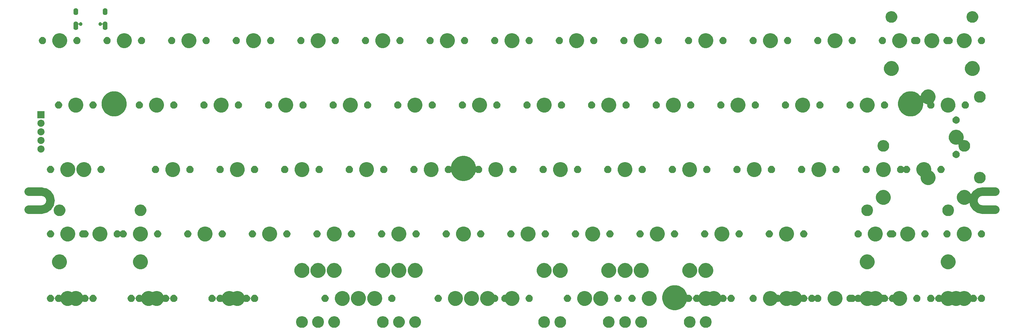
<source format=gts>
G04 #@! TF.GenerationSoftware,KiCad,Pcbnew,5.0.1-33cea8e~67~ubuntu16.04.1*
G04 #@! TF.CreationDate,2019-01-16T17:43:27+00:00*
G04 #@! TF.ProjectId,co60,636F36302E6B696361645F7063620000,rev?*
G04 #@! TF.SameCoordinates,PX4b4f718PY8c7ecc0*
G04 #@! TF.FileFunction,Soldermask,Top*
G04 #@! TF.FilePolarity,Negative*
%FSLAX46Y46*%
G04 Gerber Fmt 4.6, Leading zero omitted, Abs format (unit mm)*
G04 Created by KiCad (PCBNEW 5.0.1-33cea8e~67~ubuntu16.04.1) date Wed 16 Jan 2019 05:43:27 PM UTC*
%MOMM*%
%LPD*%
G01*
G04 APERTURE LIST*
%ADD10C,2.501900*%
%ADD11C,0.100000*%
G04 APERTURE END LIST*
D10*
G04 #@! TO.C,REF\002A\002A*
X-12350Y35456550D02*
X3787650Y35456550D01*
X3787650Y35456550D02*
G75*
G03X6438600Y38107500I0J2650950D01*
G01*
X6438600Y38107500D02*
G75*
G03X3787650Y40758450I-2650950J0D01*
G01*
X-12350Y40758450D02*
X3787650Y40758450D01*
X281187650Y35456550D02*
X285037650Y35456550D01*
X281187650Y35456550D02*
G75*
G02X278536700Y38107500I0J2650950D01*
G01*
X278536700Y38107500D02*
G75*
G02X281187650Y40758450I2650950J0D01*
G01*
X281187650Y40758450D02*
X284987650Y40758450D01*
D11*
G36*
X181122272Y3880248D02*
X181436019Y3750290D01*
X181718389Y3561616D01*
X181958516Y3321489D01*
X182147190Y3039119D01*
X182277148Y2725372D01*
X182343400Y2392301D01*
X182343400Y2052699D01*
X182277148Y1719628D01*
X182147190Y1405881D01*
X181958516Y1123511D01*
X181718389Y883384D01*
X181436019Y694710D01*
X181122272Y564752D01*
X180789201Y498500D01*
X180411499Y498500D01*
X180078428Y564752D01*
X179764681Y694710D01*
X179482311Y883384D01*
X179242184Y1123511D01*
X179053510Y1405881D01*
X178923552Y1719628D01*
X178857300Y2052699D01*
X178857300Y2392301D01*
X178923552Y2725372D01*
X179053510Y3039119D01*
X179242184Y3321489D01*
X179482311Y3561616D01*
X179764681Y3750290D01*
X180078428Y3880248D01*
X180411499Y3946500D01*
X180789201Y3946500D01*
X181122272Y3880248D01*
X181122272Y3880248D01*
G37*
G36*
X171533772Y3880248D02*
X171847519Y3750290D01*
X172129889Y3561616D01*
X172370016Y3321489D01*
X172558690Y3039119D01*
X172688648Y2725372D01*
X172754900Y2392301D01*
X172754900Y2052699D01*
X172688648Y1719628D01*
X172558690Y1405881D01*
X172370016Y1123511D01*
X172129889Y883384D01*
X171847519Y694710D01*
X171533772Y564752D01*
X171200701Y498500D01*
X170861099Y498500D01*
X170528028Y564752D01*
X170214281Y694710D01*
X169931911Y883384D01*
X169691784Y1123511D01*
X169503110Y1405881D01*
X169373152Y1719628D01*
X169306900Y2052699D01*
X169306900Y2392301D01*
X169373152Y2725372D01*
X169503110Y3039119D01*
X169691784Y3321489D01*
X169931911Y3561616D01*
X170214281Y3750290D01*
X170528028Y3880248D01*
X170861099Y3946500D01*
X171200701Y3946500D01*
X171533772Y3880248D01*
X171533772Y3880248D01*
G37*
G36*
X157246272Y3880248D02*
X157560019Y3750290D01*
X157842389Y3561616D01*
X158082516Y3321489D01*
X158271190Y3039119D01*
X158401148Y2725372D01*
X158467400Y2392301D01*
X158467400Y2052699D01*
X158401148Y1719628D01*
X158271190Y1405881D01*
X158082516Y1123511D01*
X157842389Y883384D01*
X157560019Y694710D01*
X157246272Y564752D01*
X156913201Y498500D01*
X156573599Y498500D01*
X156240528Y564752D01*
X155926781Y694710D01*
X155644411Y883384D01*
X155404284Y1123511D01*
X155215610Y1405881D01*
X155085652Y1719628D01*
X155019400Y2052699D01*
X155019400Y2392301D01*
X155085652Y2725372D01*
X155215610Y3039119D01*
X155404284Y3321489D01*
X155644411Y3561616D01*
X155926781Y3750290D01*
X156240528Y3880248D01*
X156573599Y3946500D01*
X156913201Y3946500D01*
X157246272Y3880248D01*
X157246272Y3880248D01*
G37*
G36*
X114447272Y3880248D02*
X114761019Y3750290D01*
X115043389Y3561616D01*
X115283516Y3321489D01*
X115472190Y3039119D01*
X115602148Y2725372D01*
X115668400Y2392301D01*
X115668400Y2052699D01*
X115602148Y1719628D01*
X115472190Y1405881D01*
X115283516Y1123511D01*
X115043389Y883384D01*
X114761019Y694710D01*
X114447272Y564752D01*
X114114201Y498500D01*
X113774599Y498500D01*
X113441528Y564752D01*
X113127781Y694710D01*
X112845411Y883384D01*
X112605284Y1123511D01*
X112416610Y1405881D01*
X112286652Y1719628D01*
X112220400Y2052699D01*
X112220400Y2392301D01*
X112286652Y2725372D01*
X112416610Y3039119D01*
X112605284Y3321489D01*
X112845411Y3561616D01*
X113127781Y3750290D01*
X113441528Y3880248D01*
X113774599Y3946500D01*
X114114201Y3946500D01*
X114447272Y3880248D01*
X114447272Y3880248D01*
G37*
G36*
X90571272Y3880248D02*
X90885019Y3750290D01*
X91167389Y3561616D01*
X91407516Y3321489D01*
X91596190Y3039119D01*
X91726148Y2725372D01*
X91792400Y2392301D01*
X91792400Y2052699D01*
X91726148Y1719628D01*
X91596190Y1405881D01*
X91407516Y1123511D01*
X91167389Y883384D01*
X90885019Y694710D01*
X90571272Y564752D01*
X90238201Y498500D01*
X89898599Y498500D01*
X89565528Y564752D01*
X89251781Y694710D01*
X88969411Y883384D01*
X88729284Y1123511D01*
X88540610Y1405881D01*
X88410652Y1719628D01*
X88344400Y2052699D01*
X88344400Y2392301D01*
X88410652Y2725372D01*
X88540610Y3039119D01*
X88729284Y3321489D01*
X88969411Y3561616D01*
X89251781Y3750290D01*
X89565528Y3880248D01*
X89898599Y3946500D01*
X90238201Y3946500D01*
X90571272Y3880248D01*
X90571272Y3880248D01*
G37*
G36*
X195409772Y3880248D02*
X195723519Y3750290D01*
X196005889Y3561616D01*
X196246016Y3321489D01*
X196434690Y3039119D01*
X196564648Y2725372D01*
X196630900Y2392301D01*
X196630900Y2052699D01*
X196564648Y1719628D01*
X196434690Y1405881D01*
X196246016Y1123511D01*
X196005889Y883384D01*
X195723519Y694710D01*
X195409772Y564752D01*
X195076701Y498500D01*
X194737099Y498500D01*
X194404028Y564752D01*
X194090281Y694710D01*
X193807911Y883384D01*
X193567784Y1123511D01*
X193379110Y1405881D01*
X193249152Y1719628D01*
X193182900Y2052699D01*
X193182900Y2392301D01*
X193249152Y2725372D01*
X193379110Y3039119D01*
X193567784Y3321489D01*
X193807911Y3561616D01*
X194090281Y3750290D01*
X194404028Y3880248D01*
X194737099Y3946500D01*
X195076701Y3946500D01*
X195409772Y3880248D01*
X195409772Y3880248D01*
G37*
G36*
X200140522Y3880248D02*
X200454269Y3750290D01*
X200736639Y3561616D01*
X200976766Y3321489D01*
X201165440Y3039119D01*
X201295398Y2725372D01*
X201361650Y2392301D01*
X201361650Y2052699D01*
X201295398Y1719628D01*
X201165440Y1405881D01*
X200976766Y1123511D01*
X200736639Y883384D01*
X200454269Y694710D01*
X200140522Y564752D01*
X199807451Y498500D01*
X199467849Y498500D01*
X199134778Y564752D01*
X198821031Y694710D01*
X198538661Y883384D01*
X198298534Y1123511D01*
X198109860Y1405881D01*
X197979902Y1719628D01*
X197913650Y2052699D01*
X197913650Y2392301D01*
X197979902Y2725372D01*
X198109860Y3039119D01*
X198298534Y3321489D01*
X198538661Y3561616D01*
X198821031Y3750290D01*
X199134778Y3880248D01*
X199467849Y3946500D01*
X199807451Y3946500D01*
X200140522Y3880248D01*
X200140522Y3880248D01*
G37*
G36*
X152483772Y3880248D02*
X152797519Y3750290D01*
X153079889Y3561616D01*
X153320016Y3321489D01*
X153508690Y3039119D01*
X153638648Y2725372D01*
X153704900Y2392301D01*
X153704900Y2052699D01*
X153638648Y1719628D01*
X153508690Y1405881D01*
X153320016Y1123511D01*
X153079889Y883384D01*
X152797519Y694710D01*
X152483772Y564752D01*
X152150701Y498500D01*
X151811099Y498500D01*
X151478028Y564752D01*
X151164281Y694710D01*
X150881911Y883384D01*
X150641784Y1123511D01*
X150453110Y1405881D01*
X150323152Y1719628D01*
X150256900Y2052699D01*
X150256900Y2392301D01*
X150323152Y2725372D01*
X150453110Y3039119D01*
X150641784Y3321489D01*
X150881911Y3561616D01*
X151164281Y3750290D01*
X151478028Y3880248D01*
X151811099Y3946500D01*
X152150701Y3946500D01*
X152483772Y3880248D01*
X152483772Y3880248D01*
G37*
G36*
X109684772Y3880248D02*
X109998519Y3750290D01*
X110280889Y3561616D01*
X110521016Y3321489D01*
X110709690Y3039119D01*
X110839648Y2725372D01*
X110905900Y2392301D01*
X110905900Y2052699D01*
X110839648Y1719628D01*
X110709690Y1405881D01*
X110521016Y1123511D01*
X110280889Y883384D01*
X109998519Y694710D01*
X109684772Y564752D01*
X109351701Y498500D01*
X109012099Y498500D01*
X108679028Y564752D01*
X108365281Y694710D01*
X108082911Y883384D01*
X107842784Y1123511D01*
X107654110Y1405881D01*
X107524152Y1719628D01*
X107457900Y2052699D01*
X107457900Y2392301D01*
X107524152Y2725372D01*
X107654110Y3039119D01*
X107842784Y3321489D01*
X108082911Y3561616D01*
X108365281Y3750290D01*
X108679028Y3880248D01*
X109012099Y3946500D01*
X109351701Y3946500D01*
X109684772Y3880248D01*
X109684772Y3880248D01*
G37*
G36*
X85840522Y3880248D02*
X86154269Y3750290D01*
X86436639Y3561616D01*
X86676766Y3321489D01*
X86865440Y3039119D01*
X86995398Y2725372D01*
X87061650Y2392301D01*
X87061650Y2052699D01*
X86995398Y1719628D01*
X86865440Y1405881D01*
X86676766Y1123511D01*
X86436639Y883384D01*
X86154269Y694710D01*
X85840522Y564752D01*
X85507451Y498500D01*
X85136099Y498500D01*
X84803028Y564752D01*
X84489281Y694710D01*
X84206911Y883384D01*
X83966784Y1123511D01*
X83778110Y1405881D01*
X83648152Y1719628D01*
X83581900Y2052699D01*
X83581900Y2392301D01*
X83648152Y2725372D01*
X83778110Y3039119D01*
X83966784Y3321489D01*
X84206911Y3561616D01*
X84489281Y3750290D01*
X84803028Y3880248D01*
X85136099Y3946500D01*
X85507451Y3946500D01*
X85840522Y3880248D01*
X85840522Y3880248D01*
G37*
G36*
X104922272Y3880248D02*
X105236019Y3750290D01*
X105518389Y3561616D01*
X105758516Y3321489D01*
X105947190Y3039119D01*
X106077148Y2725372D01*
X106143400Y2392301D01*
X106143400Y2052699D01*
X106077148Y1719628D01*
X105947190Y1405881D01*
X105758516Y1123511D01*
X105518389Y883384D01*
X105236019Y694710D01*
X104922272Y564752D01*
X104589201Y498500D01*
X104249599Y498500D01*
X103916528Y564752D01*
X103602781Y694710D01*
X103320411Y883384D01*
X103080284Y1123511D01*
X102891610Y1405881D01*
X102761652Y1719628D01*
X102695400Y2052699D01*
X102695400Y2392301D01*
X102761652Y2725372D01*
X102891610Y3039119D01*
X103080284Y3321489D01*
X103320411Y3561616D01*
X103602781Y3750290D01*
X103916528Y3880248D01*
X104249599Y3946500D01*
X104589201Y3946500D01*
X104922272Y3880248D01*
X104922272Y3880248D01*
G37*
G36*
X81084372Y3880248D02*
X81398119Y3750290D01*
X81680489Y3561616D01*
X81920616Y3321489D01*
X82109290Y3039119D01*
X82239248Y2725372D01*
X82305500Y2392301D01*
X82305500Y2052699D01*
X82239248Y1719628D01*
X82109290Y1405881D01*
X81920616Y1123511D01*
X81680489Y883384D01*
X81398119Y694710D01*
X81084372Y564752D01*
X80751301Y498500D01*
X80373599Y498500D01*
X80040528Y564752D01*
X79726781Y694710D01*
X79444411Y883384D01*
X79204284Y1123511D01*
X79015610Y1405881D01*
X78885652Y1719628D01*
X78819400Y2052699D01*
X78819400Y2392301D01*
X78885652Y2725372D01*
X79015610Y3039119D01*
X79204284Y3321489D01*
X79444411Y3561616D01*
X79726781Y3750290D01*
X80040528Y3880248D01*
X80373599Y3946500D01*
X80751301Y3946500D01*
X81084372Y3880248D01*
X81084372Y3880248D01*
G37*
G36*
X176359772Y3880248D02*
X176673519Y3750290D01*
X176955889Y3561616D01*
X177196016Y3321489D01*
X177384690Y3039119D01*
X177514648Y2725372D01*
X177580900Y2392301D01*
X177580900Y2052699D01*
X177514648Y1719628D01*
X177384690Y1405881D01*
X177196016Y1123511D01*
X176955889Y883384D01*
X176673519Y694710D01*
X176359772Y564752D01*
X176026701Y498500D01*
X175687099Y498500D01*
X175354028Y564752D01*
X175040281Y694710D01*
X174757911Y883384D01*
X174517784Y1123511D01*
X174329110Y1405881D01*
X174199152Y1719628D01*
X174132900Y2052699D01*
X174132900Y2392301D01*
X174199152Y2725372D01*
X174329110Y3039119D01*
X174517784Y3321489D01*
X174757911Y3561616D01*
X175040281Y3750290D01*
X175354028Y3880248D01*
X175687099Y3946500D01*
X176026701Y3946500D01*
X176359772Y3880248D01*
X176359772Y3880248D01*
G37*
G36*
X191566934Y12965427D02*
X191961391Y12802037D01*
X192240314Y12686504D01*
X192842256Y12284299D01*
X192846342Y12281569D01*
X193361719Y11766192D01*
X193361721Y11766189D01*
X193766654Y11160164D01*
X193829889Y11007500D01*
X194045577Y10486784D01*
X194076106Y10333304D01*
X194083219Y10309855D01*
X194094770Y10288244D01*
X194110316Y10269302D01*
X194129258Y10253756D01*
X194150868Y10242205D01*
X194174318Y10235092D01*
X194198704Y10232690D01*
X194223090Y10235092D01*
X194241479Y10240670D01*
X194451772Y10282500D01*
X194663528Y10282500D01*
X194871216Y10241188D01*
X195066853Y10160153D01*
X195242925Y10042505D01*
X195392655Y9892775D01*
X195510303Y9716703D01*
X195591338Y9521066D01*
X195625677Y9348434D01*
X195632790Y9324985D01*
X195644342Y9303374D01*
X195659887Y9284432D01*
X195678829Y9268887D01*
X195700440Y9257336D01*
X195723889Y9250223D01*
X195748275Y9247821D01*
X195772662Y9250223D01*
X195796111Y9257336D01*
X195817722Y9268888D01*
X195836664Y9284433D01*
X195852209Y9303375D01*
X195863760Y9324986D01*
X195870873Y9348434D01*
X195905212Y9521066D01*
X195986247Y9716703D01*
X196103895Y9892775D01*
X196253625Y10042505D01*
X196429697Y10160153D01*
X196625334Y10241188D01*
X196833022Y10282500D01*
X197044778Y10282500D01*
X197252466Y10241188D01*
X197448103Y10160153D01*
X197485537Y10135140D01*
X197507148Y10123589D01*
X197530597Y10116476D01*
X197554983Y10114074D01*
X197579369Y10116476D01*
X197602819Y10123589D01*
X197624429Y10135140D01*
X197643371Y10150686D01*
X197658917Y10169628D01*
X197670468Y10191238D01*
X197693441Y10246701D01*
X197933537Y10606030D01*
X198239120Y10911613D01*
X198598449Y11151709D01*
X198997713Y11317089D01*
X198997714Y11317089D01*
X198997716Y11317090D01*
X199421568Y11401400D01*
X199853732Y11401400D01*
X200277584Y11317090D01*
X200277586Y11317089D01*
X200277587Y11317089D01*
X200676851Y11151709D01*
X200676852Y11151708D01*
X200758829Y11096933D01*
X200780440Y11085382D01*
X200803889Y11078269D01*
X200828275Y11075867D01*
X200852662Y11078269D01*
X200876111Y11085382D01*
X200897721Y11096933D01*
X200979698Y11151708D01*
X200979699Y11151709D01*
X201378963Y11317089D01*
X201378964Y11317089D01*
X201378966Y11317090D01*
X201802818Y11401400D01*
X202234982Y11401400D01*
X202658834Y11317090D01*
X202658836Y11317089D01*
X202658837Y11317089D01*
X203058101Y11151709D01*
X203417430Y10911613D01*
X203723013Y10606030D01*
X203963109Y10246701D01*
X203986082Y10191238D01*
X203997633Y10169627D01*
X204013179Y10150685D01*
X204032121Y10135140D01*
X204053732Y10123589D01*
X204077181Y10116476D01*
X204101567Y10114074D01*
X204125954Y10116476D01*
X204149403Y10123589D01*
X204171013Y10135140D01*
X204208447Y10160153D01*
X204404084Y10241188D01*
X204611772Y10282500D01*
X204823528Y10282500D01*
X205031216Y10241188D01*
X205226853Y10160153D01*
X205402925Y10042505D01*
X205552655Y9892775D01*
X205670303Y9716703D01*
X205751338Y9521066D01*
X205785677Y9348434D01*
X205792790Y9324985D01*
X205804342Y9303374D01*
X205819887Y9284432D01*
X205838829Y9268887D01*
X205860440Y9257336D01*
X205883889Y9250223D01*
X205908275Y9247821D01*
X205932662Y9250223D01*
X205956111Y9257336D01*
X205977722Y9268888D01*
X205996664Y9284433D01*
X206012209Y9303375D01*
X206023760Y9324986D01*
X206030873Y9348434D01*
X206065212Y9521066D01*
X206146247Y9716703D01*
X206263895Y9892775D01*
X206413625Y10042505D01*
X206589697Y10160153D01*
X206785334Y10241188D01*
X206993022Y10282500D01*
X207204778Y10282500D01*
X207412466Y10241188D01*
X207608103Y10160153D01*
X207784175Y10042505D01*
X207933905Y9892775D01*
X208051553Y9716703D01*
X208132588Y9521066D01*
X208173900Y9313378D01*
X208173900Y9101622D01*
X208132588Y8893934D01*
X208051553Y8698297D01*
X207933905Y8522225D01*
X207784175Y8372495D01*
X207608103Y8254847D01*
X207455591Y8191675D01*
X207412466Y8173812D01*
X207204778Y8132500D01*
X206993022Y8132500D01*
X206785334Y8173812D01*
X206742209Y8191675D01*
X206589697Y8254847D01*
X206413625Y8372495D01*
X206263895Y8522225D01*
X206146247Y8698297D01*
X206065212Y8893934D01*
X206030873Y9066566D01*
X206023760Y9090015D01*
X206012208Y9111626D01*
X205996663Y9130568D01*
X205977721Y9146113D01*
X205956110Y9157664D01*
X205932661Y9164777D01*
X205908275Y9167179D01*
X205883888Y9164777D01*
X205860439Y9157664D01*
X205838828Y9146112D01*
X205819886Y9130567D01*
X205804341Y9111625D01*
X205792790Y9090014D01*
X205785677Y9066566D01*
X205751338Y8893934D01*
X205670303Y8698297D01*
X205552655Y8522225D01*
X205402925Y8372495D01*
X205226853Y8254847D01*
X205074341Y8191675D01*
X205031216Y8173812D01*
X204823528Y8132500D01*
X204611772Y8132500D01*
X204404084Y8173812D01*
X204360959Y8191675D01*
X204208447Y8254847D01*
X204171013Y8279860D01*
X204149402Y8291411D01*
X204125953Y8298524D01*
X204101567Y8300926D01*
X204077181Y8298524D01*
X204053731Y8291411D01*
X204032121Y8279860D01*
X204013179Y8264314D01*
X203997633Y8245372D01*
X203986084Y8223766D01*
X203963109Y8168299D01*
X203723013Y7808970D01*
X203417430Y7503387D01*
X203058101Y7263291D01*
X202658837Y7097911D01*
X202658836Y7097911D01*
X202658834Y7097910D01*
X202234982Y7013600D01*
X201802818Y7013600D01*
X201378966Y7097910D01*
X201378964Y7097911D01*
X201378963Y7097911D01*
X200979699Y7263291D01*
X200897721Y7318067D01*
X200876110Y7329618D01*
X200852661Y7336731D01*
X200828275Y7339133D01*
X200803888Y7336731D01*
X200780439Y7329618D01*
X200758829Y7318067D01*
X200676851Y7263291D01*
X200277587Y7097911D01*
X200277586Y7097911D01*
X200277584Y7097910D01*
X199853732Y7013600D01*
X199421568Y7013600D01*
X198997716Y7097910D01*
X198997714Y7097911D01*
X198997713Y7097911D01*
X198598449Y7263291D01*
X198239120Y7503387D01*
X197933537Y7808970D01*
X197693441Y8168299D01*
X197670466Y8223766D01*
X197658917Y8245373D01*
X197643371Y8264315D01*
X197624429Y8279860D01*
X197602818Y8291411D01*
X197579369Y8298524D01*
X197554983Y8300926D01*
X197530596Y8298524D01*
X197507147Y8291411D01*
X197485537Y8279860D01*
X197448103Y8254847D01*
X197295591Y8191675D01*
X197252466Y8173812D01*
X197044778Y8132500D01*
X196833022Y8132500D01*
X196625334Y8173812D01*
X196582209Y8191675D01*
X196429697Y8254847D01*
X196253625Y8372495D01*
X196103895Y8522225D01*
X195986247Y8698297D01*
X195905212Y8893934D01*
X195870873Y9066566D01*
X195863760Y9090015D01*
X195852208Y9111626D01*
X195836663Y9130568D01*
X195817721Y9146113D01*
X195796110Y9157664D01*
X195772661Y9164777D01*
X195748275Y9167179D01*
X195723888Y9164777D01*
X195700439Y9157664D01*
X195678828Y9146112D01*
X195659886Y9130567D01*
X195644341Y9111625D01*
X195632790Y9090014D01*
X195625677Y9066566D01*
X195591338Y8893934D01*
X195510303Y8698297D01*
X195392655Y8522225D01*
X195242925Y8372495D01*
X195066853Y8254847D01*
X194914341Y8191675D01*
X194871216Y8173812D01*
X194663528Y8132500D01*
X194451772Y8132500D01*
X194244084Y8173812D01*
X194135538Y8218774D01*
X194112093Y8225885D01*
X194087707Y8228287D01*
X194063321Y8225885D01*
X194039872Y8218772D01*
X194018261Y8207221D01*
X193999319Y8191675D01*
X193983773Y8172733D01*
X193972222Y8151122D01*
X193960567Y8122985D01*
X193766654Y7654836D01*
X193505032Y7263291D01*
X193361719Y7048808D01*
X192846342Y6533431D01*
X192846339Y6533429D01*
X192240314Y6128496D01*
X191961391Y6012963D01*
X191566934Y5849573D01*
X190852081Y5707380D01*
X190123219Y5707380D01*
X189408366Y5849573D01*
X189013909Y6012963D01*
X188734986Y6128496D01*
X188128961Y6533429D01*
X188128958Y6533431D01*
X187613581Y7048808D01*
X187470268Y7263291D01*
X187208646Y7654836D01*
X187014733Y8122985D01*
X186929723Y8328216D01*
X186787530Y9043069D01*
X186787530Y9771931D01*
X186929723Y10486784D01*
X187145411Y11007500D01*
X187208646Y11160164D01*
X187613579Y11766189D01*
X187613581Y11766192D01*
X188128958Y12281569D01*
X188133044Y12284299D01*
X188734986Y12686504D01*
X189013909Y12802037D01*
X189408366Y12965427D01*
X190123219Y13107620D01*
X190852081Y13107620D01*
X191566934Y12965427D01*
X191566934Y12965427D01*
G37*
G36*
X35971334Y11317090D02*
X35971336Y11317089D01*
X35971337Y11317089D01*
X36370601Y11151709D01*
X36370602Y11151708D01*
X36452579Y11096933D01*
X36474190Y11085382D01*
X36497639Y11078269D01*
X36522025Y11075867D01*
X36546412Y11078269D01*
X36569861Y11085382D01*
X36591471Y11096933D01*
X36673448Y11151708D01*
X36673449Y11151709D01*
X37072713Y11317089D01*
X37072714Y11317089D01*
X37072716Y11317090D01*
X37496568Y11401400D01*
X37928732Y11401400D01*
X38352584Y11317090D01*
X38352586Y11317089D01*
X38352587Y11317089D01*
X38751851Y11151709D01*
X39111180Y10911613D01*
X39416763Y10606030D01*
X39656859Y10246701D01*
X39679832Y10191238D01*
X39691383Y10169627D01*
X39706929Y10150685D01*
X39725871Y10135140D01*
X39747482Y10123589D01*
X39770931Y10116476D01*
X39795317Y10114074D01*
X39819704Y10116476D01*
X39843153Y10123589D01*
X39864763Y10135140D01*
X39902197Y10160153D01*
X40097834Y10241188D01*
X40305522Y10282500D01*
X40517278Y10282500D01*
X40724966Y10241188D01*
X40920603Y10160153D01*
X41096675Y10042505D01*
X41246405Y9892775D01*
X41364053Y9716703D01*
X41445088Y9521066D01*
X41479427Y9348434D01*
X41486540Y9324985D01*
X41498092Y9303374D01*
X41513637Y9284432D01*
X41532579Y9268887D01*
X41554190Y9257336D01*
X41577639Y9250223D01*
X41602025Y9247821D01*
X41626412Y9250223D01*
X41649861Y9257336D01*
X41671472Y9268888D01*
X41690414Y9284433D01*
X41705959Y9303375D01*
X41717510Y9324986D01*
X41724623Y9348434D01*
X41758962Y9521066D01*
X41839997Y9716703D01*
X41957645Y9892775D01*
X42107375Y10042505D01*
X42283447Y10160153D01*
X42479084Y10241188D01*
X42686772Y10282500D01*
X42898528Y10282500D01*
X43106216Y10241188D01*
X43301853Y10160153D01*
X43477925Y10042505D01*
X43627655Y9892775D01*
X43745303Y9716703D01*
X43826338Y9521066D01*
X43867650Y9313378D01*
X43867650Y9101622D01*
X43826338Y8893934D01*
X43745303Y8698297D01*
X43627655Y8522225D01*
X43477925Y8372495D01*
X43301853Y8254847D01*
X43149341Y8191675D01*
X43106216Y8173812D01*
X42898528Y8132500D01*
X42686772Y8132500D01*
X42479084Y8173812D01*
X42435959Y8191675D01*
X42283447Y8254847D01*
X42107375Y8372495D01*
X41957645Y8522225D01*
X41839997Y8698297D01*
X41758962Y8893934D01*
X41724623Y9066566D01*
X41717510Y9090015D01*
X41705958Y9111626D01*
X41690413Y9130568D01*
X41671471Y9146113D01*
X41649860Y9157664D01*
X41626411Y9164777D01*
X41602025Y9167179D01*
X41577638Y9164777D01*
X41554189Y9157664D01*
X41532578Y9146112D01*
X41513636Y9130567D01*
X41498091Y9111625D01*
X41486540Y9090014D01*
X41479427Y9066566D01*
X41445088Y8893934D01*
X41364053Y8698297D01*
X41246405Y8522225D01*
X41096675Y8372495D01*
X40920603Y8254847D01*
X40768091Y8191675D01*
X40724966Y8173812D01*
X40517278Y8132500D01*
X40305522Y8132500D01*
X40097834Y8173812D01*
X40054709Y8191675D01*
X39902197Y8254847D01*
X39864763Y8279860D01*
X39843152Y8291411D01*
X39819703Y8298524D01*
X39795317Y8300926D01*
X39770931Y8298524D01*
X39747481Y8291411D01*
X39725871Y8279860D01*
X39706929Y8264314D01*
X39691383Y8245372D01*
X39679834Y8223766D01*
X39656859Y8168299D01*
X39416763Y7808970D01*
X39111180Y7503387D01*
X38751851Y7263291D01*
X38352587Y7097911D01*
X38352586Y7097911D01*
X38352584Y7097910D01*
X37928732Y7013600D01*
X37496568Y7013600D01*
X37072716Y7097910D01*
X37072714Y7097911D01*
X37072713Y7097911D01*
X36673449Y7263291D01*
X36591471Y7318067D01*
X36569860Y7329618D01*
X36546411Y7336731D01*
X36522025Y7339133D01*
X36497638Y7336731D01*
X36474189Y7329618D01*
X36452579Y7318067D01*
X36370601Y7263291D01*
X35971337Y7097911D01*
X35971336Y7097911D01*
X35971334Y7097910D01*
X35547482Y7013600D01*
X35115318Y7013600D01*
X34691466Y7097910D01*
X34691464Y7097911D01*
X34691463Y7097911D01*
X34292199Y7263291D01*
X33932870Y7503387D01*
X33627287Y7808970D01*
X33387191Y8168299D01*
X33364216Y8223766D01*
X33352667Y8245373D01*
X33337121Y8264315D01*
X33318179Y8279860D01*
X33296568Y8291411D01*
X33273119Y8298524D01*
X33248733Y8300926D01*
X33224346Y8298524D01*
X33200897Y8291411D01*
X33179287Y8279860D01*
X33141853Y8254847D01*
X32989341Y8191675D01*
X32946216Y8173812D01*
X32738528Y8132500D01*
X32526772Y8132500D01*
X32319084Y8173812D01*
X32275959Y8191675D01*
X32123447Y8254847D01*
X31947375Y8372495D01*
X31797645Y8522225D01*
X31679997Y8698297D01*
X31598962Y8893934D01*
X31564623Y9066566D01*
X31557510Y9090015D01*
X31545958Y9111626D01*
X31530413Y9130568D01*
X31511471Y9146113D01*
X31489860Y9157664D01*
X31466411Y9164777D01*
X31442025Y9167179D01*
X31417638Y9164777D01*
X31394189Y9157664D01*
X31372578Y9146112D01*
X31353636Y9130567D01*
X31338091Y9111625D01*
X31326540Y9090014D01*
X31319427Y9066566D01*
X31285088Y8893934D01*
X31204053Y8698297D01*
X31086405Y8522225D01*
X30936675Y8372495D01*
X30760603Y8254847D01*
X30608091Y8191675D01*
X30564966Y8173812D01*
X30357278Y8132500D01*
X30145522Y8132500D01*
X29937834Y8173812D01*
X29894709Y8191675D01*
X29742197Y8254847D01*
X29566125Y8372495D01*
X29416395Y8522225D01*
X29298747Y8698297D01*
X29217712Y8893934D01*
X29176400Y9101622D01*
X29176400Y9313378D01*
X29217712Y9521066D01*
X29298747Y9716703D01*
X29416395Y9892775D01*
X29566125Y10042505D01*
X29742197Y10160153D01*
X29937834Y10241188D01*
X30145522Y10282500D01*
X30357278Y10282500D01*
X30564966Y10241188D01*
X30760603Y10160153D01*
X30936675Y10042505D01*
X31086405Y9892775D01*
X31204053Y9716703D01*
X31285088Y9521066D01*
X31319427Y9348434D01*
X31326540Y9324985D01*
X31338092Y9303374D01*
X31353637Y9284432D01*
X31372579Y9268887D01*
X31394190Y9257336D01*
X31417639Y9250223D01*
X31442025Y9247821D01*
X31466412Y9250223D01*
X31489861Y9257336D01*
X31511472Y9268888D01*
X31530414Y9284433D01*
X31545959Y9303375D01*
X31557510Y9324986D01*
X31564623Y9348434D01*
X31598962Y9521066D01*
X31679997Y9716703D01*
X31797645Y9892775D01*
X31947375Y10042505D01*
X32123447Y10160153D01*
X32319084Y10241188D01*
X32526772Y10282500D01*
X32738528Y10282500D01*
X32946216Y10241188D01*
X33141853Y10160153D01*
X33179287Y10135140D01*
X33200898Y10123589D01*
X33224347Y10116476D01*
X33248733Y10114074D01*
X33273119Y10116476D01*
X33296569Y10123589D01*
X33318179Y10135140D01*
X33337121Y10150686D01*
X33352667Y10169628D01*
X33364218Y10191238D01*
X33387191Y10246701D01*
X33627287Y10606030D01*
X33932870Y10911613D01*
X34292199Y11151709D01*
X34691463Y11317089D01*
X34691464Y11317089D01*
X34691466Y11317090D01*
X35115318Y11401400D01*
X35547482Y11401400D01*
X35971334Y11317090D01*
X35971334Y11317090D01*
G37*
G36*
X143127584Y11317090D02*
X143127586Y11317089D01*
X143127587Y11317089D01*
X143526851Y11151709D01*
X143886180Y10911613D01*
X144191763Y10606030D01*
X144431859Y10246701D01*
X144597239Y9847437D01*
X144597240Y9847434D01*
X144623244Y9716703D01*
X144681550Y9423580D01*
X144681550Y8991420D01*
X144597239Y8567563D01*
X144431859Y8168299D01*
X144191763Y7808970D01*
X143886180Y7503387D01*
X143526851Y7263291D01*
X143127587Y7097911D01*
X143127586Y7097911D01*
X143127584Y7097910D01*
X142703732Y7013600D01*
X142271568Y7013600D01*
X141847716Y7097910D01*
X141847714Y7097911D01*
X141847713Y7097911D01*
X141448449Y7263291D01*
X141089120Y7503387D01*
X140783537Y7808970D01*
X140604477Y8076952D01*
X140588936Y8095888D01*
X140569994Y8111434D01*
X140548384Y8122985D01*
X140524934Y8130098D01*
X140500548Y8132500D01*
X140318022Y8132500D01*
X140110334Y8173812D01*
X139914697Y8254847D01*
X139738625Y8372495D01*
X139588895Y8522225D01*
X139471247Y8698297D01*
X139390212Y8893934D01*
X139348900Y9101622D01*
X139348900Y9313378D01*
X139390212Y9521066D01*
X139471247Y9716703D01*
X139588895Y9892775D01*
X139738625Y10042505D01*
X139914697Y10160153D01*
X140110334Y10241188D01*
X140318022Y10282500D01*
X140500548Y10282500D01*
X140524934Y10284902D01*
X140548383Y10292015D01*
X140569994Y10303566D01*
X140588936Y10319112D01*
X140604477Y10338048D01*
X140783537Y10606030D01*
X141089120Y10911613D01*
X141448449Y11151709D01*
X141847713Y11317089D01*
X141847714Y11317089D01*
X141847716Y11317090D01*
X142271568Y11401400D01*
X142703732Y11401400D01*
X143127584Y11317090D01*
X143127584Y11317090D01*
G37*
G36*
X131221334Y11317090D02*
X131221336Y11317089D01*
X131221337Y11317089D01*
X131620601Y11151709D01*
X131979930Y10911613D01*
X132285513Y10606030D01*
X132525609Y10246701D01*
X132690989Y9847437D01*
X132690990Y9847434D01*
X132716994Y9716703D01*
X132775300Y9423580D01*
X132775300Y8991420D01*
X132690989Y8567563D01*
X132525609Y8168299D01*
X132285513Y7808970D01*
X131979930Y7503387D01*
X131620601Y7263291D01*
X131221337Y7097911D01*
X131221336Y7097911D01*
X131221334Y7097910D01*
X130797482Y7013600D01*
X130365318Y7013600D01*
X129941466Y7097910D01*
X129941464Y7097911D01*
X129941463Y7097911D01*
X129542199Y7263291D01*
X129182870Y7503387D01*
X128877287Y7808970D01*
X128637191Y8168299D01*
X128471811Y8567563D01*
X128387500Y8991420D01*
X128387500Y9423580D01*
X128445806Y9716703D01*
X128471810Y9847434D01*
X128471811Y9847437D01*
X128637191Y10246701D01*
X128877287Y10606030D01*
X129182870Y10911613D01*
X129542199Y11151709D01*
X129941463Y11317089D01*
X129941464Y11317089D01*
X129941466Y11317090D01*
X130365318Y11401400D01*
X130797482Y11401400D01*
X131221334Y11317090D01*
X131221334Y11317090D01*
G37*
G36*
X169321334Y11317090D02*
X169321336Y11317089D01*
X169321337Y11317089D01*
X169720601Y11151709D01*
X170079930Y10911613D01*
X170385513Y10606030D01*
X170625609Y10246701D01*
X170790989Y9847437D01*
X170790990Y9847434D01*
X170816994Y9716703D01*
X170875300Y9423580D01*
X170875300Y8991420D01*
X170790989Y8567563D01*
X170625609Y8168299D01*
X170385513Y7808970D01*
X170079930Y7503387D01*
X169720601Y7263291D01*
X169321337Y7097911D01*
X169321336Y7097911D01*
X169321334Y7097910D01*
X168897482Y7013600D01*
X168465318Y7013600D01*
X168041466Y7097910D01*
X168041464Y7097911D01*
X168041463Y7097911D01*
X167642199Y7263291D01*
X167282870Y7503387D01*
X166977287Y7808970D01*
X166737191Y8168299D01*
X166571811Y8567563D01*
X166487500Y8991420D01*
X166487500Y9423580D01*
X166545806Y9716703D01*
X166571810Y9847434D01*
X166571811Y9847437D01*
X166737191Y10246701D01*
X166977287Y10606030D01*
X167282870Y10911613D01*
X167642199Y11151709D01*
X168041463Y11317089D01*
X168041464Y11317089D01*
X168041466Y11317090D01*
X168465318Y11401400D01*
X168897482Y11401400D01*
X169321334Y11317090D01*
X169321334Y11317090D01*
G37*
G36*
X164558834Y11317090D02*
X164558836Y11317089D01*
X164558837Y11317089D01*
X164958101Y11151709D01*
X165317430Y10911613D01*
X165623013Y10606030D01*
X165863109Y10246701D01*
X166028489Y9847437D01*
X166028490Y9847434D01*
X166054494Y9716703D01*
X166112800Y9423580D01*
X166112800Y8991420D01*
X166028489Y8567563D01*
X165863109Y8168299D01*
X165623013Y7808970D01*
X165317430Y7503387D01*
X164958101Y7263291D01*
X164558837Y7097911D01*
X164558836Y7097911D01*
X164558834Y7097910D01*
X164134982Y7013600D01*
X163702818Y7013600D01*
X163278966Y7097910D01*
X163278964Y7097911D01*
X163278963Y7097911D01*
X162879699Y7263291D01*
X162520370Y7503387D01*
X162214787Y7808970D01*
X161974691Y8168299D01*
X161809311Y8567563D01*
X161725000Y8991420D01*
X161725000Y9423580D01*
X161783306Y9716703D01*
X161809310Y9847434D01*
X161809311Y9847437D01*
X161974691Y10246701D01*
X162214787Y10606030D01*
X162520370Y10911613D01*
X162879699Y11151709D01*
X163278963Y11317089D01*
X163278964Y11317089D01*
X163278966Y11317090D01*
X163702818Y11401400D01*
X164134982Y11401400D01*
X164558834Y11317090D01*
X164558834Y11317090D01*
G37*
G36*
X271715084Y11317090D02*
X271715086Y11317089D01*
X271715087Y11317089D01*
X272114351Y11151709D01*
X272114352Y11151708D01*
X272196329Y11096933D01*
X272217940Y11085382D01*
X272241389Y11078269D01*
X272265775Y11075867D01*
X272290162Y11078269D01*
X272313611Y11085382D01*
X272335221Y11096933D01*
X272417198Y11151708D01*
X272417199Y11151709D01*
X272816463Y11317089D01*
X272816464Y11317089D01*
X272816466Y11317090D01*
X273240318Y11401400D01*
X273672482Y11401400D01*
X274096334Y11317090D01*
X274096336Y11317089D01*
X274096337Y11317089D01*
X274495601Y11151709D01*
X274495602Y11151708D01*
X274577579Y11096933D01*
X274599190Y11085382D01*
X274622639Y11078269D01*
X274647025Y11075867D01*
X274671412Y11078269D01*
X274694861Y11085382D01*
X274716471Y11096933D01*
X274798448Y11151708D01*
X274798449Y11151709D01*
X275197713Y11317089D01*
X275197714Y11317089D01*
X275197716Y11317090D01*
X275621568Y11401400D01*
X276053732Y11401400D01*
X276477584Y11317090D01*
X276477586Y11317089D01*
X276477587Y11317089D01*
X276876851Y11151709D01*
X277236180Y10911613D01*
X277541763Y10606030D01*
X277781859Y10246701D01*
X277804832Y10191238D01*
X277816383Y10169627D01*
X277831929Y10150685D01*
X277850871Y10135140D01*
X277872482Y10123589D01*
X277895931Y10116476D01*
X277920317Y10114074D01*
X277944704Y10116476D01*
X277968153Y10123589D01*
X277989763Y10135140D01*
X278027197Y10160153D01*
X278222834Y10241188D01*
X278430522Y10282500D01*
X278642278Y10282500D01*
X278849966Y10241188D01*
X279045603Y10160153D01*
X279221675Y10042505D01*
X279371405Y9892775D01*
X279489053Y9716703D01*
X279570088Y9521066D01*
X279604427Y9348434D01*
X279611540Y9324985D01*
X279623092Y9303374D01*
X279638637Y9284432D01*
X279657579Y9268887D01*
X279679190Y9257336D01*
X279702639Y9250223D01*
X279727025Y9247821D01*
X279751412Y9250223D01*
X279774861Y9257336D01*
X279796472Y9268888D01*
X279815414Y9284433D01*
X279830959Y9303375D01*
X279842510Y9324986D01*
X279849623Y9348434D01*
X279883962Y9521066D01*
X279964997Y9716703D01*
X280082645Y9892775D01*
X280232375Y10042505D01*
X280408447Y10160153D01*
X280604084Y10241188D01*
X280811772Y10282500D01*
X281023528Y10282500D01*
X281231216Y10241188D01*
X281426853Y10160153D01*
X281602925Y10042505D01*
X281752655Y9892775D01*
X281870303Y9716703D01*
X281951338Y9521066D01*
X281992650Y9313378D01*
X281992650Y9101622D01*
X281951338Y8893934D01*
X281870303Y8698297D01*
X281752655Y8522225D01*
X281602925Y8372495D01*
X281426853Y8254847D01*
X281274341Y8191675D01*
X281231216Y8173812D01*
X281023528Y8132500D01*
X280811772Y8132500D01*
X280604084Y8173812D01*
X280560959Y8191675D01*
X280408447Y8254847D01*
X280232375Y8372495D01*
X280082645Y8522225D01*
X279964997Y8698297D01*
X279883962Y8893934D01*
X279849623Y9066566D01*
X279842510Y9090015D01*
X279830958Y9111626D01*
X279815413Y9130568D01*
X279796471Y9146113D01*
X279774860Y9157664D01*
X279751411Y9164777D01*
X279727025Y9167179D01*
X279702638Y9164777D01*
X279679189Y9157664D01*
X279657578Y9146112D01*
X279638636Y9130567D01*
X279623091Y9111625D01*
X279611540Y9090014D01*
X279604427Y9066566D01*
X279570088Y8893934D01*
X279489053Y8698297D01*
X279371405Y8522225D01*
X279221675Y8372495D01*
X279045603Y8254847D01*
X278893091Y8191675D01*
X278849966Y8173812D01*
X278642278Y8132500D01*
X278430522Y8132500D01*
X278222834Y8173812D01*
X278179709Y8191675D01*
X278027197Y8254847D01*
X277989763Y8279860D01*
X277968152Y8291411D01*
X277944703Y8298524D01*
X277920317Y8300926D01*
X277895931Y8298524D01*
X277872481Y8291411D01*
X277850871Y8279860D01*
X277831929Y8264314D01*
X277816383Y8245372D01*
X277804834Y8223766D01*
X277781859Y8168299D01*
X277541763Y7808970D01*
X277236180Y7503387D01*
X276876851Y7263291D01*
X276477587Y7097911D01*
X276477586Y7097911D01*
X276477584Y7097910D01*
X276053732Y7013600D01*
X275621568Y7013600D01*
X275197716Y7097910D01*
X275197714Y7097911D01*
X275197713Y7097911D01*
X274798449Y7263291D01*
X274716471Y7318067D01*
X274694860Y7329618D01*
X274671411Y7336731D01*
X274647025Y7339133D01*
X274622638Y7336731D01*
X274599189Y7329618D01*
X274577579Y7318067D01*
X274495601Y7263291D01*
X274096337Y7097911D01*
X274096336Y7097911D01*
X274096334Y7097910D01*
X273672482Y7013600D01*
X273240318Y7013600D01*
X272816466Y7097910D01*
X272816464Y7097911D01*
X272816463Y7097911D01*
X272417199Y7263291D01*
X272335221Y7318067D01*
X272313610Y7329618D01*
X272290161Y7336731D01*
X272265775Y7339133D01*
X272241388Y7336731D01*
X272217939Y7329618D01*
X272196329Y7318067D01*
X272114351Y7263291D01*
X271715087Y7097911D01*
X271715086Y7097911D01*
X271715084Y7097910D01*
X271291232Y7013600D01*
X270859068Y7013600D01*
X270435216Y7097910D01*
X270435214Y7097911D01*
X270435213Y7097911D01*
X270035949Y7263291D01*
X269676620Y7503387D01*
X269371037Y7808970D01*
X269130941Y8168299D01*
X269107966Y8223766D01*
X269096417Y8245373D01*
X269080871Y8264315D01*
X269061929Y8279860D01*
X269040318Y8291411D01*
X269016869Y8298524D01*
X268992483Y8300926D01*
X268968096Y8298524D01*
X268944647Y8291411D01*
X268923037Y8279860D01*
X268885603Y8254847D01*
X268733091Y8191675D01*
X268689966Y8173812D01*
X268482278Y8132500D01*
X268270522Y8132500D01*
X268062834Y8173812D01*
X268019709Y8191675D01*
X267867197Y8254847D01*
X267691125Y8372495D01*
X267541395Y8522225D01*
X267423747Y8698297D01*
X267342712Y8893934D01*
X267308373Y9066566D01*
X267301260Y9090015D01*
X267289708Y9111626D01*
X267274163Y9130568D01*
X267255221Y9146113D01*
X267233610Y9157664D01*
X267210161Y9164777D01*
X267185775Y9167179D01*
X267161388Y9164777D01*
X267137939Y9157664D01*
X267116328Y9146112D01*
X267097386Y9130567D01*
X267081841Y9111625D01*
X267070290Y9090014D01*
X267063177Y9066566D01*
X267028838Y8893934D01*
X266947803Y8698297D01*
X266830155Y8522225D01*
X266680425Y8372495D01*
X266504353Y8254847D01*
X266351841Y8191675D01*
X266308716Y8173812D01*
X266101028Y8132500D01*
X265889272Y8132500D01*
X265681584Y8173812D01*
X265638459Y8191675D01*
X265485947Y8254847D01*
X265309875Y8372495D01*
X265160145Y8522225D01*
X265042497Y8698297D01*
X264961462Y8893934D01*
X264920150Y9101622D01*
X264920150Y9313378D01*
X264961462Y9521066D01*
X265042497Y9716703D01*
X265160145Y9892775D01*
X265309875Y10042505D01*
X265485947Y10160153D01*
X265681584Y10241188D01*
X265889272Y10282500D01*
X266101028Y10282500D01*
X266308716Y10241188D01*
X266504353Y10160153D01*
X266680425Y10042505D01*
X266830155Y9892775D01*
X266947803Y9716703D01*
X267028838Y9521066D01*
X267063177Y9348434D01*
X267070290Y9324985D01*
X267081842Y9303374D01*
X267097387Y9284432D01*
X267116329Y9268887D01*
X267137940Y9257336D01*
X267161389Y9250223D01*
X267185775Y9247821D01*
X267210162Y9250223D01*
X267233611Y9257336D01*
X267255222Y9268888D01*
X267274164Y9284433D01*
X267289709Y9303375D01*
X267301260Y9324986D01*
X267308373Y9348434D01*
X267342712Y9521066D01*
X267423747Y9716703D01*
X267541395Y9892775D01*
X267691125Y10042505D01*
X267867197Y10160153D01*
X268062834Y10241188D01*
X268270522Y10282500D01*
X268482278Y10282500D01*
X268689966Y10241188D01*
X268885603Y10160153D01*
X268923037Y10135140D01*
X268944648Y10123589D01*
X268968097Y10116476D01*
X268992483Y10114074D01*
X269016869Y10116476D01*
X269040319Y10123589D01*
X269061929Y10135140D01*
X269080871Y10150686D01*
X269096417Y10169628D01*
X269107968Y10191238D01*
X269130941Y10246701D01*
X269371037Y10606030D01*
X269676620Y10911613D01*
X270035949Y11151709D01*
X270435213Y11317089D01*
X270435214Y11317089D01*
X270435216Y11317090D01*
X270859068Y11401400D01*
X271291232Y11401400D01*
X271715084Y11317090D01*
X271715084Y11317090D01*
G37*
G36*
X219327584Y11317090D02*
X219327586Y11317089D01*
X219327587Y11317089D01*
X219726851Y11151709D01*
X220086180Y10911613D01*
X220391763Y10606030D01*
X220570823Y10338048D01*
X220586364Y10319112D01*
X220605306Y10303566D01*
X220626916Y10292015D01*
X220650366Y10284902D01*
X220674752Y10282500D01*
X220857278Y10282500D01*
X221064966Y10241188D01*
X221260603Y10160153D01*
X221298037Y10135140D01*
X221319648Y10123589D01*
X221343097Y10116476D01*
X221367483Y10114074D01*
X221391869Y10116476D01*
X221415319Y10123589D01*
X221436929Y10135140D01*
X221455871Y10150686D01*
X221471417Y10169628D01*
X221482968Y10191238D01*
X221505941Y10246701D01*
X221746037Y10606030D01*
X222051620Y10911613D01*
X222410949Y11151709D01*
X222810213Y11317089D01*
X222810214Y11317089D01*
X222810216Y11317090D01*
X223234068Y11401400D01*
X223666232Y11401400D01*
X224090084Y11317090D01*
X224090086Y11317089D01*
X224090087Y11317089D01*
X224489351Y11151709D01*
X224489352Y11151708D01*
X224571329Y11096933D01*
X224592940Y11085382D01*
X224616389Y11078269D01*
X224640775Y11075867D01*
X224665162Y11078269D01*
X224688611Y11085382D01*
X224710221Y11096933D01*
X224792198Y11151708D01*
X224792199Y11151709D01*
X225191463Y11317089D01*
X225191464Y11317089D01*
X225191466Y11317090D01*
X225615318Y11401400D01*
X226047482Y11401400D01*
X226471334Y11317090D01*
X226471336Y11317089D01*
X226471337Y11317089D01*
X226870601Y11151709D01*
X227229930Y10911613D01*
X227535513Y10606030D01*
X227775609Y10246701D01*
X227798582Y10191238D01*
X227810133Y10169627D01*
X227825679Y10150685D01*
X227844621Y10135140D01*
X227866232Y10123589D01*
X227889681Y10116476D01*
X227914067Y10114074D01*
X227938454Y10116476D01*
X227961903Y10123589D01*
X227983513Y10135140D01*
X228020947Y10160153D01*
X228216584Y10241188D01*
X228424272Y10282500D01*
X228636028Y10282500D01*
X228843716Y10241188D01*
X229039353Y10160153D01*
X229215425Y10042505D01*
X229365155Y9892775D01*
X229482803Y9716703D01*
X229563838Y9521066D01*
X229598177Y9348434D01*
X229605290Y9324985D01*
X229616842Y9303374D01*
X229632387Y9284432D01*
X229651329Y9268887D01*
X229672940Y9257336D01*
X229696389Y9250223D01*
X229720775Y9247821D01*
X229745162Y9250223D01*
X229768611Y9257336D01*
X229790222Y9268888D01*
X229809164Y9284433D01*
X229824709Y9303375D01*
X229836260Y9324986D01*
X229843373Y9348434D01*
X229877712Y9521066D01*
X229958747Y9716703D01*
X230076395Y9892775D01*
X230226125Y10042505D01*
X230402197Y10160153D01*
X230597834Y10241188D01*
X230805522Y10282500D01*
X231017278Y10282500D01*
X231224966Y10241188D01*
X231420603Y10160153D01*
X231596675Y10042505D01*
X231696137Y9943043D01*
X231715079Y9927497D01*
X231736690Y9915946D01*
X231760139Y9908833D01*
X231784525Y9906431D01*
X231808911Y9908833D01*
X231832360Y9915946D01*
X231853971Y9927497D01*
X231872913Y9943043D01*
X231972375Y10042505D01*
X232148447Y10160153D01*
X232344084Y10241188D01*
X232551772Y10282500D01*
X232763528Y10282500D01*
X232971216Y10241188D01*
X233166853Y10160153D01*
X233342925Y10042505D01*
X233492655Y9892775D01*
X233610303Y9716703D01*
X233691338Y9521066D01*
X233732650Y9313378D01*
X233732650Y9101622D01*
X233691338Y8893934D01*
X233610303Y8698297D01*
X233492655Y8522225D01*
X233342925Y8372495D01*
X233166853Y8254847D01*
X233014341Y8191675D01*
X232971216Y8173812D01*
X232763528Y8132500D01*
X232551772Y8132500D01*
X232344084Y8173812D01*
X232300959Y8191675D01*
X232148447Y8254847D01*
X231972375Y8372495D01*
X231872913Y8471957D01*
X231853971Y8487503D01*
X231832360Y8499054D01*
X231808911Y8506167D01*
X231784525Y8508569D01*
X231760139Y8506167D01*
X231736690Y8499054D01*
X231715079Y8487503D01*
X231696137Y8471957D01*
X231596675Y8372495D01*
X231420603Y8254847D01*
X231268091Y8191675D01*
X231224966Y8173812D01*
X231017278Y8132500D01*
X230805522Y8132500D01*
X230597834Y8173812D01*
X230554709Y8191675D01*
X230402197Y8254847D01*
X230226125Y8372495D01*
X230076395Y8522225D01*
X229958747Y8698297D01*
X229877712Y8893934D01*
X229843373Y9066566D01*
X229836260Y9090015D01*
X229824708Y9111626D01*
X229809163Y9130568D01*
X229790221Y9146113D01*
X229768610Y9157664D01*
X229745161Y9164777D01*
X229720775Y9167179D01*
X229696388Y9164777D01*
X229672939Y9157664D01*
X229651328Y9146112D01*
X229632386Y9130567D01*
X229616841Y9111625D01*
X229605290Y9090014D01*
X229598177Y9066566D01*
X229563838Y8893934D01*
X229482803Y8698297D01*
X229365155Y8522225D01*
X229215425Y8372495D01*
X229039353Y8254847D01*
X228886841Y8191675D01*
X228843716Y8173812D01*
X228636028Y8132500D01*
X228424272Y8132500D01*
X228216584Y8173812D01*
X228173459Y8191675D01*
X228020947Y8254847D01*
X227983513Y8279860D01*
X227961902Y8291411D01*
X227938453Y8298524D01*
X227914067Y8300926D01*
X227889681Y8298524D01*
X227866231Y8291411D01*
X227844621Y8279860D01*
X227825679Y8264314D01*
X227810133Y8245372D01*
X227798584Y8223766D01*
X227775609Y8168299D01*
X227535513Y7808970D01*
X227229930Y7503387D01*
X226870601Y7263291D01*
X226471337Y7097911D01*
X226471336Y7097911D01*
X226471334Y7097910D01*
X226047482Y7013600D01*
X225615318Y7013600D01*
X225191466Y7097910D01*
X225191464Y7097911D01*
X225191463Y7097911D01*
X224792199Y7263291D01*
X224710221Y7318067D01*
X224688610Y7329618D01*
X224665161Y7336731D01*
X224640775Y7339133D01*
X224616388Y7336731D01*
X224592939Y7329618D01*
X224571329Y7318067D01*
X224489351Y7263291D01*
X224090087Y7097911D01*
X224090086Y7097911D01*
X224090084Y7097910D01*
X223666232Y7013600D01*
X223234068Y7013600D01*
X222810216Y7097910D01*
X222810214Y7097911D01*
X222810213Y7097911D01*
X222410949Y7263291D01*
X222051620Y7503387D01*
X221746037Y7808970D01*
X221505941Y8168299D01*
X221482966Y8223766D01*
X221471417Y8245373D01*
X221455871Y8264315D01*
X221436929Y8279860D01*
X221415318Y8291411D01*
X221391869Y8298524D01*
X221367483Y8300926D01*
X221343096Y8298524D01*
X221319647Y8291411D01*
X221298037Y8279860D01*
X221260603Y8254847D01*
X221108091Y8191675D01*
X221064966Y8173812D01*
X220857278Y8132500D01*
X220674752Y8132500D01*
X220650366Y8130098D01*
X220626917Y8122985D01*
X220605306Y8111434D01*
X220586364Y8095888D01*
X220570823Y8076952D01*
X220391763Y7808970D01*
X220086180Y7503387D01*
X219726851Y7263291D01*
X219327587Y7097911D01*
X219327586Y7097911D01*
X219327584Y7097910D01*
X218903732Y7013600D01*
X218471568Y7013600D01*
X218047716Y7097910D01*
X218047714Y7097911D01*
X218047713Y7097911D01*
X217648449Y7263291D01*
X217289120Y7503387D01*
X216983537Y7808970D01*
X216743441Y8168299D01*
X216578061Y8567563D01*
X216493750Y8991420D01*
X216493750Y9423580D01*
X216552056Y9716703D01*
X216578060Y9847434D01*
X216578061Y9847437D01*
X216743441Y10246701D01*
X216983537Y10606030D01*
X217289120Y10911613D01*
X217648449Y11151709D01*
X218047713Y11317089D01*
X218047714Y11317089D01*
X218047716Y11317090D01*
X218471568Y11401400D01*
X218903732Y11401400D01*
X219327584Y11317090D01*
X219327584Y11317090D01*
G37*
G36*
X126458834Y11317090D02*
X126458836Y11317089D01*
X126458837Y11317089D01*
X126858101Y11151709D01*
X127217430Y10911613D01*
X127523013Y10606030D01*
X127763109Y10246701D01*
X127928489Y9847437D01*
X127928490Y9847434D01*
X127954494Y9716703D01*
X128012800Y9423580D01*
X128012800Y8991420D01*
X127928489Y8567563D01*
X127763109Y8168299D01*
X127523013Y7808970D01*
X127217430Y7503387D01*
X126858101Y7263291D01*
X126458837Y7097911D01*
X126458836Y7097911D01*
X126458834Y7097910D01*
X126034982Y7013600D01*
X125602818Y7013600D01*
X125178966Y7097910D01*
X125178964Y7097911D01*
X125178963Y7097911D01*
X124779699Y7263291D01*
X124420370Y7503387D01*
X124114787Y7808970D01*
X123874691Y8168299D01*
X123709311Y8567563D01*
X123625000Y8991420D01*
X123625000Y9423580D01*
X123683306Y9716703D01*
X123709310Y9847434D01*
X123709311Y9847437D01*
X123874691Y10246701D01*
X124114787Y10606030D01*
X124420370Y10911613D01*
X124779699Y11151709D01*
X125178963Y11317089D01*
X125178964Y11317089D01*
X125178966Y11317090D01*
X125602818Y11401400D01*
X126034982Y11401400D01*
X126458834Y11317090D01*
X126458834Y11317090D01*
G37*
G36*
X102646334Y11317090D02*
X102646336Y11317089D01*
X102646337Y11317089D01*
X103045601Y11151709D01*
X103404930Y10911613D01*
X103710513Y10606030D01*
X103950609Y10246701D01*
X104115989Y9847437D01*
X104115990Y9847434D01*
X104141994Y9716703D01*
X104200300Y9423580D01*
X104200300Y8991420D01*
X104115989Y8567563D01*
X103950609Y8168299D01*
X103710513Y7808970D01*
X103404930Y7503387D01*
X103045601Y7263291D01*
X102646337Y7097911D01*
X102646336Y7097911D01*
X102646334Y7097910D01*
X102222482Y7013600D01*
X101790318Y7013600D01*
X101366466Y7097910D01*
X101366464Y7097911D01*
X101366463Y7097911D01*
X100967199Y7263291D01*
X100607870Y7503387D01*
X100302287Y7808970D01*
X100062191Y8168299D01*
X99896811Y8567563D01*
X99812500Y8991420D01*
X99812500Y9423580D01*
X99870806Y9716703D01*
X99896810Y9847434D01*
X99896811Y9847437D01*
X100062191Y10246701D01*
X100302287Y10606030D01*
X100607870Y10911613D01*
X100967199Y11151709D01*
X101366463Y11317089D01*
X101366464Y11317089D01*
X101366466Y11317090D01*
X101790318Y11401400D01*
X102222482Y11401400D01*
X102646334Y11317090D01*
X102646334Y11317090D01*
G37*
G36*
X97883834Y11317090D02*
X97883836Y11317089D01*
X97883837Y11317089D01*
X98283101Y11151709D01*
X98642430Y10911613D01*
X98948013Y10606030D01*
X99188109Y10246701D01*
X99353489Y9847437D01*
X99353490Y9847434D01*
X99379494Y9716703D01*
X99437800Y9423580D01*
X99437800Y8991420D01*
X99353489Y8567563D01*
X99188109Y8168299D01*
X98948013Y7808970D01*
X98642430Y7503387D01*
X98283101Y7263291D01*
X97883837Y7097911D01*
X97883836Y7097911D01*
X97883834Y7097910D01*
X97459982Y7013600D01*
X97027818Y7013600D01*
X96603966Y7097910D01*
X96603964Y7097911D01*
X96603963Y7097911D01*
X96204699Y7263291D01*
X95845370Y7503387D01*
X95539787Y7808970D01*
X95299691Y8168299D01*
X95134311Y8567563D01*
X95050000Y8991420D01*
X95050000Y9423580D01*
X95108306Y9716703D01*
X95134310Y9847434D01*
X95134311Y9847437D01*
X95299691Y10246701D01*
X95539787Y10606030D01*
X95845370Y10911613D01*
X96204699Y11151709D01*
X96603963Y11317089D01*
X96603964Y11317089D01*
X96603966Y11317090D01*
X97027818Y11401400D01*
X97459982Y11401400D01*
X97883834Y11317090D01*
X97883834Y11317090D01*
G37*
G36*
X93121334Y11317090D02*
X93121336Y11317089D01*
X93121337Y11317089D01*
X93520601Y11151709D01*
X93879930Y10911613D01*
X94185513Y10606030D01*
X94425609Y10246701D01*
X94590989Y9847437D01*
X94590990Y9847434D01*
X94616994Y9716703D01*
X94675300Y9423580D01*
X94675300Y8991420D01*
X94590989Y8567563D01*
X94425609Y8168299D01*
X94185513Y7808970D01*
X93879930Y7503387D01*
X93520601Y7263291D01*
X93121337Y7097911D01*
X93121336Y7097911D01*
X93121334Y7097910D01*
X92697482Y7013600D01*
X92265318Y7013600D01*
X91841466Y7097910D01*
X91841464Y7097911D01*
X91841463Y7097911D01*
X91442199Y7263291D01*
X91082870Y7503387D01*
X90777287Y7808970D01*
X90537191Y8168299D01*
X90371811Y8567563D01*
X90287500Y8991420D01*
X90287500Y9423580D01*
X90345806Y9716703D01*
X90371810Y9847434D01*
X90371811Y9847437D01*
X90537191Y10246701D01*
X90777287Y10606030D01*
X91082870Y10911613D01*
X91442199Y11151709D01*
X91841463Y11317089D01*
X91841464Y11317089D01*
X91841466Y11317090D01*
X92265318Y11401400D01*
X92697482Y11401400D01*
X93121334Y11317090D01*
X93121334Y11317090D01*
G37*
G36*
X183608834Y11317090D02*
X183608836Y11317089D01*
X183608837Y11317089D01*
X184008101Y11151709D01*
X184367430Y10911613D01*
X184673013Y10606030D01*
X184913109Y10246701D01*
X185078489Y9847437D01*
X185078490Y9847434D01*
X185104494Y9716703D01*
X185162800Y9423580D01*
X185162800Y8991420D01*
X185078489Y8567563D01*
X184913109Y8168299D01*
X184673013Y7808970D01*
X184367430Y7503387D01*
X184008101Y7263291D01*
X183608837Y7097911D01*
X183608836Y7097911D01*
X183608834Y7097910D01*
X183184982Y7013600D01*
X182752818Y7013600D01*
X182328966Y7097910D01*
X182328964Y7097911D01*
X182328963Y7097911D01*
X181929699Y7263291D01*
X181570370Y7503387D01*
X181264787Y7808970D01*
X181024691Y8168299D01*
X180859311Y8567563D01*
X180775000Y8991420D01*
X180775000Y9423580D01*
X180833306Y9716703D01*
X180859310Y9847434D01*
X180859311Y9847437D01*
X181024691Y10246701D01*
X181264787Y10606030D01*
X181570370Y10911613D01*
X181929699Y11151709D01*
X182328963Y11317089D01*
X182328964Y11317089D01*
X182328966Y11317090D01*
X182752818Y11401400D01*
X183184982Y11401400D01*
X183608834Y11317090D01*
X183608834Y11317090D01*
G37*
G36*
X12158834Y11317090D02*
X12158836Y11317089D01*
X12158837Y11317089D01*
X12558101Y11151709D01*
X12558102Y11151708D01*
X12640079Y11096933D01*
X12661690Y11085382D01*
X12685139Y11078269D01*
X12709525Y11075867D01*
X12733912Y11078269D01*
X12757361Y11085382D01*
X12778971Y11096933D01*
X12860948Y11151708D01*
X12860949Y11151709D01*
X13260213Y11317089D01*
X13260214Y11317089D01*
X13260216Y11317090D01*
X13684068Y11401400D01*
X14116232Y11401400D01*
X14540084Y11317090D01*
X14540086Y11317089D01*
X14540087Y11317089D01*
X14939351Y11151709D01*
X15298680Y10911613D01*
X15604263Y10606030D01*
X15844359Y10246701D01*
X15867332Y10191238D01*
X15878883Y10169627D01*
X15894429Y10150685D01*
X15913371Y10135140D01*
X15934982Y10123589D01*
X15958431Y10116476D01*
X15982817Y10114074D01*
X16007204Y10116476D01*
X16030653Y10123589D01*
X16052263Y10135140D01*
X16089697Y10160153D01*
X16285334Y10241188D01*
X16493022Y10282500D01*
X16704778Y10282500D01*
X16912466Y10241188D01*
X17108103Y10160153D01*
X17284175Y10042505D01*
X17433905Y9892775D01*
X17551553Y9716703D01*
X17632588Y9521066D01*
X17666927Y9348434D01*
X17674040Y9324985D01*
X17685592Y9303374D01*
X17701137Y9284432D01*
X17720079Y9268887D01*
X17741690Y9257336D01*
X17765139Y9250223D01*
X17789525Y9247821D01*
X17813912Y9250223D01*
X17837361Y9257336D01*
X17858972Y9268888D01*
X17877914Y9284433D01*
X17893459Y9303375D01*
X17905010Y9324986D01*
X17912123Y9348434D01*
X17946462Y9521066D01*
X18027497Y9716703D01*
X18145145Y9892775D01*
X18294875Y10042505D01*
X18470947Y10160153D01*
X18666584Y10241188D01*
X18874272Y10282500D01*
X19086028Y10282500D01*
X19293716Y10241188D01*
X19489353Y10160153D01*
X19665425Y10042505D01*
X19815155Y9892775D01*
X19932803Y9716703D01*
X20013838Y9521066D01*
X20055150Y9313378D01*
X20055150Y9101622D01*
X20013838Y8893934D01*
X19932803Y8698297D01*
X19815155Y8522225D01*
X19665425Y8372495D01*
X19489353Y8254847D01*
X19336841Y8191675D01*
X19293716Y8173812D01*
X19086028Y8132500D01*
X18874272Y8132500D01*
X18666584Y8173812D01*
X18623459Y8191675D01*
X18470947Y8254847D01*
X18294875Y8372495D01*
X18145145Y8522225D01*
X18027497Y8698297D01*
X17946462Y8893934D01*
X17912123Y9066566D01*
X17905010Y9090015D01*
X17893458Y9111626D01*
X17877913Y9130568D01*
X17858971Y9146113D01*
X17837360Y9157664D01*
X17813911Y9164777D01*
X17789525Y9167179D01*
X17765138Y9164777D01*
X17741689Y9157664D01*
X17720078Y9146112D01*
X17701136Y9130567D01*
X17685591Y9111625D01*
X17674040Y9090014D01*
X17666927Y9066566D01*
X17632588Y8893934D01*
X17551553Y8698297D01*
X17433905Y8522225D01*
X17284175Y8372495D01*
X17108103Y8254847D01*
X16955591Y8191675D01*
X16912466Y8173812D01*
X16704778Y8132500D01*
X16493022Y8132500D01*
X16285334Y8173812D01*
X16242209Y8191675D01*
X16089697Y8254847D01*
X16052263Y8279860D01*
X16030652Y8291411D01*
X16007203Y8298524D01*
X15982817Y8300926D01*
X15958431Y8298524D01*
X15934981Y8291411D01*
X15913371Y8279860D01*
X15894429Y8264314D01*
X15878883Y8245372D01*
X15867334Y8223766D01*
X15844359Y8168299D01*
X15604263Y7808970D01*
X15298680Y7503387D01*
X14939351Y7263291D01*
X14540087Y7097911D01*
X14540086Y7097911D01*
X14540084Y7097910D01*
X14116232Y7013600D01*
X13684068Y7013600D01*
X13260216Y7097910D01*
X13260214Y7097911D01*
X13260213Y7097911D01*
X12860949Y7263291D01*
X12778971Y7318067D01*
X12757360Y7329618D01*
X12733911Y7336731D01*
X12709525Y7339133D01*
X12685138Y7336731D01*
X12661689Y7329618D01*
X12640079Y7318067D01*
X12558101Y7263291D01*
X12158837Y7097911D01*
X12158836Y7097911D01*
X12158834Y7097910D01*
X11734982Y7013600D01*
X11302818Y7013600D01*
X10878966Y7097910D01*
X10878964Y7097911D01*
X10878963Y7097911D01*
X10479699Y7263291D01*
X10120370Y7503387D01*
X9814787Y7808970D01*
X9574691Y8168299D01*
X9551716Y8223766D01*
X9540167Y8245373D01*
X9524621Y8264315D01*
X9505679Y8279860D01*
X9484068Y8291411D01*
X9460619Y8298524D01*
X9436233Y8300926D01*
X9411846Y8298524D01*
X9388397Y8291411D01*
X9366787Y8279860D01*
X9329353Y8254847D01*
X9176841Y8191675D01*
X9133716Y8173812D01*
X8926028Y8132500D01*
X8714272Y8132500D01*
X8506584Y8173812D01*
X8463459Y8191675D01*
X8310947Y8254847D01*
X8134875Y8372495D01*
X7985145Y8522225D01*
X7867497Y8698297D01*
X7786462Y8893934D01*
X7752123Y9066566D01*
X7745010Y9090015D01*
X7733458Y9111626D01*
X7717913Y9130568D01*
X7698971Y9146113D01*
X7677360Y9157664D01*
X7653911Y9164777D01*
X7629525Y9167179D01*
X7605138Y9164777D01*
X7581689Y9157664D01*
X7560078Y9146112D01*
X7541136Y9130567D01*
X7525591Y9111625D01*
X7514040Y9090014D01*
X7506927Y9066566D01*
X7472588Y8893934D01*
X7391553Y8698297D01*
X7273905Y8522225D01*
X7124175Y8372495D01*
X6948103Y8254847D01*
X6795591Y8191675D01*
X6752466Y8173812D01*
X6544778Y8132500D01*
X6333022Y8132500D01*
X6125334Y8173812D01*
X6082209Y8191675D01*
X5929697Y8254847D01*
X5753625Y8372495D01*
X5603895Y8522225D01*
X5486247Y8698297D01*
X5405212Y8893934D01*
X5363900Y9101622D01*
X5363900Y9313378D01*
X5405212Y9521066D01*
X5486247Y9716703D01*
X5603895Y9892775D01*
X5753625Y10042505D01*
X5929697Y10160153D01*
X6125334Y10241188D01*
X6333022Y10282500D01*
X6544778Y10282500D01*
X6752466Y10241188D01*
X6948103Y10160153D01*
X7124175Y10042505D01*
X7273905Y9892775D01*
X7391553Y9716703D01*
X7472588Y9521066D01*
X7506927Y9348434D01*
X7514040Y9324985D01*
X7525592Y9303374D01*
X7541137Y9284432D01*
X7560079Y9268887D01*
X7581690Y9257336D01*
X7605139Y9250223D01*
X7629525Y9247821D01*
X7653912Y9250223D01*
X7677361Y9257336D01*
X7698972Y9268888D01*
X7717914Y9284433D01*
X7733459Y9303375D01*
X7745010Y9324986D01*
X7752123Y9348434D01*
X7786462Y9521066D01*
X7867497Y9716703D01*
X7985145Y9892775D01*
X8134875Y10042505D01*
X8310947Y10160153D01*
X8506584Y10241188D01*
X8714272Y10282500D01*
X8926028Y10282500D01*
X9133716Y10241188D01*
X9329353Y10160153D01*
X9366787Y10135140D01*
X9388398Y10123589D01*
X9411847Y10116476D01*
X9436233Y10114074D01*
X9460619Y10116476D01*
X9484069Y10123589D01*
X9505679Y10135140D01*
X9524621Y10150686D01*
X9540167Y10169628D01*
X9551718Y10191238D01*
X9574691Y10246701D01*
X9814787Y10606030D01*
X10120370Y10911613D01*
X10479699Y11151709D01*
X10878963Y11317089D01*
X10878964Y11317089D01*
X10878966Y11317090D01*
X11302818Y11401400D01*
X11734982Y11401400D01*
X12158834Y11317090D01*
X12158834Y11317090D01*
G37*
G36*
X238377584Y11317090D02*
X238377586Y11317089D01*
X238377587Y11317089D01*
X238776851Y11151709D01*
X239136180Y10911613D01*
X239441763Y10606030D01*
X239681859Y10246701D01*
X239847239Y9847437D01*
X239847240Y9847434D01*
X239873244Y9716703D01*
X239931550Y9423580D01*
X239931550Y8991420D01*
X239847239Y8567563D01*
X239681859Y8168299D01*
X239441763Y7808970D01*
X239136180Y7503387D01*
X238776851Y7263291D01*
X238377587Y7097911D01*
X238377586Y7097911D01*
X238377584Y7097910D01*
X237953732Y7013600D01*
X237521568Y7013600D01*
X237097716Y7097910D01*
X237097714Y7097911D01*
X237097713Y7097911D01*
X236698449Y7263291D01*
X236339120Y7503387D01*
X236033537Y7808970D01*
X235793441Y8168299D01*
X235628061Y8567563D01*
X235543750Y8991420D01*
X235543750Y9423580D01*
X235602056Y9716703D01*
X235628060Y9847434D01*
X235628061Y9847437D01*
X235793441Y10246701D01*
X236033537Y10606030D01*
X236339120Y10911613D01*
X236698449Y11151709D01*
X237097713Y11317089D01*
X237097714Y11317089D01*
X237097716Y11317090D01*
X237521568Y11401400D01*
X237953732Y11401400D01*
X238377584Y11317090D01*
X238377584Y11317090D01*
G37*
G36*
X247902584Y11317090D02*
X247902586Y11317089D01*
X247902587Y11317089D01*
X248301851Y11151709D01*
X248301852Y11151708D01*
X248383829Y11096933D01*
X248405440Y11085382D01*
X248428889Y11078269D01*
X248453275Y11075867D01*
X248477662Y11078269D01*
X248501111Y11085382D01*
X248522721Y11096933D01*
X248604698Y11151708D01*
X248604699Y11151709D01*
X249003963Y11317089D01*
X249003964Y11317089D01*
X249003966Y11317090D01*
X249427818Y11401400D01*
X249859982Y11401400D01*
X250283834Y11317090D01*
X250283836Y11317089D01*
X250283837Y11317089D01*
X250683101Y11151709D01*
X251042430Y10911613D01*
X251348013Y10606030D01*
X251527073Y10338048D01*
X251542614Y10319112D01*
X251561556Y10303566D01*
X251583166Y10292015D01*
X251606616Y10284902D01*
X251631002Y10282500D01*
X251813528Y10282500D01*
X252000767Y10245256D01*
X252025150Y10242854D01*
X252049533Y10245256D01*
X252236772Y10282500D01*
X252448528Y10282500D01*
X252656216Y10241188D01*
X252851853Y10160153D01*
X253027925Y10042505D01*
X253177655Y9892775D01*
X253295303Y9716703D01*
X253376338Y9521066D01*
X253410677Y9348434D01*
X253417790Y9324985D01*
X253429342Y9303374D01*
X253444887Y9284432D01*
X253463829Y9268887D01*
X253485440Y9257336D01*
X253508889Y9250223D01*
X253533275Y9247821D01*
X253557662Y9250223D01*
X253581111Y9257336D01*
X253602722Y9268888D01*
X253621664Y9284433D01*
X253637209Y9303375D01*
X253648760Y9324986D01*
X253655873Y9348434D01*
X253690212Y9521066D01*
X253771247Y9716703D01*
X253888895Y9892775D01*
X254038625Y10042505D01*
X254214697Y10160153D01*
X254410334Y10241188D01*
X254618022Y10282500D01*
X254800548Y10282500D01*
X254824934Y10284902D01*
X254848383Y10292015D01*
X254869994Y10303566D01*
X254888936Y10319112D01*
X254904477Y10338048D01*
X255083537Y10606030D01*
X255389120Y10911613D01*
X255748449Y11151709D01*
X256147713Y11317089D01*
X256147714Y11317089D01*
X256147716Y11317090D01*
X256571568Y11401400D01*
X257003732Y11401400D01*
X257427584Y11317090D01*
X257427586Y11317089D01*
X257427587Y11317089D01*
X257826851Y11151709D01*
X258186180Y10911613D01*
X258491763Y10606030D01*
X258731859Y10246701D01*
X258897239Y9847437D01*
X258897240Y9847434D01*
X258923244Y9716703D01*
X258981550Y9423580D01*
X258981550Y8991420D01*
X258897239Y8567563D01*
X258731859Y8168299D01*
X258491763Y7808970D01*
X258186180Y7503387D01*
X257826851Y7263291D01*
X257427587Y7097911D01*
X257427586Y7097911D01*
X257427584Y7097910D01*
X257003732Y7013600D01*
X256571568Y7013600D01*
X256147716Y7097910D01*
X256147714Y7097911D01*
X256147713Y7097911D01*
X255748449Y7263291D01*
X255389120Y7503387D01*
X255083537Y7808970D01*
X254904477Y8076952D01*
X254888936Y8095888D01*
X254869994Y8111434D01*
X254848384Y8122985D01*
X254824934Y8130098D01*
X254800548Y8132500D01*
X254618022Y8132500D01*
X254410334Y8173812D01*
X254214697Y8254847D01*
X254038625Y8372495D01*
X253888895Y8522225D01*
X253771247Y8698297D01*
X253690212Y8893934D01*
X253655873Y9066566D01*
X253648760Y9090015D01*
X253637208Y9111626D01*
X253621663Y9130568D01*
X253602721Y9146113D01*
X253581110Y9157664D01*
X253557661Y9164777D01*
X253533275Y9167179D01*
X253508888Y9164777D01*
X253485439Y9157664D01*
X253463828Y9146112D01*
X253444886Y9130567D01*
X253429341Y9111625D01*
X253417790Y9090014D01*
X253410677Y9066566D01*
X253376338Y8893934D01*
X253295303Y8698297D01*
X253177655Y8522225D01*
X253027925Y8372495D01*
X252851853Y8254847D01*
X252699341Y8191675D01*
X252656216Y8173812D01*
X252448528Y8132500D01*
X252236772Y8132500D01*
X252049533Y8169744D01*
X252025150Y8172146D01*
X252000767Y8169744D01*
X251813528Y8132500D01*
X251631002Y8132500D01*
X251606616Y8130098D01*
X251583167Y8122985D01*
X251561556Y8111434D01*
X251542614Y8095888D01*
X251527073Y8076952D01*
X251348013Y7808970D01*
X251042430Y7503387D01*
X250683101Y7263291D01*
X250283837Y7097911D01*
X250283836Y7097911D01*
X250283834Y7097910D01*
X249859982Y7013600D01*
X249427818Y7013600D01*
X249003966Y7097910D01*
X249003964Y7097911D01*
X249003963Y7097911D01*
X248604699Y7263291D01*
X248522721Y7318067D01*
X248501110Y7329618D01*
X248477661Y7336731D01*
X248453275Y7339133D01*
X248428888Y7336731D01*
X248405439Y7329618D01*
X248383829Y7318067D01*
X248301851Y7263291D01*
X247902587Y7097911D01*
X247902586Y7097911D01*
X247902584Y7097910D01*
X247478732Y7013600D01*
X247046568Y7013600D01*
X246622716Y7097910D01*
X246622714Y7097911D01*
X246622713Y7097911D01*
X246223449Y7263291D01*
X245864120Y7503387D01*
X245558537Y7808970D01*
X245318441Y8168299D01*
X245295466Y8223766D01*
X245283917Y8245373D01*
X245268371Y8264315D01*
X245249429Y8279860D01*
X245227818Y8291411D01*
X245204369Y8298524D01*
X245179983Y8300926D01*
X245155596Y8298524D01*
X245132147Y8291411D01*
X245110537Y8279860D01*
X245073103Y8254847D01*
X244920591Y8191675D01*
X244877466Y8173812D01*
X244669778Y8132500D01*
X244458022Y8132500D01*
X244250334Y8173812D01*
X244207209Y8191675D01*
X244054697Y8254847D01*
X243878625Y8372495D01*
X243779163Y8471957D01*
X243760221Y8487503D01*
X243738610Y8499054D01*
X243715161Y8506167D01*
X243690775Y8508569D01*
X243666389Y8506167D01*
X243642940Y8499054D01*
X243621329Y8487503D01*
X243602387Y8471957D01*
X243502925Y8372495D01*
X243326853Y8254847D01*
X243174341Y8191675D01*
X243131216Y8173812D01*
X242923528Y8132500D01*
X242711772Y8132500D01*
X242524533Y8169744D01*
X242500150Y8172146D01*
X242475767Y8169744D01*
X242288528Y8132500D01*
X242076772Y8132500D01*
X241869084Y8173812D01*
X241825959Y8191675D01*
X241673447Y8254847D01*
X241497375Y8372495D01*
X241347645Y8522225D01*
X241229997Y8698297D01*
X241148962Y8893934D01*
X241107650Y9101622D01*
X241107650Y9313378D01*
X241148962Y9521066D01*
X241229997Y9716703D01*
X241347645Y9892775D01*
X241497375Y10042505D01*
X241673447Y10160153D01*
X241869084Y10241188D01*
X242076772Y10282500D01*
X242288528Y10282500D01*
X242475767Y10245256D01*
X242500150Y10242854D01*
X242524533Y10245256D01*
X242711772Y10282500D01*
X242923528Y10282500D01*
X243131216Y10241188D01*
X243326853Y10160153D01*
X243502925Y10042505D01*
X243602387Y9943043D01*
X243621329Y9927497D01*
X243642940Y9915946D01*
X243666389Y9908833D01*
X243690775Y9906431D01*
X243715161Y9908833D01*
X243738610Y9915946D01*
X243760221Y9927497D01*
X243779163Y9943043D01*
X243878625Y10042505D01*
X244054697Y10160153D01*
X244250334Y10241188D01*
X244458022Y10282500D01*
X244669778Y10282500D01*
X244877466Y10241188D01*
X245073103Y10160153D01*
X245110537Y10135140D01*
X245132148Y10123589D01*
X245155597Y10116476D01*
X245179983Y10114074D01*
X245204369Y10116476D01*
X245227819Y10123589D01*
X245249429Y10135140D01*
X245268371Y10150686D01*
X245283917Y10169628D01*
X245295468Y10191238D01*
X245318441Y10246701D01*
X245558537Y10606030D01*
X245864120Y10911613D01*
X246223449Y11151709D01*
X246622713Y11317089D01*
X246622714Y11317089D01*
X246622716Y11317090D01*
X247046568Y11401400D01*
X247478732Y11401400D01*
X247902584Y11317090D01*
X247902584Y11317090D01*
G37*
G36*
X59783834Y11317090D02*
X59783836Y11317089D01*
X59783837Y11317089D01*
X60183101Y11151709D01*
X60183102Y11151708D01*
X60265079Y11096933D01*
X60286690Y11085382D01*
X60310139Y11078269D01*
X60334525Y11075867D01*
X60358912Y11078269D01*
X60382361Y11085382D01*
X60403971Y11096933D01*
X60485948Y11151708D01*
X60485949Y11151709D01*
X60885213Y11317089D01*
X60885214Y11317089D01*
X60885216Y11317090D01*
X61309068Y11401400D01*
X61741232Y11401400D01*
X62165084Y11317090D01*
X62165086Y11317089D01*
X62165087Y11317089D01*
X62564351Y11151709D01*
X62923680Y10911613D01*
X63229263Y10606030D01*
X63469359Y10246701D01*
X63492332Y10191238D01*
X63503883Y10169627D01*
X63519429Y10150685D01*
X63538371Y10135140D01*
X63559982Y10123589D01*
X63583431Y10116476D01*
X63607817Y10114074D01*
X63632204Y10116476D01*
X63655653Y10123589D01*
X63677263Y10135140D01*
X63714697Y10160153D01*
X63910334Y10241188D01*
X64118022Y10282500D01*
X64329778Y10282500D01*
X64537466Y10241188D01*
X64733103Y10160153D01*
X64909175Y10042505D01*
X65058905Y9892775D01*
X65176553Y9716703D01*
X65257588Y9521066D01*
X65291927Y9348434D01*
X65299040Y9324985D01*
X65310592Y9303374D01*
X65326137Y9284432D01*
X65345079Y9268887D01*
X65366690Y9257336D01*
X65390139Y9250223D01*
X65414525Y9247821D01*
X65438912Y9250223D01*
X65462361Y9257336D01*
X65483972Y9268888D01*
X65502914Y9284433D01*
X65518459Y9303375D01*
X65530010Y9324986D01*
X65537123Y9348434D01*
X65571462Y9521066D01*
X65652497Y9716703D01*
X65770145Y9892775D01*
X65919875Y10042505D01*
X66095947Y10160153D01*
X66291584Y10241188D01*
X66499272Y10282500D01*
X66711028Y10282500D01*
X66918716Y10241188D01*
X67114353Y10160153D01*
X67290425Y10042505D01*
X67440155Y9892775D01*
X67557803Y9716703D01*
X67638838Y9521066D01*
X67680150Y9313378D01*
X67680150Y9101622D01*
X67638838Y8893934D01*
X67557803Y8698297D01*
X67440155Y8522225D01*
X67290425Y8372495D01*
X67114353Y8254847D01*
X66961841Y8191675D01*
X66918716Y8173812D01*
X66711028Y8132500D01*
X66499272Y8132500D01*
X66291584Y8173812D01*
X66248459Y8191675D01*
X66095947Y8254847D01*
X65919875Y8372495D01*
X65770145Y8522225D01*
X65652497Y8698297D01*
X65571462Y8893934D01*
X65537123Y9066566D01*
X65530010Y9090015D01*
X65518458Y9111626D01*
X65502913Y9130568D01*
X65483971Y9146113D01*
X65462360Y9157664D01*
X65438911Y9164777D01*
X65414525Y9167179D01*
X65390138Y9164777D01*
X65366689Y9157664D01*
X65345078Y9146112D01*
X65326136Y9130567D01*
X65310591Y9111625D01*
X65299040Y9090014D01*
X65291927Y9066566D01*
X65257588Y8893934D01*
X65176553Y8698297D01*
X65058905Y8522225D01*
X64909175Y8372495D01*
X64733103Y8254847D01*
X64580591Y8191675D01*
X64537466Y8173812D01*
X64329778Y8132500D01*
X64118022Y8132500D01*
X63910334Y8173812D01*
X63867209Y8191675D01*
X63714697Y8254847D01*
X63677263Y8279860D01*
X63655652Y8291411D01*
X63632203Y8298524D01*
X63607817Y8300926D01*
X63583431Y8298524D01*
X63559981Y8291411D01*
X63538371Y8279860D01*
X63519429Y8264314D01*
X63503883Y8245372D01*
X63492334Y8223766D01*
X63469359Y8168299D01*
X63229263Y7808970D01*
X62923680Y7503387D01*
X62564351Y7263291D01*
X62165087Y7097911D01*
X62165086Y7097911D01*
X62165084Y7097910D01*
X61741232Y7013600D01*
X61309068Y7013600D01*
X60885216Y7097910D01*
X60885214Y7097911D01*
X60885213Y7097911D01*
X60485949Y7263291D01*
X60403971Y7318067D01*
X60382360Y7329618D01*
X60358911Y7336731D01*
X60334525Y7339133D01*
X60310138Y7336731D01*
X60286689Y7329618D01*
X60265079Y7318067D01*
X60183101Y7263291D01*
X59783837Y7097911D01*
X59783836Y7097911D01*
X59783834Y7097910D01*
X59359982Y7013600D01*
X58927818Y7013600D01*
X58503966Y7097910D01*
X58503964Y7097911D01*
X58503963Y7097911D01*
X58104699Y7263291D01*
X57745370Y7503387D01*
X57439787Y7808970D01*
X57199691Y8168299D01*
X57176716Y8223766D01*
X57165167Y8245373D01*
X57149621Y8264315D01*
X57130679Y8279860D01*
X57109068Y8291411D01*
X57085619Y8298524D01*
X57061233Y8300926D01*
X57036846Y8298524D01*
X57013397Y8291411D01*
X56991787Y8279860D01*
X56954353Y8254847D01*
X56801841Y8191675D01*
X56758716Y8173812D01*
X56551028Y8132500D01*
X56339272Y8132500D01*
X56131584Y8173812D01*
X56088459Y8191675D01*
X55935947Y8254847D01*
X55759875Y8372495D01*
X55610145Y8522225D01*
X55492497Y8698297D01*
X55411462Y8893934D01*
X55377123Y9066566D01*
X55370010Y9090015D01*
X55358458Y9111626D01*
X55342913Y9130568D01*
X55323971Y9146113D01*
X55302360Y9157664D01*
X55278911Y9164777D01*
X55254525Y9167179D01*
X55230138Y9164777D01*
X55206689Y9157664D01*
X55185078Y9146112D01*
X55166136Y9130567D01*
X55150591Y9111625D01*
X55139040Y9090014D01*
X55131927Y9066566D01*
X55097588Y8893934D01*
X55016553Y8698297D01*
X54898905Y8522225D01*
X54749175Y8372495D01*
X54573103Y8254847D01*
X54420591Y8191675D01*
X54377466Y8173812D01*
X54169778Y8132500D01*
X53958022Y8132500D01*
X53750334Y8173812D01*
X53707209Y8191675D01*
X53554697Y8254847D01*
X53378625Y8372495D01*
X53228895Y8522225D01*
X53111247Y8698297D01*
X53030212Y8893934D01*
X52988900Y9101622D01*
X52988900Y9313378D01*
X53030212Y9521066D01*
X53111247Y9716703D01*
X53228895Y9892775D01*
X53378625Y10042505D01*
X53554697Y10160153D01*
X53750334Y10241188D01*
X53958022Y10282500D01*
X54169778Y10282500D01*
X54377466Y10241188D01*
X54573103Y10160153D01*
X54749175Y10042505D01*
X54898905Y9892775D01*
X55016553Y9716703D01*
X55097588Y9521066D01*
X55131927Y9348434D01*
X55139040Y9324985D01*
X55150592Y9303374D01*
X55166137Y9284432D01*
X55185079Y9268887D01*
X55206690Y9257336D01*
X55230139Y9250223D01*
X55254525Y9247821D01*
X55278912Y9250223D01*
X55302361Y9257336D01*
X55323972Y9268888D01*
X55342914Y9284433D01*
X55358459Y9303375D01*
X55370010Y9324986D01*
X55377123Y9348434D01*
X55411462Y9521066D01*
X55492497Y9716703D01*
X55610145Y9892775D01*
X55759875Y10042505D01*
X55935947Y10160153D01*
X56131584Y10241188D01*
X56339272Y10282500D01*
X56551028Y10282500D01*
X56758716Y10241188D01*
X56954353Y10160153D01*
X56991787Y10135140D01*
X57013398Y10123589D01*
X57036847Y10116476D01*
X57061233Y10114074D01*
X57085619Y10116476D01*
X57109069Y10123589D01*
X57130679Y10135140D01*
X57149621Y10150686D01*
X57165167Y10169628D01*
X57176718Y10191238D01*
X57199691Y10246701D01*
X57439787Y10606030D01*
X57745370Y10911613D01*
X58104699Y11151709D01*
X58503963Y11317089D01*
X58503964Y11317089D01*
X58503966Y11317090D01*
X58927818Y11401400D01*
X59359982Y11401400D01*
X59783834Y11317090D01*
X59783834Y11317090D01*
G37*
G36*
X135983834Y11317090D02*
X135983836Y11317089D01*
X135983837Y11317089D01*
X136383101Y11151709D01*
X136742430Y10911613D01*
X137048013Y10606030D01*
X137227073Y10338048D01*
X137242614Y10319112D01*
X137261556Y10303566D01*
X137283166Y10292015D01*
X137306616Y10284902D01*
X137331002Y10282500D01*
X137513528Y10282500D01*
X137721216Y10241188D01*
X137916853Y10160153D01*
X138092925Y10042505D01*
X138242655Y9892775D01*
X138360303Y9716703D01*
X138441338Y9521066D01*
X138482650Y9313378D01*
X138482650Y9101622D01*
X138441338Y8893934D01*
X138360303Y8698297D01*
X138242655Y8522225D01*
X138092925Y8372495D01*
X137916853Y8254847D01*
X137764341Y8191675D01*
X137721216Y8173812D01*
X137513528Y8132500D01*
X137331002Y8132500D01*
X137306616Y8130098D01*
X137283167Y8122985D01*
X137261556Y8111434D01*
X137242614Y8095888D01*
X137227073Y8076952D01*
X137048013Y7808970D01*
X136742430Y7503387D01*
X136383101Y7263291D01*
X135983837Y7097911D01*
X135983836Y7097911D01*
X135983834Y7097910D01*
X135559982Y7013600D01*
X135127818Y7013600D01*
X134703966Y7097910D01*
X134703964Y7097911D01*
X134703963Y7097911D01*
X134304699Y7263291D01*
X133945370Y7503387D01*
X133639787Y7808970D01*
X133399691Y8168299D01*
X133234311Y8567563D01*
X133150000Y8991420D01*
X133150000Y9423580D01*
X133208306Y9716703D01*
X133234310Y9847434D01*
X133234311Y9847437D01*
X133399691Y10246701D01*
X133639787Y10606030D01*
X133945370Y10911613D01*
X134304699Y11151709D01*
X134703963Y11317089D01*
X134703964Y11317089D01*
X134703966Y11317090D01*
X135127818Y11401400D01*
X135559982Y11401400D01*
X135983834Y11317090D01*
X135983834Y11317090D01*
G37*
G36*
X178202466Y10241188D02*
X178398103Y10160153D01*
X178574175Y10042505D01*
X178723905Y9892775D01*
X178841553Y9716703D01*
X178922588Y9521066D01*
X178963900Y9313378D01*
X178963900Y9101622D01*
X178922588Y8893934D01*
X178841553Y8698297D01*
X178723905Y8522225D01*
X178574175Y8372495D01*
X178398103Y8254847D01*
X178245591Y8191675D01*
X178202466Y8173812D01*
X177994778Y8132500D01*
X177783022Y8132500D01*
X177575334Y8173812D01*
X177532209Y8191675D01*
X177379697Y8254847D01*
X177203625Y8372495D01*
X177053895Y8522225D01*
X176936247Y8698297D01*
X176855212Y8893934D01*
X176813900Y9101622D01*
X176813900Y9313378D01*
X176855212Y9521066D01*
X176936247Y9716703D01*
X177053895Y9892775D01*
X177203625Y10042505D01*
X177379697Y10160153D01*
X177575334Y10241188D01*
X177783022Y10282500D01*
X177994778Y10282500D01*
X178202466Y10241188D01*
X178202466Y10241188D01*
G37*
G36*
X147881216Y10241188D02*
X148076853Y10160153D01*
X148252925Y10042505D01*
X148402655Y9892775D01*
X148520303Y9716703D01*
X148601338Y9521066D01*
X148642650Y9313378D01*
X148642650Y9101622D01*
X148601338Y8893934D01*
X148520303Y8698297D01*
X148402655Y8522225D01*
X148252925Y8372495D01*
X148076853Y8254847D01*
X147924341Y8191675D01*
X147881216Y8173812D01*
X147673528Y8132500D01*
X147461772Y8132500D01*
X147254084Y8173812D01*
X147210959Y8191675D01*
X147058447Y8254847D01*
X146882375Y8372495D01*
X146732645Y8522225D01*
X146614997Y8698297D01*
X146533962Y8893934D01*
X146492650Y9101622D01*
X146492650Y9313378D01*
X146533962Y9521066D01*
X146614997Y9716703D01*
X146732645Y9892775D01*
X146882375Y10042505D01*
X147058447Y10160153D01*
X147254084Y10241188D01*
X147461772Y10282500D01*
X147673528Y10282500D01*
X147881216Y10241188D01*
X147881216Y10241188D01*
G37*
G36*
X262181216Y10241188D02*
X262376853Y10160153D01*
X262552925Y10042505D01*
X262702655Y9892775D01*
X262820303Y9716703D01*
X262901338Y9521066D01*
X262942650Y9313378D01*
X262942650Y9101622D01*
X262901338Y8893934D01*
X262820303Y8698297D01*
X262702655Y8522225D01*
X262552925Y8372495D01*
X262376853Y8254847D01*
X262224341Y8191675D01*
X262181216Y8173812D01*
X261973528Y8132500D01*
X261761772Y8132500D01*
X261554084Y8173812D01*
X261510959Y8191675D01*
X261358447Y8254847D01*
X261182375Y8372495D01*
X261032645Y8522225D01*
X260914997Y8698297D01*
X260833962Y8893934D01*
X260792650Y9101622D01*
X260792650Y9313378D01*
X260833962Y9521066D01*
X260914997Y9716703D01*
X261032645Y9892775D01*
X261182375Y10042505D01*
X261358447Y10160153D01*
X261554084Y10241188D01*
X261761772Y10282500D01*
X261973528Y10282500D01*
X262181216Y10241188D01*
X262181216Y10241188D01*
G37*
G36*
X159152466Y10241188D02*
X159348103Y10160153D01*
X159524175Y10042505D01*
X159673905Y9892775D01*
X159791553Y9716703D01*
X159872588Y9521066D01*
X159913900Y9313378D01*
X159913900Y9101622D01*
X159872588Y8893934D01*
X159791553Y8698297D01*
X159673905Y8522225D01*
X159524175Y8372495D01*
X159348103Y8254847D01*
X159195591Y8191675D01*
X159152466Y8173812D01*
X158944778Y8132500D01*
X158733022Y8132500D01*
X158525334Y8173812D01*
X158482209Y8191675D01*
X158329697Y8254847D01*
X158153625Y8372495D01*
X158003895Y8522225D01*
X157886247Y8698297D01*
X157805212Y8893934D01*
X157763900Y9101622D01*
X157763900Y9313378D01*
X157805212Y9521066D01*
X157886247Y9716703D01*
X158003895Y9892775D01*
X158153625Y10042505D01*
X158329697Y10160153D01*
X158525334Y10241188D01*
X158733022Y10282500D01*
X158944778Y10282500D01*
X159152466Y10241188D01*
X159152466Y10241188D01*
G37*
G36*
X213921216Y10241188D02*
X214116853Y10160153D01*
X214292925Y10042505D01*
X214442655Y9892775D01*
X214560303Y9716703D01*
X214641338Y9521066D01*
X214682650Y9313378D01*
X214682650Y9101622D01*
X214641338Y8893934D01*
X214560303Y8698297D01*
X214442655Y8522225D01*
X214292925Y8372495D01*
X214116853Y8254847D01*
X213964341Y8191675D01*
X213921216Y8173812D01*
X213713528Y8132500D01*
X213501772Y8132500D01*
X213294084Y8173812D01*
X213250959Y8191675D01*
X213098447Y8254847D01*
X212922375Y8372495D01*
X212772645Y8522225D01*
X212654997Y8698297D01*
X212573962Y8893934D01*
X212532650Y9101622D01*
X212532650Y9313378D01*
X212573962Y9521066D01*
X212654997Y9716703D01*
X212772645Y9892775D01*
X212922375Y10042505D01*
X213098447Y10160153D01*
X213294084Y10241188D01*
X213501772Y10282500D01*
X213713528Y10282500D01*
X213921216Y10241188D01*
X213921216Y10241188D01*
G37*
G36*
X174074966Y10241188D02*
X174270603Y10160153D01*
X174446675Y10042505D01*
X174596405Y9892775D01*
X174714053Y9716703D01*
X174795088Y9521066D01*
X174836400Y9313378D01*
X174836400Y9101622D01*
X174795088Y8893934D01*
X174714053Y8698297D01*
X174596405Y8522225D01*
X174446675Y8372495D01*
X174270603Y8254847D01*
X174118091Y8191675D01*
X174074966Y8173812D01*
X173867278Y8132500D01*
X173655522Y8132500D01*
X173447834Y8173812D01*
X173404709Y8191675D01*
X173252197Y8254847D01*
X173076125Y8372495D01*
X172926395Y8522225D01*
X172808747Y8698297D01*
X172727712Y8893934D01*
X172686400Y9101622D01*
X172686400Y9313378D01*
X172727712Y9521066D01*
X172808747Y9716703D01*
X172926395Y9892775D01*
X173076125Y10042505D01*
X173252197Y10160153D01*
X173447834Y10241188D01*
X173655522Y10282500D01*
X173867278Y10282500D01*
X174074966Y10241188D01*
X174074966Y10241188D01*
G37*
G36*
X121052466Y10241188D02*
X121248103Y10160153D01*
X121424175Y10042505D01*
X121573905Y9892775D01*
X121691553Y9716703D01*
X121772588Y9521066D01*
X121813900Y9313378D01*
X121813900Y9101622D01*
X121772588Y8893934D01*
X121691553Y8698297D01*
X121573905Y8522225D01*
X121424175Y8372495D01*
X121248103Y8254847D01*
X121095591Y8191675D01*
X121052466Y8173812D01*
X120844778Y8132500D01*
X120633022Y8132500D01*
X120425334Y8173812D01*
X120382209Y8191675D01*
X120229697Y8254847D01*
X120053625Y8372495D01*
X119903895Y8522225D01*
X119786247Y8698297D01*
X119705212Y8893934D01*
X119663900Y9101622D01*
X119663900Y9313378D01*
X119705212Y9521066D01*
X119786247Y9716703D01*
X119903895Y9892775D01*
X120053625Y10042505D01*
X120229697Y10160153D01*
X120425334Y10241188D01*
X120633022Y10282500D01*
X120844778Y10282500D01*
X121052466Y10241188D01*
X121052466Y10241188D01*
G37*
G36*
X87714966Y10241188D02*
X87910603Y10160153D01*
X88086675Y10042505D01*
X88236405Y9892775D01*
X88354053Y9716703D01*
X88435088Y9521066D01*
X88476400Y9313378D01*
X88476400Y9101622D01*
X88435088Y8893934D01*
X88354053Y8698297D01*
X88236405Y8522225D01*
X88086675Y8372495D01*
X87910603Y8254847D01*
X87758091Y8191675D01*
X87714966Y8173812D01*
X87507278Y8132500D01*
X87295522Y8132500D01*
X87087834Y8173812D01*
X87044709Y8191675D01*
X86892197Y8254847D01*
X86716125Y8372495D01*
X86566395Y8522225D01*
X86448747Y8698297D01*
X86367712Y8893934D01*
X86326400Y9101622D01*
X86326400Y9313378D01*
X86367712Y9521066D01*
X86448747Y9716703D01*
X86566395Y9892775D01*
X86716125Y10042505D01*
X86892197Y10160153D01*
X87087834Y10241188D01*
X87295522Y10282500D01*
X87507278Y10282500D01*
X87714966Y10241188D01*
X87714966Y10241188D01*
G37*
G36*
X107399966Y10241188D02*
X107595603Y10160153D01*
X107771675Y10042505D01*
X107921405Y9892775D01*
X108039053Y9716703D01*
X108120088Y9521066D01*
X108161400Y9313378D01*
X108161400Y9101622D01*
X108120088Y8893934D01*
X108039053Y8698297D01*
X107921405Y8522225D01*
X107771675Y8372495D01*
X107595603Y8254847D01*
X107443091Y8191675D01*
X107399966Y8173812D01*
X107192278Y8132500D01*
X106980522Y8132500D01*
X106772834Y8173812D01*
X106729709Y8191675D01*
X106577197Y8254847D01*
X106401125Y8372495D01*
X106251395Y8522225D01*
X106133747Y8698297D01*
X106052712Y8893934D01*
X106011400Y9101622D01*
X106011400Y9313378D01*
X106052712Y9521066D01*
X106133747Y9716703D01*
X106251395Y9892775D01*
X106401125Y10042505D01*
X106577197Y10160153D01*
X106772834Y10241188D01*
X106980522Y10282500D01*
X107192278Y10282500D01*
X107399966Y10241188D01*
X107399966Y10241188D01*
G37*
G36*
X195546834Y19572090D02*
X195546836Y19572089D01*
X195546837Y19572089D01*
X195946101Y19406709D01*
X196305430Y19166613D01*
X196611013Y18861030D01*
X196851109Y18501701D01*
X196935323Y18298389D01*
X197016490Y18102434D01*
X197100800Y17678582D01*
X197100800Y17246420D01*
X197016489Y16822563D01*
X196851109Y16423299D01*
X196611013Y16063970D01*
X196305430Y15758387D01*
X195946101Y15518291D01*
X195546837Y15352911D01*
X195546836Y15352911D01*
X195546834Y15352910D01*
X195122982Y15268600D01*
X194690818Y15268600D01*
X194266966Y15352910D01*
X194266964Y15352911D01*
X194266963Y15352911D01*
X193867699Y15518291D01*
X193508370Y15758387D01*
X193202787Y16063970D01*
X192962691Y16423299D01*
X192797311Y16822563D01*
X192713000Y17246420D01*
X192713000Y17678582D01*
X192797310Y18102434D01*
X192878477Y18298389D01*
X192962691Y18501701D01*
X193202787Y18861030D01*
X193508370Y19166613D01*
X193867699Y19406709D01*
X194266963Y19572089D01*
X194266964Y19572089D01*
X194266966Y19572090D01*
X194690818Y19656400D01*
X195122982Y19656400D01*
X195546834Y19572090D01*
X195546834Y19572090D01*
G37*
G36*
X200277584Y19572090D02*
X200277586Y19572089D01*
X200277587Y19572089D01*
X200676851Y19406709D01*
X201036180Y19166613D01*
X201341763Y18861030D01*
X201581859Y18501701D01*
X201666073Y18298389D01*
X201747240Y18102434D01*
X201831550Y17678582D01*
X201831550Y17246420D01*
X201747239Y16822563D01*
X201581859Y16423299D01*
X201341763Y16063970D01*
X201036180Y15758387D01*
X200676851Y15518291D01*
X200277587Y15352911D01*
X200277586Y15352911D01*
X200277584Y15352910D01*
X199853732Y15268600D01*
X199421568Y15268600D01*
X198997716Y15352910D01*
X198997714Y15352911D01*
X198997713Y15352911D01*
X198598449Y15518291D01*
X198239120Y15758387D01*
X197933537Y16063970D01*
X197693441Y16423299D01*
X197528061Y16822563D01*
X197443750Y17246420D01*
X197443750Y17678582D01*
X197528060Y18102434D01*
X197609227Y18298389D01*
X197693441Y18501701D01*
X197933537Y18861030D01*
X198239120Y19166613D01*
X198598449Y19406709D01*
X198997713Y19572089D01*
X198997714Y19572089D01*
X198997716Y19572090D01*
X199421568Y19656400D01*
X199853732Y19656400D01*
X200277584Y19572090D01*
X200277584Y19572090D01*
G37*
G36*
X157383334Y19572090D02*
X157383336Y19572089D01*
X157383337Y19572089D01*
X157782601Y19406709D01*
X158141930Y19166613D01*
X158447513Y18861030D01*
X158687609Y18501701D01*
X158771823Y18298389D01*
X158852990Y18102434D01*
X158937300Y17678582D01*
X158937300Y17246420D01*
X158852989Y16822563D01*
X158687609Y16423299D01*
X158447513Y16063970D01*
X158141930Y15758387D01*
X157782601Y15518291D01*
X157383337Y15352911D01*
X157383336Y15352911D01*
X157383334Y15352910D01*
X156959482Y15268600D01*
X156527318Y15268600D01*
X156103466Y15352910D01*
X156103464Y15352911D01*
X156103463Y15352911D01*
X155704199Y15518291D01*
X155344870Y15758387D01*
X155039287Y16063970D01*
X154799191Y16423299D01*
X154633811Y16822563D01*
X154549500Y17246420D01*
X154549500Y17678582D01*
X154633810Y18102434D01*
X154714977Y18298389D01*
X154799191Y18501701D01*
X155039287Y18861030D01*
X155344870Y19166613D01*
X155704199Y19406709D01*
X156103463Y19572089D01*
X156103464Y19572089D01*
X156103466Y19572090D01*
X156527318Y19656400D01*
X156959482Y19656400D01*
X157383334Y19572090D01*
X157383334Y19572090D01*
G37*
G36*
X176496834Y19572090D02*
X176496836Y19572089D01*
X176496837Y19572089D01*
X176896101Y19406709D01*
X177255430Y19166613D01*
X177561013Y18861030D01*
X177801109Y18501701D01*
X177885323Y18298389D01*
X177966490Y18102434D01*
X178050800Y17678582D01*
X178050800Y17246420D01*
X177966489Y16822563D01*
X177801109Y16423299D01*
X177561013Y16063970D01*
X177255430Y15758387D01*
X176896101Y15518291D01*
X176496837Y15352911D01*
X176496836Y15352911D01*
X176496834Y15352910D01*
X176072982Y15268600D01*
X175640818Y15268600D01*
X175216966Y15352910D01*
X175216964Y15352911D01*
X175216963Y15352911D01*
X174817699Y15518291D01*
X174458370Y15758387D01*
X174152787Y16063970D01*
X173912691Y16423299D01*
X173747311Y16822563D01*
X173663000Y17246420D01*
X173663000Y17678582D01*
X173747310Y18102434D01*
X173828477Y18298389D01*
X173912691Y18501701D01*
X174152787Y18861030D01*
X174458370Y19166613D01*
X174817699Y19406709D01*
X175216963Y19572089D01*
X175216964Y19572089D01*
X175216966Y19572090D01*
X175640818Y19656400D01*
X176072982Y19656400D01*
X176496834Y19572090D01*
X176496834Y19572090D01*
G37*
G36*
X152620834Y19572090D02*
X152620836Y19572089D01*
X152620837Y19572089D01*
X153020101Y19406709D01*
X153379430Y19166613D01*
X153685013Y18861030D01*
X153925109Y18501701D01*
X154009323Y18298389D01*
X154090490Y18102434D01*
X154174800Y17678582D01*
X154174800Y17246420D01*
X154090489Y16822563D01*
X153925109Y16423299D01*
X153685013Y16063970D01*
X153379430Y15758387D01*
X153020101Y15518291D01*
X152620837Y15352911D01*
X152620836Y15352911D01*
X152620834Y15352910D01*
X152196982Y15268600D01*
X151764818Y15268600D01*
X151340966Y15352910D01*
X151340964Y15352911D01*
X151340963Y15352911D01*
X150941699Y15518291D01*
X150582370Y15758387D01*
X150276787Y16063970D01*
X150036691Y16423299D01*
X149871311Y16822563D01*
X149787000Y17246420D01*
X149787000Y17678582D01*
X149871310Y18102434D01*
X149952477Y18298389D01*
X150036691Y18501701D01*
X150276787Y18861030D01*
X150582370Y19166613D01*
X150941699Y19406709D01*
X151340963Y19572089D01*
X151340964Y19572089D01*
X151340966Y19572090D01*
X151764818Y19656400D01*
X152196982Y19656400D01*
X152620834Y19572090D01*
X152620834Y19572090D01*
G37*
G36*
X114584334Y19572090D02*
X114584336Y19572089D01*
X114584337Y19572089D01*
X114983601Y19406709D01*
X115342930Y19166613D01*
X115648513Y18861030D01*
X115888609Y18501701D01*
X115972823Y18298389D01*
X116053990Y18102434D01*
X116138300Y17678582D01*
X116138300Y17246420D01*
X116053989Y16822563D01*
X115888609Y16423299D01*
X115648513Y16063970D01*
X115342930Y15758387D01*
X114983601Y15518291D01*
X114584337Y15352911D01*
X114584336Y15352911D01*
X114584334Y15352910D01*
X114160482Y15268600D01*
X113728318Y15268600D01*
X113304466Y15352910D01*
X113304464Y15352911D01*
X113304463Y15352911D01*
X112905199Y15518291D01*
X112545870Y15758387D01*
X112240287Y16063970D01*
X112000191Y16423299D01*
X111834811Y16822563D01*
X111750500Y17246420D01*
X111750500Y17678582D01*
X111834810Y18102434D01*
X111915977Y18298389D01*
X112000191Y18501701D01*
X112240287Y18861030D01*
X112545870Y19166613D01*
X112905199Y19406709D01*
X113304463Y19572089D01*
X113304464Y19572089D01*
X113304466Y19572090D01*
X113728318Y19656400D01*
X114160482Y19656400D01*
X114584334Y19572090D01*
X114584334Y19572090D01*
G37*
G36*
X90708334Y19572090D02*
X90708336Y19572089D01*
X90708337Y19572089D01*
X91107601Y19406709D01*
X91466930Y19166613D01*
X91772513Y18861030D01*
X92012609Y18501701D01*
X92096823Y18298389D01*
X92177990Y18102434D01*
X92262300Y17678582D01*
X92262300Y17246420D01*
X92177989Y16822563D01*
X92012609Y16423299D01*
X91772513Y16063970D01*
X91466930Y15758387D01*
X91107601Y15518291D01*
X90708337Y15352911D01*
X90708336Y15352911D01*
X90708334Y15352910D01*
X90284482Y15268600D01*
X89852318Y15268600D01*
X89428466Y15352910D01*
X89428464Y15352911D01*
X89428463Y15352911D01*
X89029199Y15518291D01*
X88669870Y15758387D01*
X88364287Y16063970D01*
X88124191Y16423299D01*
X87958811Y16822563D01*
X87874500Y17246420D01*
X87874500Y17678582D01*
X87958810Y18102434D01*
X88039977Y18298389D01*
X88124191Y18501701D01*
X88364287Y18861030D01*
X88669870Y19166613D01*
X89029199Y19406709D01*
X89428463Y19572089D01*
X89428464Y19572089D01*
X89428466Y19572090D01*
X89852318Y19656400D01*
X90284482Y19656400D01*
X90708334Y19572090D01*
X90708334Y19572090D01*
G37*
G36*
X85977584Y19572090D02*
X85977586Y19572089D01*
X85977587Y19572089D01*
X86376851Y19406709D01*
X86736180Y19166613D01*
X87041763Y18861030D01*
X87281859Y18501701D01*
X87366073Y18298389D01*
X87447240Y18102434D01*
X87531550Y17678582D01*
X87531550Y17246420D01*
X87447239Y16822563D01*
X87281859Y16423299D01*
X87041763Y16063970D01*
X86736180Y15758387D01*
X86376851Y15518291D01*
X85977587Y15352911D01*
X85977586Y15352911D01*
X85977584Y15352910D01*
X85553732Y15268600D01*
X85089818Y15268600D01*
X84665966Y15352910D01*
X84665964Y15352911D01*
X84665963Y15352911D01*
X84266699Y15518291D01*
X83907370Y15758387D01*
X83601787Y16063970D01*
X83361691Y16423299D01*
X83196311Y16822563D01*
X83112000Y17246420D01*
X83112000Y17678582D01*
X83196310Y18102434D01*
X83277477Y18298389D01*
X83361691Y18501701D01*
X83601787Y18861030D01*
X83907370Y19166613D01*
X84266699Y19406709D01*
X84665963Y19572089D01*
X84665964Y19572089D01*
X84665966Y19572090D01*
X85089818Y19656400D01*
X85553732Y19656400D01*
X85977584Y19572090D01*
X85977584Y19572090D01*
G37*
G36*
X105059334Y19572090D02*
X105059336Y19572089D01*
X105059337Y19572089D01*
X105458601Y19406709D01*
X105817930Y19166613D01*
X106123513Y18861030D01*
X106363609Y18501701D01*
X106447823Y18298389D01*
X106528990Y18102434D01*
X106613300Y17678582D01*
X106613300Y17246420D01*
X106528989Y16822563D01*
X106363609Y16423299D01*
X106123513Y16063970D01*
X105817930Y15758387D01*
X105458601Y15518291D01*
X105059337Y15352911D01*
X105059336Y15352911D01*
X105059334Y15352910D01*
X104635482Y15268600D01*
X104203318Y15268600D01*
X103779466Y15352910D01*
X103779464Y15352911D01*
X103779463Y15352911D01*
X103380199Y15518291D01*
X103020870Y15758387D01*
X102715287Y16063970D01*
X102475191Y16423299D01*
X102309811Y16822563D01*
X102225500Y17246420D01*
X102225500Y17678582D01*
X102309810Y18102434D01*
X102390977Y18298389D01*
X102475191Y18501701D01*
X102715287Y18861030D01*
X103020870Y19166613D01*
X103380199Y19406709D01*
X103779463Y19572089D01*
X103779464Y19572089D01*
X103779466Y19572090D01*
X104203318Y19656400D01*
X104635482Y19656400D01*
X105059334Y19572090D01*
X105059334Y19572090D01*
G37*
G36*
X81221434Y19572090D02*
X81221436Y19572089D01*
X81221437Y19572089D01*
X81620701Y19406709D01*
X81980030Y19166613D01*
X82285613Y18861030D01*
X82525709Y18501701D01*
X82609923Y18298389D01*
X82691090Y18102434D01*
X82775400Y17678582D01*
X82775400Y17246420D01*
X82691089Y16822563D01*
X82525709Y16423299D01*
X82285613Y16063970D01*
X81980030Y15758387D01*
X81620701Y15518291D01*
X81221437Y15352911D01*
X81221436Y15352911D01*
X81221434Y15352910D01*
X80797582Y15268600D01*
X80327318Y15268600D01*
X79903466Y15352910D01*
X79903464Y15352911D01*
X79903463Y15352911D01*
X79504199Y15518291D01*
X79144870Y15758387D01*
X78839287Y16063970D01*
X78599191Y16423299D01*
X78433811Y16822563D01*
X78349500Y17246420D01*
X78349500Y17678582D01*
X78433810Y18102434D01*
X78514977Y18298389D01*
X78599191Y18501701D01*
X78839287Y18861030D01*
X79144870Y19166613D01*
X79504199Y19406709D01*
X79903463Y19572089D01*
X79903464Y19572089D01*
X79903466Y19572090D01*
X80327318Y19656400D01*
X80797582Y19656400D01*
X81221434Y19572090D01*
X81221434Y19572090D01*
G37*
G36*
X181259334Y19572090D02*
X181259336Y19572089D01*
X181259337Y19572089D01*
X181658601Y19406709D01*
X182017930Y19166613D01*
X182323513Y18861030D01*
X182563609Y18501701D01*
X182647823Y18298389D01*
X182728990Y18102434D01*
X182813300Y17678582D01*
X182813300Y17246420D01*
X182728989Y16822563D01*
X182563609Y16423299D01*
X182323513Y16063970D01*
X182017930Y15758387D01*
X181658601Y15518291D01*
X181259337Y15352911D01*
X181259336Y15352911D01*
X181259334Y15352910D01*
X180835482Y15268600D01*
X180365218Y15268600D01*
X179941366Y15352910D01*
X179941364Y15352911D01*
X179941363Y15352911D01*
X179542099Y15518291D01*
X179182770Y15758387D01*
X178877187Y16063970D01*
X178637091Y16423299D01*
X178471711Y16822563D01*
X178387400Y17246420D01*
X178387400Y17678582D01*
X178471710Y18102434D01*
X178552877Y18298389D01*
X178637091Y18501701D01*
X178877187Y18861030D01*
X179182770Y19166613D01*
X179542099Y19406709D01*
X179941363Y19572089D01*
X179941364Y19572089D01*
X179941366Y19572090D01*
X180365218Y19656400D01*
X180835482Y19656400D01*
X181259334Y19572090D01*
X181259334Y19572090D01*
G37*
G36*
X171670834Y19572090D02*
X171670836Y19572089D01*
X171670837Y19572089D01*
X172070101Y19406709D01*
X172429430Y19166613D01*
X172735013Y18861030D01*
X172975109Y18501701D01*
X173059323Y18298389D01*
X173140490Y18102434D01*
X173224800Y17678582D01*
X173224800Y17246420D01*
X173140489Y16822563D01*
X172975109Y16423299D01*
X172735013Y16063970D01*
X172429430Y15758387D01*
X172070101Y15518291D01*
X171670837Y15352911D01*
X171670836Y15352911D01*
X171670834Y15352910D01*
X171246982Y15268600D01*
X170814818Y15268600D01*
X170390966Y15352910D01*
X170390964Y15352911D01*
X170390963Y15352911D01*
X169991699Y15518291D01*
X169632370Y15758387D01*
X169326787Y16063970D01*
X169086691Y16423299D01*
X168921311Y16822563D01*
X168837000Y17246420D01*
X168837000Y17678582D01*
X168921310Y18102434D01*
X169002477Y18298389D01*
X169086691Y18501701D01*
X169326787Y18861030D01*
X169632370Y19166613D01*
X169991699Y19406709D01*
X170390963Y19572089D01*
X170390964Y19572089D01*
X170390966Y19572090D01*
X170814818Y19656400D01*
X171246982Y19656400D01*
X171670834Y19572090D01*
X171670834Y19572090D01*
G37*
G36*
X109821834Y19572090D02*
X109821836Y19572089D01*
X109821837Y19572089D01*
X110221101Y19406709D01*
X110580430Y19166613D01*
X110886013Y18861030D01*
X111126109Y18501701D01*
X111210323Y18298389D01*
X111291490Y18102434D01*
X111375800Y17678582D01*
X111375800Y17246420D01*
X111291489Y16822563D01*
X111126109Y16423299D01*
X110886013Y16063970D01*
X110580430Y15758387D01*
X110221101Y15518291D01*
X109821837Y15352911D01*
X109821836Y15352911D01*
X109821834Y15352910D01*
X109397982Y15268600D01*
X108965818Y15268600D01*
X108541966Y15352910D01*
X108541964Y15352911D01*
X108541963Y15352911D01*
X108142699Y15518291D01*
X107783370Y15758387D01*
X107477787Y16063970D01*
X107237691Y16423299D01*
X107072311Y16822563D01*
X106988000Y17246420D01*
X106988000Y17678582D01*
X107072310Y18102434D01*
X107153477Y18298389D01*
X107237691Y18501701D01*
X107477787Y18861030D01*
X107783370Y19166613D01*
X108142699Y19406709D01*
X108541963Y19572089D01*
X108541964Y19572089D01*
X108541966Y19572090D01*
X108965818Y19656400D01*
X109397982Y19656400D01*
X109821834Y19572090D01*
X109821834Y19572090D01*
G37*
G36*
X33621834Y22112090D02*
X33621836Y22112089D01*
X33621837Y22112089D01*
X34021101Y21946709D01*
X34380430Y21706613D01*
X34686013Y21401030D01*
X34926109Y21041701D01*
X35091489Y20642437D01*
X35091490Y20642434D01*
X35175800Y20218582D01*
X35175800Y19786418D01*
X35100271Y19406709D01*
X35091489Y19362563D01*
X34926109Y18963299D01*
X34686013Y18603970D01*
X34380430Y18298387D01*
X34021101Y18058291D01*
X33621837Y17892911D01*
X33621836Y17892911D01*
X33621834Y17892910D01*
X33197982Y17808600D01*
X32765818Y17808600D01*
X32341966Y17892910D01*
X32341964Y17892911D01*
X32341963Y17892911D01*
X31942699Y18058291D01*
X31583370Y18298387D01*
X31277787Y18603970D01*
X31037691Y18963299D01*
X30872311Y19362563D01*
X30863530Y19406709D01*
X30788000Y19786418D01*
X30788000Y20218582D01*
X30872310Y20642434D01*
X30872311Y20642437D01*
X31037691Y21041701D01*
X31277787Y21401030D01*
X31583370Y21706613D01*
X31942699Y21946709D01*
X32341963Y22112089D01*
X32341964Y22112089D01*
X32341966Y22112090D01*
X32765818Y22196400D01*
X33197982Y22196400D01*
X33621834Y22112090D01*
X33621834Y22112090D01*
G37*
G36*
X9745834Y22112090D02*
X9745836Y22112089D01*
X9745837Y22112089D01*
X10145101Y21946709D01*
X10504430Y21706613D01*
X10810013Y21401030D01*
X11050109Y21041701D01*
X11215489Y20642437D01*
X11215490Y20642434D01*
X11299800Y20218582D01*
X11299800Y19786418D01*
X11224271Y19406709D01*
X11215489Y19362563D01*
X11050109Y18963299D01*
X10810013Y18603970D01*
X10504430Y18298387D01*
X10145101Y18058291D01*
X9745837Y17892911D01*
X9745836Y17892911D01*
X9745834Y17892910D01*
X9321982Y17808600D01*
X8889818Y17808600D01*
X8465966Y17892910D01*
X8465964Y17892911D01*
X8465963Y17892911D01*
X8066699Y18058291D01*
X7707370Y18298387D01*
X7401787Y18603970D01*
X7161691Y18963299D01*
X6996311Y19362563D01*
X6987530Y19406709D01*
X6912000Y19786418D01*
X6912000Y20218582D01*
X6996310Y20642434D01*
X6996311Y20642437D01*
X7161691Y21041701D01*
X7401787Y21401030D01*
X7707370Y21706613D01*
X8066699Y21946709D01*
X8465963Y22112089D01*
X8465964Y22112089D01*
X8465966Y22112090D01*
X8889818Y22196400D01*
X9321982Y22196400D01*
X9745834Y22112090D01*
X9745834Y22112090D01*
G37*
G36*
X271746834Y22112090D02*
X271746836Y22112089D01*
X271746837Y22112089D01*
X272146101Y21946709D01*
X272505430Y21706613D01*
X272811013Y21401030D01*
X273051109Y21041701D01*
X273216489Y20642437D01*
X273216490Y20642434D01*
X273300800Y20218582D01*
X273300800Y19786418D01*
X273225271Y19406709D01*
X273216489Y19362563D01*
X273051109Y18963299D01*
X272811013Y18603970D01*
X272505430Y18298387D01*
X272146101Y18058291D01*
X271746837Y17892911D01*
X271746836Y17892911D01*
X271746834Y17892910D01*
X271322982Y17808600D01*
X270890818Y17808600D01*
X270466966Y17892910D01*
X270466964Y17892911D01*
X270466963Y17892911D01*
X270067699Y18058291D01*
X269708370Y18298387D01*
X269402787Y18603970D01*
X269162691Y18963299D01*
X268997311Y19362563D01*
X268988530Y19406709D01*
X268913000Y19786418D01*
X268913000Y20218582D01*
X268997310Y20642434D01*
X268997311Y20642437D01*
X269162691Y21041701D01*
X269402787Y21401030D01*
X269708370Y21706613D01*
X270067699Y21946709D01*
X270466963Y22112089D01*
X270466964Y22112089D01*
X270466966Y22112090D01*
X270890818Y22196400D01*
X271322982Y22196400D01*
X271746834Y22112090D01*
X271746834Y22112090D01*
G37*
G36*
X247870834Y22112090D02*
X247870836Y22112089D01*
X247870837Y22112089D01*
X248270101Y21946709D01*
X248629430Y21706613D01*
X248935013Y21401030D01*
X249175109Y21041701D01*
X249340489Y20642437D01*
X249340490Y20642434D01*
X249424800Y20218582D01*
X249424800Y19786418D01*
X249349271Y19406709D01*
X249340489Y19362563D01*
X249175109Y18963299D01*
X248935013Y18603970D01*
X248629430Y18298387D01*
X248270101Y18058291D01*
X247870837Y17892911D01*
X247870836Y17892911D01*
X247870834Y17892910D01*
X247446982Y17808600D01*
X247014818Y17808600D01*
X246590966Y17892910D01*
X246590964Y17892911D01*
X246590963Y17892911D01*
X246191699Y18058291D01*
X245832370Y18298387D01*
X245526787Y18603970D01*
X245286691Y18963299D01*
X245121311Y19362563D01*
X245112530Y19406709D01*
X245037000Y19786418D01*
X245037000Y20218582D01*
X245121310Y20642434D01*
X245121311Y20642437D01*
X245286691Y21041701D01*
X245526787Y21401030D01*
X245832370Y21706613D01*
X246191699Y21946709D01*
X246590963Y22112089D01*
X246590964Y22112089D01*
X246590966Y22112090D01*
X247014818Y22196400D01*
X247446982Y22196400D01*
X247870834Y22112090D01*
X247870834Y22112090D01*
G37*
G36*
X250283834Y30367090D02*
X250283836Y30367089D01*
X250283837Y30367089D01*
X250683101Y30201709D01*
X251042430Y29961613D01*
X251348013Y29656030D01*
X251588109Y29296701D01*
X251753489Y28897437D01*
X251837800Y28473580D01*
X251837800Y28041420D01*
X251753489Y27617563D01*
X251588109Y27218299D01*
X251348013Y26858970D01*
X251042430Y26553387D01*
X250683101Y26313291D01*
X250283837Y26147911D01*
X250283836Y26147911D01*
X250283834Y26147910D01*
X249859982Y26063600D01*
X249427818Y26063600D01*
X249003966Y26147910D01*
X249003964Y26147911D01*
X249003963Y26147911D01*
X248604699Y26313291D01*
X248245370Y26553387D01*
X247939787Y26858970D01*
X247699691Y27218299D01*
X247534311Y27617563D01*
X247450000Y28041420D01*
X247450000Y28473580D01*
X247534311Y28897437D01*
X247699691Y29296701D01*
X247939787Y29656030D01*
X248245370Y29961613D01*
X248604699Y30201709D01*
X249003963Y30367089D01*
X249003964Y30367089D01*
X249003966Y30367090D01*
X249427818Y30451400D01*
X249859982Y30451400D01*
X250283834Y30367090D01*
X250283834Y30367090D01*
G37*
G36*
X52640084Y30367090D02*
X52640086Y30367089D01*
X52640087Y30367089D01*
X53039351Y30201709D01*
X53398680Y29961613D01*
X53704263Y29656030D01*
X53944359Y29296701D01*
X54109739Y28897437D01*
X54194050Y28473580D01*
X54194050Y28041420D01*
X54109739Y27617563D01*
X53944359Y27218299D01*
X53704263Y26858970D01*
X53398680Y26553387D01*
X53039351Y26313291D01*
X52640087Y26147911D01*
X52640086Y26147911D01*
X52640084Y26147910D01*
X52216232Y26063600D01*
X51784068Y26063600D01*
X51360216Y26147910D01*
X51360214Y26147911D01*
X51360213Y26147911D01*
X50960949Y26313291D01*
X50601620Y26553387D01*
X50296037Y26858970D01*
X50055941Y27218299D01*
X49890561Y27617563D01*
X49806250Y28041420D01*
X49806250Y28473580D01*
X49890561Y28897437D01*
X50055941Y29296701D01*
X50296037Y29656030D01*
X50601620Y29961613D01*
X50960949Y30201709D01*
X51360213Y30367089D01*
X51360214Y30367089D01*
X51360216Y30367090D01*
X51784068Y30451400D01*
X52216232Y30451400D01*
X52640084Y30367090D01*
X52640084Y30367090D01*
G37*
G36*
X109790084Y30367090D02*
X109790086Y30367089D01*
X109790087Y30367089D01*
X110189351Y30201709D01*
X110548680Y29961613D01*
X110854263Y29656030D01*
X111094359Y29296701D01*
X111259739Y28897437D01*
X111344050Y28473580D01*
X111344050Y28041420D01*
X111259739Y27617563D01*
X111094359Y27218299D01*
X110854263Y26858970D01*
X110548680Y26553387D01*
X110189351Y26313291D01*
X109790087Y26147911D01*
X109790086Y26147911D01*
X109790084Y26147910D01*
X109366232Y26063600D01*
X108934068Y26063600D01*
X108510216Y26147910D01*
X108510214Y26147911D01*
X108510213Y26147911D01*
X108110949Y26313291D01*
X107751620Y26553387D01*
X107446037Y26858970D01*
X107205941Y27218299D01*
X107040561Y27617563D01*
X106956250Y28041420D01*
X106956250Y28473580D01*
X107040561Y28897437D01*
X107205941Y29296701D01*
X107446037Y29656030D01*
X107751620Y29961613D01*
X108110949Y30201709D01*
X108510213Y30367089D01*
X108510214Y30367089D01*
X108510216Y30367090D01*
X108934068Y30451400D01*
X109366232Y30451400D01*
X109790084Y30367090D01*
X109790084Y30367090D01*
G37*
G36*
X71690084Y30367090D02*
X71690086Y30367089D01*
X71690087Y30367089D01*
X72089351Y30201709D01*
X72448680Y29961613D01*
X72754263Y29656030D01*
X72994359Y29296701D01*
X73159739Y28897437D01*
X73244050Y28473580D01*
X73244050Y28041420D01*
X73159739Y27617563D01*
X72994359Y27218299D01*
X72754263Y26858970D01*
X72448680Y26553387D01*
X72089351Y26313291D01*
X71690087Y26147911D01*
X71690086Y26147911D01*
X71690084Y26147910D01*
X71266232Y26063600D01*
X70834068Y26063600D01*
X70410216Y26147910D01*
X70410214Y26147911D01*
X70410213Y26147911D01*
X70010949Y26313291D01*
X69651620Y26553387D01*
X69346037Y26858970D01*
X69105941Y27218299D01*
X68940561Y27617563D01*
X68856250Y28041420D01*
X68856250Y28473580D01*
X68940561Y28897437D01*
X69105941Y29296701D01*
X69346037Y29656030D01*
X69651620Y29961613D01*
X70010949Y30201709D01*
X70410213Y30367089D01*
X70410214Y30367089D01*
X70410216Y30367090D01*
X70834068Y30451400D01*
X71266232Y30451400D01*
X71690084Y30367090D01*
X71690084Y30367090D01*
G37*
G36*
X33590084Y30367090D02*
X33590086Y30367089D01*
X33590087Y30367089D01*
X33989351Y30201709D01*
X34348680Y29961613D01*
X34654263Y29656030D01*
X34894359Y29296701D01*
X35059739Y28897437D01*
X35144050Y28473580D01*
X35144050Y28041420D01*
X35059739Y27617563D01*
X34894359Y27218299D01*
X34654263Y26858970D01*
X34348680Y26553387D01*
X33989351Y26313291D01*
X33590087Y26147911D01*
X33590086Y26147911D01*
X33590084Y26147910D01*
X33166232Y26063600D01*
X32734068Y26063600D01*
X32310216Y26147910D01*
X32310214Y26147911D01*
X32310213Y26147911D01*
X31910949Y26313291D01*
X31551620Y26553387D01*
X31246037Y26858970D01*
X31005941Y27218299D01*
X30840561Y27617563D01*
X30756250Y28041420D01*
X30756250Y28473580D01*
X30840561Y28897437D01*
X31005941Y29296701D01*
X31246037Y29656030D01*
X31551620Y29961613D01*
X31910949Y30201709D01*
X32310213Y30367089D01*
X32310214Y30367089D01*
X32310216Y30367090D01*
X32734068Y30451400D01*
X33166232Y30451400D01*
X33590084Y30367090D01*
X33590084Y30367090D01*
G37*
G36*
X21683834Y30367090D02*
X21683836Y30367089D01*
X21683837Y30367089D01*
X22083101Y30201709D01*
X22442430Y29961613D01*
X22748013Y29656030D01*
X22988109Y29296701D01*
X23153489Y28897437D01*
X23237800Y28473580D01*
X23237800Y28041420D01*
X23153489Y27617563D01*
X22988109Y27218299D01*
X22748013Y26858970D01*
X22442430Y26553387D01*
X22083101Y26313291D01*
X21683837Y26147911D01*
X21683836Y26147911D01*
X21683834Y26147910D01*
X21259982Y26063600D01*
X20827818Y26063600D01*
X20403966Y26147910D01*
X20403964Y26147911D01*
X20403963Y26147911D01*
X20004699Y26313291D01*
X19645370Y26553387D01*
X19339787Y26858970D01*
X19099691Y27218299D01*
X18934311Y27617563D01*
X18850000Y28041420D01*
X18850000Y28473580D01*
X18934311Y28897437D01*
X19099691Y29296701D01*
X19339787Y29656030D01*
X19645370Y29961613D01*
X20004699Y30201709D01*
X20403963Y30367089D01*
X20403964Y30367089D01*
X20403966Y30367090D01*
X20827818Y30451400D01*
X21259982Y30451400D01*
X21683834Y30367090D01*
X21683834Y30367090D01*
G37*
G36*
X128840084Y30367090D02*
X128840086Y30367089D01*
X128840087Y30367089D01*
X129239351Y30201709D01*
X129598680Y29961613D01*
X129904263Y29656030D01*
X130144359Y29296701D01*
X130309739Y28897437D01*
X130394050Y28473580D01*
X130394050Y28041420D01*
X130309739Y27617563D01*
X130144359Y27218299D01*
X129904263Y26858970D01*
X129598680Y26553387D01*
X129239351Y26313291D01*
X128840087Y26147911D01*
X128840086Y26147911D01*
X128840084Y26147910D01*
X128416232Y26063600D01*
X127984068Y26063600D01*
X127560216Y26147910D01*
X127560214Y26147911D01*
X127560213Y26147911D01*
X127160949Y26313291D01*
X126801620Y26553387D01*
X126496037Y26858970D01*
X126255941Y27218299D01*
X126090561Y27617563D01*
X126006250Y28041420D01*
X126006250Y28473580D01*
X126090561Y28897437D01*
X126255941Y29296701D01*
X126496037Y29656030D01*
X126801620Y29961613D01*
X127160949Y30201709D01*
X127560213Y30367089D01*
X127560214Y30367089D01*
X127560216Y30367090D01*
X127984068Y30451400D01*
X128416232Y30451400D01*
X128840084Y30367090D01*
X128840084Y30367090D01*
G37*
G36*
X166940084Y30367090D02*
X166940086Y30367089D01*
X166940087Y30367089D01*
X167339351Y30201709D01*
X167698680Y29961613D01*
X168004263Y29656030D01*
X168244359Y29296701D01*
X168409739Y28897437D01*
X168494050Y28473580D01*
X168494050Y28041420D01*
X168409739Y27617563D01*
X168244359Y27218299D01*
X168004263Y26858970D01*
X167698680Y26553387D01*
X167339351Y26313291D01*
X166940087Y26147911D01*
X166940086Y26147911D01*
X166940084Y26147910D01*
X166516232Y26063600D01*
X166084068Y26063600D01*
X165660216Y26147910D01*
X165660214Y26147911D01*
X165660213Y26147911D01*
X165260949Y26313291D01*
X164901620Y26553387D01*
X164596037Y26858970D01*
X164355941Y27218299D01*
X164190561Y27617563D01*
X164106250Y28041420D01*
X164106250Y28473580D01*
X164190561Y28897437D01*
X164355941Y29296701D01*
X164596037Y29656030D01*
X164901620Y29961613D01*
X165260949Y30201709D01*
X165660213Y30367089D01*
X165660214Y30367089D01*
X165660216Y30367090D01*
X166084068Y30451400D01*
X166516232Y30451400D01*
X166940084Y30367090D01*
X166940084Y30367090D01*
G37*
G36*
X205040084Y30367090D02*
X205040086Y30367089D01*
X205040087Y30367089D01*
X205439351Y30201709D01*
X205798680Y29961613D01*
X206104263Y29656030D01*
X206344359Y29296701D01*
X206509739Y28897437D01*
X206594050Y28473580D01*
X206594050Y28041420D01*
X206509739Y27617563D01*
X206344359Y27218299D01*
X206104263Y26858970D01*
X205798680Y26553387D01*
X205439351Y26313291D01*
X205040087Y26147911D01*
X205040086Y26147911D01*
X205040084Y26147910D01*
X204616232Y26063600D01*
X204184068Y26063600D01*
X203760216Y26147910D01*
X203760214Y26147911D01*
X203760213Y26147911D01*
X203360949Y26313291D01*
X203001620Y26553387D01*
X202696037Y26858970D01*
X202455941Y27218299D01*
X202290561Y27617563D01*
X202206250Y28041420D01*
X202206250Y28473580D01*
X202290561Y28897437D01*
X202455941Y29296701D01*
X202696037Y29656030D01*
X203001620Y29961613D01*
X203360949Y30201709D01*
X203760213Y30367089D01*
X203760214Y30367089D01*
X203760216Y30367090D01*
X204184068Y30451400D01*
X204616232Y30451400D01*
X205040084Y30367090D01*
X205040084Y30367090D01*
G37*
G36*
X147890084Y30367090D02*
X147890086Y30367089D01*
X147890087Y30367089D01*
X148289351Y30201709D01*
X148648680Y29961613D01*
X148954263Y29656030D01*
X149194359Y29296701D01*
X149359739Y28897437D01*
X149444050Y28473580D01*
X149444050Y28041420D01*
X149359739Y27617563D01*
X149194359Y27218299D01*
X148954263Y26858970D01*
X148648680Y26553387D01*
X148289351Y26313291D01*
X147890087Y26147911D01*
X147890086Y26147911D01*
X147890084Y26147910D01*
X147466232Y26063600D01*
X147034068Y26063600D01*
X146610216Y26147910D01*
X146610214Y26147911D01*
X146610213Y26147911D01*
X146210949Y26313291D01*
X145851620Y26553387D01*
X145546037Y26858970D01*
X145305941Y27218299D01*
X145140561Y27617563D01*
X145056250Y28041420D01*
X145056250Y28473580D01*
X145140561Y28897437D01*
X145305941Y29296701D01*
X145546037Y29656030D01*
X145851620Y29961613D01*
X146210949Y30201709D01*
X146610213Y30367089D01*
X146610214Y30367089D01*
X146610216Y30367090D01*
X147034068Y30451400D01*
X147466232Y30451400D01*
X147890084Y30367090D01*
X147890084Y30367090D01*
G37*
G36*
X185990084Y30367090D02*
X185990086Y30367089D01*
X185990087Y30367089D01*
X186389351Y30201709D01*
X186748680Y29961613D01*
X187054263Y29656030D01*
X187294359Y29296701D01*
X187459739Y28897437D01*
X187544050Y28473580D01*
X187544050Y28041420D01*
X187459739Y27617563D01*
X187294359Y27218299D01*
X187054263Y26858970D01*
X186748680Y26553387D01*
X186389351Y26313291D01*
X185990087Y26147911D01*
X185990086Y26147911D01*
X185990084Y26147910D01*
X185566232Y26063600D01*
X185134068Y26063600D01*
X184710216Y26147910D01*
X184710214Y26147911D01*
X184710213Y26147911D01*
X184310949Y26313291D01*
X183951620Y26553387D01*
X183646037Y26858970D01*
X183405941Y27218299D01*
X183240561Y27617563D01*
X183156250Y28041420D01*
X183156250Y28473580D01*
X183240561Y28897437D01*
X183405941Y29296701D01*
X183646037Y29656030D01*
X183951620Y29961613D01*
X184310949Y30201709D01*
X184710213Y30367089D01*
X184710214Y30367089D01*
X184710216Y30367090D01*
X185134068Y30451400D01*
X185566232Y30451400D01*
X185990084Y30367090D01*
X185990084Y30367090D01*
G37*
G36*
X90740084Y30367090D02*
X90740086Y30367089D01*
X90740087Y30367089D01*
X91139351Y30201709D01*
X91498680Y29961613D01*
X91804263Y29656030D01*
X92044359Y29296701D01*
X92209739Y28897437D01*
X92294050Y28473580D01*
X92294050Y28041420D01*
X92209739Y27617563D01*
X92044359Y27218299D01*
X91804263Y26858970D01*
X91498680Y26553387D01*
X91139351Y26313291D01*
X90740087Y26147911D01*
X90740086Y26147911D01*
X90740084Y26147910D01*
X90316232Y26063600D01*
X89884068Y26063600D01*
X89460216Y26147910D01*
X89460214Y26147911D01*
X89460213Y26147911D01*
X89060949Y26313291D01*
X88701620Y26553387D01*
X88396037Y26858970D01*
X88155941Y27218299D01*
X87990561Y27617563D01*
X87906250Y28041420D01*
X87906250Y28473580D01*
X87990561Y28897437D01*
X88155941Y29296701D01*
X88396037Y29656030D01*
X88701620Y29961613D01*
X89060949Y30201709D01*
X89460213Y30367089D01*
X89460214Y30367089D01*
X89460216Y30367090D01*
X89884068Y30451400D01*
X90316232Y30451400D01*
X90740084Y30367090D01*
X90740084Y30367090D01*
G37*
G36*
X276477584Y30367090D02*
X276477586Y30367089D01*
X276477587Y30367089D01*
X276876851Y30201709D01*
X277236180Y29961613D01*
X277541763Y29656030D01*
X277781859Y29296701D01*
X277947239Y28897437D01*
X278031550Y28473580D01*
X278031550Y28041420D01*
X277947239Y27617563D01*
X277781859Y27218299D01*
X277541763Y26858970D01*
X277236180Y26553387D01*
X276876851Y26313291D01*
X276477587Y26147911D01*
X276477586Y26147911D01*
X276477584Y26147910D01*
X276053732Y26063600D01*
X275621568Y26063600D01*
X275197716Y26147910D01*
X275197714Y26147911D01*
X275197713Y26147911D01*
X274798449Y26313291D01*
X274439120Y26553387D01*
X274133537Y26858970D01*
X273893441Y27218299D01*
X273728061Y27617563D01*
X273643750Y28041420D01*
X273643750Y28473580D01*
X273728061Y28897437D01*
X273893441Y29296701D01*
X274133537Y29656030D01*
X274439120Y29961613D01*
X274798449Y30201709D01*
X275197713Y30367089D01*
X275197714Y30367089D01*
X275197716Y30367090D01*
X275621568Y30451400D01*
X276053732Y30451400D01*
X276477584Y30367090D01*
X276477584Y30367090D01*
G37*
G36*
X259808834Y30367090D02*
X259808836Y30367089D01*
X259808837Y30367089D01*
X260208101Y30201709D01*
X260567430Y29961613D01*
X260873013Y29656030D01*
X261113109Y29296701D01*
X261278489Y28897437D01*
X261362800Y28473580D01*
X261362800Y28041420D01*
X261278489Y27617563D01*
X261113109Y27218299D01*
X260873013Y26858970D01*
X260567430Y26553387D01*
X260208101Y26313291D01*
X259808837Y26147911D01*
X259808836Y26147911D01*
X259808834Y26147910D01*
X259384982Y26063600D01*
X258952818Y26063600D01*
X258528966Y26147910D01*
X258528964Y26147911D01*
X258528963Y26147911D01*
X258129699Y26313291D01*
X257770370Y26553387D01*
X257464787Y26858970D01*
X257224691Y27218299D01*
X257059311Y27617563D01*
X256975000Y28041420D01*
X256975000Y28473580D01*
X257059311Y28897437D01*
X257224691Y29296701D01*
X257464787Y29656030D01*
X257770370Y29961613D01*
X258129699Y30201709D01*
X258528963Y30367089D01*
X258528964Y30367089D01*
X258528966Y30367090D01*
X258952818Y30451400D01*
X259384982Y30451400D01*
X259808834Y30367090D01*
X259808834Y30367090D01*
G37*
G36*
X12158834Y30367090D02*
X12158836Y30367089D01*
X12158837Y30367089D01*
X12558101Y30201709D01*
X12917430Y29961613D01*
X13223013Y29656030D01*
X13463109Y29296701D01*
X13628489Y28897437D01*
X13712800Y28473580D01*
X13712800Y28041420D01*
X13628489Y27617563D01*
X13463109Y27218299D01*
X13223013Y26858970D01*
X12917430Y26553387D01*
X12558101Y26313291D01*
X12158837Y26147911D01*
X12158836Y26147911D01*
X12158834Y26147910D01*
X11734982Y26063600D01*
X11302818Y26063600D01*
X10878966Y26147910D01*
X10878964Y26147911D01*
X10878963Y26147911D01*
X10479699Y26313291D01*
X10120370Y26553387D01*
X9814787Y26858970D01*
X9574691Y27218299D01*
X9409311Y27617563D01*
X9325000Y28041420D01*
X9325000Y28473580D01*
X9409311Y28897437D01*
X9574691Y29296701D01*
X9814787Y29656030D01*
X10120370Y29961613D01*
X10479699Y30201709D01*
X10878963Y30367089D01*
X10878964Y30367089D01*
X10878966Y30367090D01*
X11302818Y30451400D01*
X11734982Y30451400D01*
X12158834Y30367090D01*
X12158834Y30367090D01*
G37*
G36*
X224090084Y30367090D02*
X224090086Y30367089D01*
X224090087Y30367089D01*
X224489351Y30201709D01*
X224848680Y29961613D01*
X225154263Y29656030D01*
X225394359Y29296701D01*
X225559739Y28897437D01*
X225644050Y28473580D01*
X225644050Y28041420D01*
X225559739Y27617563D01*
X225394359Y27218299D01*
X225154263Y26858970D01*
X224848680Y26553387D01*
X224489351Y26313291D01*
X224090087Y26147911D01*
X224090086Y26147911D01*
X224090084Y26147910D01*
X223666232Y26063600D01*
X223234068Y26063600D01*
X222810216Y26147910D01*
X222810214Y26147911D01*
X222810213Y26147911D01*
X222410949Y26313291D01*
X222051620Y26553387D01*
X221746037Y26858970D01*
X221505941Y27218299D01*
X221340561Y27617563D01*
X221256250Y28041420D01*
X221256250Y28473580D01*
X221340561Y28897437D01*
X221505941Y29296701D01*
X221746037Y29656030D01*
X222051620Y29961613D01*
X222410949Y30201709D01*
X222810213Y30367089D01*
X222810214Y30367089D01*
X222810216Y30367090D01*
X223234068Y30451400D01*
X223666232Y30451400D01*
X224090084Y30367090D01*
X224090084Y30367090D01*
G37*
G36*
X26437466Y29291188D02*
X26633103Y29210153D01*
X26809175Y29092505D01*
X26908637Y28993043D01*
X26927579Y28977497D01*
X26949190Y28965946D01*
X26972639Y28958833D01*
X26997025Y28956431D01*
X27021411Y28958833D01*
X27044860Y28965946D01*
X27066471Y28977497D01*
X27085413Y28993043D01*
X27184875Y29092505D01*
X27360947Y29210153D01*
X27556584Y29291188D01*
X27764272Y29332500D01*
X27976028Y29332500D01*
X28183716Y29291188D01*
X28379353Y29210153D01*
X28555425Y29092505D01*
X28705155Y28942775D01*
X28822803Y28766703D01*
X28903838Y28571066D01*
X28945150Y28363378D01*
X28945150Y28151622D01*
X28903838Y27943934D01*
X28822803Y27748297D01*
X28705155Y27572225D01*
X28555425Y27422495D01*
X28379353Y27304847D01*
X28183716Y27223812D01*
X27976028Y27182500D01*
X27764272Y27182500D01*
X27556584Y27223812D01*
X27360947Y27304847D01*
X27184875Y27422495D01*
X27085413Y27521957D01*
X27066471Y27537503D01*
X27044860Y27549054D01*
X27021411Y27556167D01*
X26997025Y27558569D01*
X26972639Y27556167D01*
X26949190Y27549054D01*
X26927579Y27537503D01*
X26908637Y27521957D01*
X26809175Y27422495D01*
X26633103Y27304847D01*
X26437466Y27223812D01*
X26229778Y27182500D01*
X26018022Y27182500D01*
X25810334Y27223812D01*
X25614697Y27304847D01*
X25438625Y27422495D01*
X25288895Y27572225D01*
X25171247Y27748297D01*
X25090212Y27943934D01*
X25048900Y28151622D01*
X25048900Y28363378D01*
X25090212Y28571066D01*
X25171247Y28766703D01*
X25288895Y28942775D01*
X25438625Y29092505D01*
X25614697Y29210153D01*
X25810334Y29291188D01*
X26018022Y29332500D01*
X26229778Y29332500D01*
X26437466Y29291188D01*
X26437466Y29291188D01*
G37*
G36*
X38343716Y29291188D02*
X38539353Y29210153D01*
X38715425Y29092505D01*
X38865155Y28942775D01*
X38982803Y28766703D01*
X39063838Y28571066D01*
X39105150Y28363378D01*
X39105150Y28151622D01*
X39063838Y27943934D01*
X38982803Y27748297D01*
X38865155Y27572225D01*
X38715425Y27422495D01*
X38539353Y27304847D01*
X38343716Y27223812D01*
X38136028Y27182500D01*
X37924272Y27182500D01*
X37716584Y27223812D01*
X37520947Y27304847D01*
X37344875Y27422495D01*
X37195145Y27572225D01*
X37077497Y27748297D01*
X36996462Y27943934D01*
X36955150Y28151622D01*
X36955150Y28363378D01*
X36996462Y28571066D01*
X37077497Y28766703D01*
X37195145Y28942775D01*
X37344875Y29092505D01*
X37520947Y29210153D01*
X37716584Y29291188D01*
X37924272Y29332500D01*
X38136028Y29332500D01*
X38343716Y29291188D01*
X38343716Y29291188D01*
G37*
G36*
X16257017Y29295256D02*
X16281400Y29292854D01*
X16305783Y29295256D01*
X16493022Y29332500D01*
X16704778Y29332500D01*
X16912466Y29291188D01*
X17108103Y29210153D01*
X17284175Y29092505D01*
X17433905Y28942775D01*
X17551553Y28766703D01*
X17632588Y28571066D01*
X17673900Y28363378D01*
X17673900Y28151622D01*
X17632588Y27943934D01*
X17551553Y27748297D01*
X17433905Y27572225D01*
X17284175Y27422495D01*
X17108103Y27304847D01*
X16912466Y27223812D01*
X16704778Y27182500D01*
X16493022Y27182500D01*
X16305783Y27219744D01*
X16281400Y27222146D01*
X16257017Y27219744D01*
X16069778Y27182500D01*
X15858022Y27182500D01*
X15650334Y27223812D01*
X15454697Y27304847D01*
X15278625Y27422495D01*
X15128895Y27572225D01*
X15011247Y27748297D01*
X14930212Y27943934D01*
X14888900Y28151622D01*
X14888900Y28363378D01*
X14930212Y28571066D01*
X15011247Y28766703D01*
X15128895Y28942775D01*
X15278625Y29092505D01*
X15454697Y29210153D01*
X15650334Y29291188D01*
X15858022Y29332500D01*
X16069778Y29332500D01*
X16257017Y29295256D01*
X16257017Y29295256D01*
G37*
G36*
X6752466Y29291188D02*
X6948103Y29210153D01*
X7124175Y29092505D01*
X7273905Y28942775D01*
X7391553Y28766703D01*
X7472588Y28571066D01*
X7513900Y28363378D01*
X7513900Y28151622D01*
X7472588Y27943934D01*
X7391553Y27748297D01*
X7273905Y27572225D01*
X7124175Y27422495D01*
X6948103Y27304847D01*
X6752466Y27223812D01*
X6544778Y27182500D01*
X6333022Y27182500D01*
X6125334Y27223812D01*
X5929697Y27304847D01*
X5753625Y27422495D01*
X5603895Y27572225D01*
X5486247Y27748297D01*
X5405212Y27943934D01*
X5363900Y28151622D01*
X5363900Y28363378D01*
X5405212Y28571066D01*
X5486247Y28766703D01*
X5603895Y28942775D01*
X5753625Y29092505D01*
X5929697Y29210153D01*
X6125334Y29291188D01*
X6333022Y29332500D01*
X6544778Y29332500D01*
X6752466Y29291188D01*
X6752466Y29291188D01*
G37*
G36*
X114543716Y29291188D02*
X114739353Y29210153D01*
X114915425Y29092505D01*
X115065155Y28942775D01*
X115182803Y28766703D01*
X115263838Y28571066D01*
X115305150Y28363378D01*
X115305150Y28151622D01*
X115263838Y27943934D01*
X115182803Y27748297D01*
X115065155Y27572225D01*
X114915425Y27422495D01*
X114739353Y27304847D01*
X114543716Y27223812D01*
X114336028Y27182500D01*
X114124272Y27182500D01*
X113916584Y27223812D01*
X113720947Y27304847D01*
X113544875Y27422495D01*
X113395145Y27572225D01*
X113277497Y27748297D01*
X113196462Y27943934D01*
X113155150Y28151622D01*
X113155150Y28363378D01*
X113196462Y28571066D01*
X113277497Y28766703D01*
X113395145Y28942775D01*
X113544875Y29092505D01*
X113720947Y29210153D01*
X113916584Y29291188D01*
X114124272Y29332500D01*
X114336028Y29332500D01*
X114543716Y29291188D01*
X114543716Y29291188D01*
G37*
G36*
X104383716Y29291188D02*
X104579353Y29210153D01*
X104755425Y29092505D01*
X104905155Y28942775D01*
X105022803Y28766703D01*
X105103838Y28571066D01*
X105145150Y28363378D01*
X105145150Y28151622D01*
X105103838Y27943934D01*
X105022803Y27748297D01*
X104905155Y27572225D01*
X104755425Y27422495D01*
X104579353Y27304847D01*
X104383716Y27223812D01*
X104176028Y27182500D01*
X103964272Y27182500D01*
X103756584Y27223812D01*
X103560947Y27304847D01*
X103384875Y27422495D01*
X103235145Y27572225D01*
X103117497Y27748297D01*
X103036462Y27943934D01*
X102995150Y28151622D01*
X102995150Y28363378D01*
X103036462Y28571066D01*
X103117497Y28766703D01*
X103235145Y28942775D01*
X103384875Y29092505D01*
X103560947Y29210153D01*
X103756584Y29291188D01*
X103964272Y29332500D01*
X104176028Y29332500D01*
X104383716Y29291188D01*
X104383716Y29291188D01*
G37*
G36*
X254382017Y29295256D02*
X254406400Y29292854D01*
X254430783Y29295256D01*
X254618022Y29332500D01*
X254829778Y29332500D01*
X255037466Y29291188D01*
X255233103Y29210153D01*
X255409175Y29092505D01*
X255558905Y28942775D01*
X255676553Y28766703D01*
X255757588Y28571066D01*
X255798900Y28363378D01*
X255798900Y28151622D01*
X255757588Y27943934D01*
X255676553Y27748297D01*
X255558905Y27572225D01*
X255409175Y27422495D01*
X255233103Y27304847D01*
X255037466Y27223812D01*
X254829778Y27182500D01*
X254618022Y27182500D01*
X254430783Y27219744D01*
X254406400Y27222146D01*
X254382017Y27219744D01*
X254194778Y27182500D01*
X253983022Y27182500D01*
X253775334Y27223812D01*
X253579697Y27304847D01*
X253403625Y27422495D01*
X253253895Y27572225D01*
X253136247Y27748297D01*
X253055212Y27943934D01*
X253013900Y28151622D01*
X253013900Y28363378D01*
X253055212Y28571066D01*
X253136247Y28766703D01*
X253253895Y28942775D01*
X253403625Y29092505D01*
X253579697Y29210153D01*
X253775334Y29291188D01*
X253983022Y29332500D01*
X254194778Y29332500D01*
X254382017Y29295256D01*
X254382017Y29295256D01*
G37*
G36*
X244877466Y29291188D02*
X245073103Y29210153D01*
X245249175Y29092505D01*
X245398905Y28942775D01*
X245516553Y28766703D01*
X245597588Y28571066D01*
X245638900Y28363378D01*
X245638900Y28151622D01*
X245597588Y27943934D01*
X245516553Y27748297D01*
X245398905Y27572225D01*
X245249175Y27422495D01*
X245073103Y27304847D01*
X244877466Y27223812D01*
X244669778Y27182500D01*
X244458022Y27182500D01*
X244250334Y27223812D01*
X244054697Y27304847D01*
X243878625Y27422495D01*
X243728895Y27572225D01*
X243611247Y27748297D01*
X243530212Y27943934D01*
X243488900Y28151622D01*
X243488900Y28363378D01*
X243530212Y28571066D01*
X243611247Y28766703D01*
X243728895Y28942775D01*
X243878625Y29092505D01*
X244054697Y29210153D01*
X244250334Y29291188D01*
X244458022Y29332500D01*
X244669778Y29332500D01*
X244877466Y29291188D01*
X244877466Y29291188D01*
G37*
G36*
X264562466Y29291188D02*
X264758103Y29210153D01*
X264934175Y29092505D01*
X265083905Y28942775D01*
X265201553Y28766703D01*
X265282588Y28571066D01*
X265323900Y28363378D01*
X265323900Y28151622D01*
X265282588Y27943934D01*
X265201553Y27748297D01*
X265083905Y27572225D01*
X264934175Y27422495D01*
X264758103Y27304847D01*
X264562466Y27223812D01*
X264354778Y27182500D01*
X264143022Y27182500D01*
X263935334Y27223812D01*
X263739697Y27304847D01*
X263563625Y27422495D01*
X263413895Y27572225D01*
X263296247Y27748297D01*
X263215212Y27943934D01*
X263173900Y28151622D01*
X263173900Y28363378D01*
X263215212Y28571066D01*
X263296247Y28766703D01*
X263413895Y28942775D01*
X263563625Y29092505D01*
X263739697Y29210153D01*
X263935334Y29291188D01*
X264143022Y29332500D01*
X264354778Y29332500D01*
X264562466Y29291188D01*
X264562466Y29291188D01*
G37*
G36*
X281231216Y29291188D02*
X281426853Y29210153D01*
X281602925Y29092505D01*
X281752655Y28942775D01*
X281870303Y28766703D01*
X281951338Y28571066D01*
X281992650Y28363378D01*
X281992650Y28151622D01*
X281951338Y27943934D01*
X281870303Y27748297D01*
X281752655Y27572225D01*
X281602925Y27422495D01*
X281426853Y27304847D01*
X281231216Y27223812D01*
X281023528Y27182500D01*
X280811772Y27182500D01*
X280604084Y27223812D01*
X280408447Y27304847D01*
X280232375Y27422495D01*
X280082645Y27572225D01*
X279964997Y27748297D01*
X279883962Y27943934D01*
X279842650Y28151622D01*
X279842650Y28363378D01*
X279883962Y28571066D01*
X279964997Y28766703D01*
X280082645Y28942775D01*
X280232375Y29092505D01*
X280408447Y29210153D01*
X280604084Y29291188D01*
X280811772Y29332500D01*
X281023528Y29332500D01*
X281231216Y29291188D01*
X281231216Y29291188D01*
G37*
G36*
X171693716Y29291188D02*
X171889353Y29210153D01*
X172065425Y29092505D01*
X172215155Y28942775D01*
X172332803Y28766703D01*
X172413838Y28571066D01*
X172455150Y28363378D01*
X172455150Y28151622D01*
X172413838Y27943934D01*
X172332803Y27748297D01*
X172215155Y27572225D01*
X172065425Y27422495D01*
X171889353Y27304847D01*
X171693716Y27223812D01*
X171486028Y27182500D01*
X171274272Y27182500D01*
X171066584Y27223812D01*
X170870947Y27304847D01*
X170694875Y27422495D01*
X170545145Y27572225D01*
X170427497Y27748297D01*
X170346462Y27943934D01*
X170305150Y28151622D01*
X170305150Y28363378D01*
X170346462Y28571066D01*
X170427497Y28766703D01*
X170545145Y28942775D01*
X170694875Y29092505D01*
X170870947Y29210153D01*
X171066584Y29291188D01*
X171274272Y29332500D01*
X171486028Y29332500D01*
X171693716Y29291188D01*
X171693716Y29291188D01*
G37*
G36*
X161533716Y29291188D02*
X161729353Y29210153D01*
X161905425Y29092505D01*
X162055155Y28942775D01*
X162172803Y28766703D01*
X162253838Y28571066D01*
X162295150Y28363378D01*
X162295150Y28151622D01*
X162253838Y27943934D01*
X162172803Y27748297D01*
X162055155Y27572225D01*
X161905425Y27422495D01*
X161729353Y27304847D01*
X161533716Y27223812D01*
X161326028Y27182500D01*
X161114272Y27182500D01*
X160906584Y27223812D01*
X160710947Y27304847D01*
X160534875Y27422495D01*
X160385145Y27572225D01*
X160267497Y27748297D01*
X160186462Y27943934D01*
X160145150Y28151622D01*
X160145150Y28363378D01*
X160186462Y28571066D01*
X160267497Y28766703D01*
X160385145Y28942775D01*
X160534875Y29092505D01*
X160710947Y29210153D01*
X160906584Y29291188D01*
X161114272Y29332500D01*
X161326028Y29332500D01*
X161533716Y29291188D01*
X161533716Y29291188D01*
G37*
G36*
X152643716Y29291188D02*
X152839353Y29210153D01*
X153015425Y29092505D01*
X153165155Y28942775D01*
X153282803Y28766703D01*
X153363838Y28571066D01*
X153405150Y28363378D01*
X153405150Y28151622D01*
X153363838Y27943934D01*
X153282803Y27748297D01*
X153165155Y27572225D01*
X153015425Y27422495D01*
X152839353Y27304847D01*
X152643716Y27223812D01*
X152436028Y27182500D01*
X152224272Y27182500D01*
X152016584Y27223812D01*
X151820947Y27304847D01*
X151644875Y27422495D01*
X151495145Y27572225D01*
X151377497Y27748297D01*
X151296462Y27943934D01*
X151255150Y28151622D01*
X151255150Y28363378D01*
X151296462Y28571066D01*
X151377497Y28766703D01*
X151495145Y28942775D01*
X151644875Y29092505D01*
X151820947Y29210153D01*
X152016584Y29291188D01*
X152224272Y29332500D01*
X152436028Y29332500D01*
X152643716Y29291188D01*
X152643716Y29291188D01*
G37*
G36*
X142483716Y29291188D02*
X142679353Y29210153D01*
X142855425Y29092505D01*
X143005155Y28942775D01*
X143122803Y28766703D01*
X143203838Y28571066D01*
X143245150Y28363378D01*
X143245150Y28151622D01*
X143203838Y27943934D01*
X143122803Y27748297D01*
X143005155Y27572225D01*
X142855425Y27422495D01*
X142679353Y27304847D01*
X142483716Y27223812D01*
X142276028Y27182500D01*
X142064272Y27182500D01*
X141856584Y27223812D01*
X141660947Y27304847D01*
X141484875Y27422495D01*
X141335145Y27572225D01*
X141217497Y27748297D01*
X141136462Y27943934D01*
X141095150Y28151622D01*
X141095150Y28363378D01*
X141136462Y28571066D01*
X141217497Y28766703D01*
X141335145Y28942775D01*
X141484875Y29092505D01*
X141660947Y29210153D01*
X141856584Y29291188D01*
X142064272Y29332500D01*
X142276028Y29332500D01*
X142483716Y29291188D01*
X142483716Y29291188D01*
G37*
G36*
X95493716Y29291188D02*
X95689353Y29210153D01*
X95865425Y29092505D01*
X96015155Y28942775D01*
X96132803Y28766703D01*
X96213838Y28571066D01*
X96255150Y28363378D01*
X96255150Y28151622D01*
X96213838Y27943934D01*
X96132803Y27748297D01*
X96015155Y27572225D01*
X95865425Y27422495D01*
X95689353Y27304847D01*
X95493716Y27223812D01*
X95286028Y27182500D01*
X95074272Y27182500D01*
X94866584Y27223812D01*
X94670947Y27304847D01*
X94494875Y27422495D01*
X94345145Y27572225D01*
X94227497Y27748297D01*
X94146462Y27943934D01*
X94105150Y28151622D01*
X94105150Y28363378D01*
X94146462Y28571066D01*
X94227497Y28766703D01*
X94345145Y28942775D01*
X94494875Y29092505D01*
X94670947Y29210153D01*
X94866584Y29291188D01*
X95074272Y29332500D01*
X95286028Y29332500D01*
X95493716Y29291188D01*
X95493716Y29291188D01*
G37*
G36*
X47233716Y29291188D02*
X47429353Y29210153D01*
X47605425Y29092505D01*
X47755155Y28942775D01*
X47872803Y28766703D01*
X47953838Y28571066D01*
X47995150Y28363378D01*
X47995150Y28151622D01*
X47953838Y27943934D01*
X47872803Y27748297D01*
X47755155Y27572225D01*
X47605425Y27422495D01*
X47429353Y27304847D01*
X47233716Y27223812D01*
X47026028Y27182500D01*
X46814272Y27182500D01*
X46606584Y27223812D01*
X46410947Y27304847D01*
X46234875Y27422495D01*
X46085145Y27572225D01*
X45967497Y27748297D01*
X45886462Y27943934D01*
X45845150Y28151622D01*
X45845150Y28363378D01*
X45886462Y28571066D01*
X45967497Y28766703D01*
X46085145Y28942775D01*
X46234875Y29092505D01*
X46410947Y29210153D01*
X46606584Y29291188D01*
X46814272Y29332500D01*
X47026028Y29332500D01*
X47233716Y29291188D01*
X47233716Y29291188D01*
G37*
G36*
X228843716Y29291188D02*
X229039353Y29210153D01*
X229215425Y29092505D01*
X229365155Y28942775D01*
X229482803Y28766703D01*
X229563838Y28571066D01*
X229605150Y28363378D01*
X229605150Y28151622D01*
X229563838Y27943934D01*
X229482803Y27748297D01*
X229365155Y27572225D01*
X229215425Y27422495D01*
X229039353Y27304847D01*
X228843716Y27223812D01*
X228636028Y27182500D01*
X228424272Y27182500D01*
X228216584Y27223812D01*
X228020947Y27304847D01*
X227844875Y27422495D01*
X227695145Y27572225D01*
X227577497Y27748297D01*
X227496462Y27943934D01*
X227455150Y28151622D01*
X227455150Y28363378D01*
X227496462Y28571066D01*
X227577497Y28766703D01*
X227695145Y28942775D01*
X227844875Y29092505D01*
X228020947Y29210153D01*
X228216584Y29291188D01*
X228424272Y29332500D01*
X228636028Y29332500D01*
X228843716Y29291188D01*
X228843716Y29291188D01*
G37*
G36*
X66283716Y29291188D02*
X66479353Y29210153D01*
X66655425Y29092505D01*
X66805155Y28942775D01*
X66922803Y28766703D01*
X67003838Y28571066D01*
X67045150Y28363378D01*
X67045150Y28151622D01*
X67003838Y27943934D01*
X66922803Y27748297D01*
X66805155Y27572225D01*
X66655425Y27422495D01*
X66479353Y27304847D01*
X66283716Y27223812D01*
X66076028Y27182500D01*
X65864272Y27182500D01*
X65656584Y27223812D01*
X65460947Y27304847D01*
X65284875Y27422495D01*
X65135145Y27572225D01*
X65017497Y27748297D01*
X64936462Y27943934D01*
X64895150Y28151622D01*
X64895150Y28363378D01*
X64936462Y28571066D01*
X65017497Y28766703D01*
X65135145Y28942775D01*
X65284875Y29092505D01*
X65460947Y29210153D01*
X65656584Y29291188D01*
X65864272Y29332500D01*
X66076028Y29332500D01*
X66283716Y29291188D01*
X66283716Y29291188D01*
G37*
G36*
X76443716Y29291188D02*
X76639353Y29210153D01*
X76815425Y29092505D01*
X76965155Y28942775D01*
X77082803Y28766703D01*
X77163838Y28571066D01*
X77205150Y28363378D01*
X77205150Y28151622D01*
X77163838Y27943934D01*
X77082803Y27748297D01*
X76965155Y27572225D01*
X76815425Y27422495D01*
X76639353Y27304847D01*
X76443716Y27223812D01*
X76236028Y27182500D01*
X76024272Y27182500D01*
X75816584Y27223812D01*
X75620947Y27304847D01*
X75444875Y27422495D01*
X75295145Y27572225D01*
X75177497Y27748297D01*
X75096462Y27943934D01*
X75055150Y28151622D01*
X75055150Y28363378D01*
X75096462Y28571066D01*
X75177497Y28766703D01*
X75295145Y28942775D01*
X75444875Y29092505D01*
X75620947Y29210153D01*
X75816584Y29291188D01*
X76024272Y29332500D01*
X76236028Y29332500D01*
X76443716Y29291188D01*
X76443716Y29291188D01*
G37*
G36*
X57393716Y29291188D02*
X57589353Y29210153D01*
X57765425Y29092505D01*
X57915155Y28942775D01*
X58032803Y28766703D01*
X58113838Y28571066D01*
X58155150Y28363378D01*
X58155150Y28151622D01*
X58113838Y27943934D01*
X58032803Y27748297D01*
X57915155Y27572225D01*
X57765425Y27422495D01*
X57589353Y27304847D01*
X57393716Y27223812D01*
X57186028Y27182500D01*
X56974272Y27182500D01*
X56766584Y27223812D01*
X56570947Y27304847D01*
X56394875Y27422495D01*
X56245145Y27572225D01*
X56127497Y27748297D01*
X56046462Y27943934D01*
X56005150Y28151622D01*
X56005150Y28363378D01*
X56046462Y28571066D01*
X56127497Y28766703D01*
X56245145Y28942775D01*
X56394875Y29092505D01*
X56570947Y29210153D01*
X56766584Y29291188D01*
X56974272Y29332500D01*
X57186028Y29332500D01*
X57393716Y29291188D01*
X57393716Y29291188D01*
G37*
G36*
X199633716Y29291188D02*
X199829353Y29210153D01*
X200005425Y29092505D01*
X200155155Y28942775D01*
X200272803Y28766703D01*
X200353838Y28571066D01*
X200395150Y28363378D01*
X200395150Y28151622D01*
X200353838Y27943934D01*
X200272803Y27748297D01*
X200155155Y27572225D01*
X200005425Y27422495D01*
X199829353Y27304847D01*
X199633716Y27223812D01*
X199426028Y27182500D01*
X199214272Y27182500D01*
X199006584Y27223812D01*
X198810947Y27304847D01*
X198634875Y27422495D01*
X198485145Y27572225D01*
X198367497Y27748297D01*
X198286462Y27943934D01*
X198245150Y28151622D01*
X198245150Y28363378D01*
X198286462Y28571066D01*
X198367497Y28766703D01*
X198485145Y28942775D01*
X198634875Y29092505D01*
X198810947Y29210153D01*
X199006584Y29291188D01*
X199214272Y29332500D01*
X199426028Y29332500D01*
X199633716Y29291188D01*
X199633716Y29291188D01*
G37*
G36*
X209793716Y29291188D02*
X209989353Y29210153D01*
X210165425Y29092505D01*
X210315155Y28942775D01*
X210432803Y28766703D01*
X210513838Y28571066D01*
X210555150Y28363378D01*
X210555150Y28151622D01*
X210513838Y27943934D01*
X210432803Y27748297D01*
X210315155Y27572225D01*
X210165425Y27422495D01*
X209989353Y27304847D01*
X209793716Y27223812D01*
X209586028Y27182500D01*
X209374272Y27182500D01*
X209166584Y27223812D01*
X208970947Y27304847D01*
X208794875Y27422495D01*
X208645145Y27572225D01*
X208527497Y27748297D01*
X208446462Y27943934D01*
X208405150Y28151622D01*
X208405150Y28363378D01*
X208446462Y28571066D01*
X208527497Y28766703D01*
X208645145Y28942775D01*
X208794875Y29092505D01*
X208970947Y29210153D01*
X209166584Y29291188D01*
X209374272Y29332500D01*
X209586028Y29332500D01*
X209793716Y29291188D01*
X209793716Y29291188D01*
G37*
G36*
X85333716Y29291188D02*
X85529353Y29210153D01*
X85705425Y29092505D01*
X85855155Y28942775D01*
X85972803Y28766703D01*
X86053838Y28571066D01*
X86095150Y28363378D01*
X86095150Y28151622D01*
X86053838Y27943934D01*
X85972803Y27748297D01*
X85855155Y27572225D01*
X85705425Y27422495D01*
X85529353Y27304847D01*
X85333716Y27223812D01*
X85126028Y27182500D01*
X84914272Y27182500D01*
X84706584Y27223812D01*
X84510947Y27304847D01*
X84334875Y27422495D01*
X84185145Y27572225D01*
X84067497Y27748297D01*
X83986462Y27943934D01*
X83945150Y28151622D01*
X83945150Y28363378D01*
X83986462Y28571066D01*
X84067497Y28766703D01*
X84185145Y28942775D01*
X84334875Y29092505D01*
X84510947Y29210153D01*
X84706584Y29291188D01*
X84914272Y29332500D01*
X85126028Y29332500D01*
X85333716Y29291188D01*
X85333716Y29291188D01*
G37*
G36*
X271071216Y29291188D02*
X271266853Y29210153D01*
X271442925Y29092505D01*
X271592655Y28942775D01*
X271710303Y28766703D01*
X271791338Y28571066D01*
X271832650Y28363378D01*
X271832650Y28151622D01*
X271791338Y27943934D01*
X271710303Y27748297D01*
X271592655Y27572225D01*
X271442925Y27422495D01*
X271266853Y27304847D01*
X271071216Y27223812D01*
X270863528Y27182500D01*
X270651772Y27182500D01*
X270444084Y27223812D01*
X270248447Y27304847D01*
X270072375Y27422495D01*
X269922645Y27572225D01*
X269804997Y27748297D01*
X269723962Y27943934D01*
X269682650Y28151622D01*
X269682650Y28363378D01*
X269723962Y28571066D01*
X269804997Y28766703D01*
X269922645Y28942775D01*
X270072375Y29092505D01*
X270248447Y29210153D01*
X270444084Y29291188D01*
X270651772Y29332500D01*
X270863528Y29332500D01*
X271071216Y29291188D01*
X271071216Y29291188D01*
G37*
G36*
X190743716Y29291188D02*
X190939353Y29210153D01*
X191115425Y29092505D01*
X191265155Y28942775D01*
X191382803Y28766703D01*
X191463838Y28571066D01*
X191505150Y28363378D01*
X191505150Y28151622D01*
X191463838Y27943934D01*
X191382803Y27748297D01*
X191265155Y27572225D01*
X191115425Y27422495D01*
X190939353Y27304847D01*
X190743716Y27223812D01*
X190536028Y27182500D01*
X190324272Y27182500D01*
X190116584Y27223812D01*
X189920947Y27304847D01*
X189744875Y27422495D01*
X189595145Y27572225D01*
X189477497Y27748297D01*
X189396462Y27943934D01*
X189355150Y28151622D01*
X189355150Y28363378D01*
X189396462Y28571066D01*
X189477497Y28766703D01*
X189595145Y28942775D01*
X189744875Y29092505D01*
X189920947Y29210153D01*
X190116584Y29291188D01*
X190324272Y29332500D01*
X190536028Y29332500D01*
X190743716Y29291188D01*
X190743716Y29291188D01*
G37*
G36*
X180583716Y29291188D02*
X180779353Y29210153D01*
X180955425Y29092505D01*
X181105155Y28942775D01*
X181222803Y28766703D01*
X181303838Y28571066D01*
X181345150Y28363378D01*
X181345150Y28151622D01*
X181303838Y27943934D01*
X181222803Y27748297D01*
X181105155Y27572225D01*
X180955425Y27422495D01*
X180779353Y27304847D01*
X180583716Y27223812D01*
X180376028Y27182500D01*
X180164272Y27182500D01*
X179956584Y27223812D01*
X179760947Y27304847D01*
X179584875Y27422495D01*
X179435145Y27572225D01*
X179317497Y27748297D01*
X179236462Y27943934D01*
X179195150Y28151622D01*
X179195150Y28363378D01*
X179236462Y28571066D01*
X179317497Y28766703D01*
X179435145Y28942775D01*
X179584875Y29092505D01*
X179760947Y29210153D01*
X179956584Y29291188D01*
X180164272Y29332500D01*
X180376028Y29332500D01*
X180583716Y29291188D01*
X180583716Y29291188D01*
G37*
G36*
X218683716Y29291188D02*
X218879353Y29210153D01*
X219055425Y29092505D01*
X219205155Y28942775D01*
X219322803Y28766703D01*
X219403838Y28571066D01*
X219445150Y28363378D01*
X219445150Y28151622D01*
X219403838Y27943934D01*
X219322803Y27748297D01*
X219205155Y27572225D01*
X219055425Y27422495D01*
X218879353Y27304847D01*
X218683716Y27223812D01*
X218476028Y27182500D01*
X218264272Y27182500D01*
X218056584Y27223812D01*
X217860947Y27304847D01*
X217684875Y27422495D01*
X217535145Y27572225D01*
X217417497Y27748297D01*
X217336462Y27943934D01*
X217295150Y28151622D01*
X217295150Y28363378D01*
X217336462Y28571066D01*
X217417497Y28766703D01*
X217535145Y28942775D01*
X217684875Y29092505D01*
X217860947Y29210153D01*
X218056584Y29291188D01*
X218264272Y29332500D01*
X218476028Y29332500D01*
X218683716Y29291188D01*
X218683716Y29291188D01*
G37*
G36*
X123433716Y29291188D02*
X123629353Y29210153D01*
X123805425Y29092505D01*
X123955155Y28942775D01*
X124072803Y28766703D01*
X124153838Y28571066D01*
X124195150Y28363378D01*
X124195150Y28151622D01*
X124153838Y27943934D01*
X124072803Y27748297D01*
X123955155Y27572225D01*
X123805425Y27422495D01*
X123629353Y27304847D01*
X123433716Y27223812D01*
X123226028Y27182500D01*
X123014272Y27182500D01*
X122806584Y27223812D01*
X122610947Y27304847D01*
X122434875Y27422495D01*
X122285145Y27572225D01*
X122167497Y27748297D01*
X122086462Y27943934D01*
X122045150Y28151622D01*
X122045150Y28363378D01*
X122086462Y28571066D01*
X122167497Y28766703D01*
X122285145Y28942775D01*
X122434875Y29092505D01*
X122610947Y29210153D01*
X122806584Y29291188D01*
X123014272Y29332500D01*
X123226028Y29332500D01*
X123433716Y29291188D01*
X123433716Y29291188D01*
G37*
G36*
X133593716Y29291188D02*
X133789353Y29210153D01*
X133965425Y29092505D01*
X134115155Y28942775D01*
X134232803Y28766703D01*
X134313838Y28571066D01*
X134355150Y28363378D01*
X134355150Y28151622D01*
X134313838Y27943934D01*
X134232803Y27748297D01*
X134115155Y27572225D01*
X133965425Y27422495D01*
X133789353Y27304847D01*
X133593716Y27223812D01*
X133386028Y27182500D01*
X133174272Y27182500D01*
X132966584Y27223812D01*
X132770947Y27304847D01*
X132594875Y27422495D01*
X132445145Y27572225D01*
X132327497Y27748297D01*
X132246462Y27943934D01*
X132205150Y28151622D01*
X132205150Y28363378D01*
X132246462Y28571066D01*
X132327497Y28766703D01*
X132445145Y28942775D01*
X132594875Y29092505D01*
X132770947Y29210153D01*
X132966584Y29291188D01*
X133174272Y29332500D01*
X133386028Y29332500D01*
X133593716Y29291188D01*
X133593716Y29291188D01*
G37*
G36*
X271609772Y36900248D02*
X271923519Y36770290D01*
X272205889Y36581616D01*
X272446016Y36341489D01*
X272634690Y36059119D01*
X272764648Y35745372D01*
X272830900Y35412301D01*
X272830900Y35072699D01*
X272764648Y34739628D01*
X272634690Y34425881D01*
X272446016Y34143511D01*
X272205889Y33903384D01*
X271923519Y33714710D01*
X271609772Y33584752D01*
X271276701Y33518500D01*
X270937099Y33518500D01*
X270604028Y33584752D01*
X270290281Y33714710D01*
X270007911Y33903384D01*
X269767784Y34143511D01*
X269579110Y34425881D01*
X269449152Y34739628D01*
X269382900Y35072699D01*
X269382900Y35412301D01*
X269449152Y35745372D01*
X269579110Y36059119D01*
X269767784Y36341489D01*
X270007911Y36581616D01*
X270290281Y36770290D01*
X270604028Y36900248D01*
X270937099Y36966500D01*
X271276701Y36966500D01*
X271609772Y36900248D01*
X271609772Y36900248D01*
G37*
G36*
X247733772Y36900248D02*
X248047519Y36770290D01*
X248329889Y36581616D01*
X248570016Y36341489D01*
X248758690Y36059119D01*
X248888648Y35745372D01*
X248954900Y35412301D01*
X248954900Y35072699D01*
X248888648Y34739628D01*
X248758690Y34425881D01*
X248570016Y34143511D01*
X248329889Y33903384D01*
X248047519Y33714710D01*
X247733772Y33584752D01*
X247400701Y33518500D01*
X247061099Y33518500D01*
X246728028Y33584752D01*
X246414281Y33714710D01*
X246131911Y33903384D01*
X245891784Y34143511D01*
X245703110Y34425881D01*
X245573152Y34739628D01*
X245506900Y35072699D01*
X245506900Y35412301D01*
X245573152Y35745372D01*
X245703110Y36059119D01*
X245891784Y36341489D01*
X246131911Y36581616D01*
X246414281Y36770290D01*
X246728028Y36900248D01*
X247061099Y36966500D01*
X247400701Y36966500D01*
X247733772Y36900248D01*
X247733772Y36900248D01*
G37*
G36*
X9608772Y36900248D02*
X9922519Y36770290D01*
X10204889Y36581616D01*
X10445016Y36341489D01*
X10633690Y36059119D01*
X10763648Y35745372D01*
X10829900Y35412301D01*
X10829900Y35072699D01*
X10763648Y34739628D01*
X10633690Y34425881D01*
X10445016Y34143511D01*
X10204889Y33903384D01*
X9922519Y33714710D01*
X9608772Y33584752D01*
X9275701Y33518500D01*
X8936099Y33518500D01*
X8603028Y33584752D01*
X8289281Y33714710D01*
X8006911Y33903384D01*
X7766784Y34143511D01*
X7578110Y34425881D01*
X7448152Y34739628D01*
X7381900Y35072699D01*
X7381900Y35412301D01*
X7448152Y35745372D01*
X7578110Y36059119D01*
X7766784Y36341489D01*
X8006911Y36581616D01*
X8289281Y36770290D01*
X8603028Y36900248D01*
X8936099Y36966500D01*
X9275701Y36966500D01*
X9608772Y36900248D01*
X9608772Y36900248D01*
G37*
G36*
X33484772Y36900248D02*
X33798519Y36770290D01*
X34080889Y36581616D01*
X34321016Y36341489D01*
X34509690Y36059119D01*
X34639648Y35745372D01*
X34705900Y35412301D01*
X34705900Y35072699D01*
X34639648Y34739628D01*
X34509690Y34425881D01*
X34321016Y34143511D01*
X34080889Y33903384D01*
X33798519Y33714710D01*
X33484772Y33584752D01*
X33151701Y33518500D01*
X32812099Y33518500D01*
X32479028Y33584752D01*
X32165281Y33714710D01*
X31882911Y33903384D01*
X31642784Y34143511D01*
X31454110Y34425881D01*
X31324152Y34739628D01*
X31257900Y35072699D01*
X31257900Y35412301D01*
X31324152Y35745372D01*
X31454110Y36059119D01*
X31642784Y36341489D01*
X31882911Y36581616D01*
X32165281Y36770290D01*
X32479028Y36900248D01*
X32812099Y36966500D01*
X33151701Y36966500D01*
X33484772Y36900248D01*
X33484772Y36900248D01*
G37*
G36*
X3991833Y36180600D02*
X4119224Y36127832D01*
X4222060Y36059120D01*
X4233875Y36051225D01*
X4331375Y35953725D01*
X4407982Y35839074D01*
X4460750Y35711683D01*
X4487650Y35576445D01*
X4487650Y35438555D01*
X4460750Y35303317D01*
X4407982Y35175926D01*
X4339009Y35072699D01*
X4331375Y35061275D01*
X4233875Y34963775D01*
X4119224Y34887168D01*
X3991833Y34834400D01*
X3856595Y34807500D01*
X3718705Y34807500D01*
X3583467Y34834400D01*
X3456076Y34887168D01*
X3341425Y34963775D01*
X3243925Y35061275D01*
X3236292Y35072699D01*
X3167318Y35175926D01*
X3114550Y35303317D01*
X3087650Y35438555D01*
X3087650Y35576445D01*
X3114550Y35711683D01*
X3167318Y35839074D01*
X3243925Y35953725D01*
X3341425Y36051225D01*
X3353241Y36059120D01*
X3456076Y36127832D01*
X3583467Y36180600D01*
X3718705Y36207500D01*
X3856595Y36207500D01*
X3991833Y36180600D01*
X3991833Y36180600D01*
G37*
G36*
X283433868Y36180600D02*
X283561259Y36127832D01*
X283664095Y36059120D01*
X283675910Y36051225D01*
X283773410Y35953725D01*
X283850017Y35839074D01*
X283902785Y35711683D01*
X283929685Y35576445D01*
X283929685Y35438555D01*
X283902785Y35303317D01*
X283850017Y35175926D01*
X283781044Y35072699D01*
X283773410Y35061275D01*
X283675910Y34963775D01*
X283561259Y34887168D01*
X283433868Y34834400D01*
X283298630Y34807500D01*
X283160740Y34807500D01*
X283025502Y34834400D01*
X282898111Y34887168D01*
X282783460Y34963775D01*
X282685960Y35061275D01*
X282678327Y35072699D01*
X282609353Y35175926D01*
X282556585Y35303317D01*
X282529685Y35438555D01*
X282529685Y35576445D01*
X282556585Y35711683D01*
X282609353Y35839074D01*
X282685960Y35953725D01*
X282783460Y36051225D01*
X282795276Y36059120D01*
X282898111Y36127832D01*
X283025502Y36180600D01*
X283160740Y36207500D01*
X283298630Y36207500D01*
X283433868Y36180600D01*
X283433868Y36180600D01*
G37*
G36*
X281391833Y36180600D02*
X281519224Y36127832D01*
X281622060Y36059120D01*
X281633875Y36051225D01*
X281731375Y35953725D01*
X281807982Y35839074D01*
X281860750Y35711683D01*
X281887650Y35576445D01*
X281887650Y35438555D01*
X281860750Y35303317D01*
X281807982Y35175926D01*
X281739009Y35072699D01*
X281731375Y35061275D01*
X281633875Y34963775D01*
X281519224Y34887168D01*
X281391833Y34834400D01*
X281256595Y34807500D01*
X281118705Y34807500D01*
X280983467Y34834400D01*
X280856076Y34887168D01*
X280741425Y34963775D01*
X280643925Y35061275D01*
X280636292Y35072699D01*
X280567318Y35175926D01*
X280514550Y35303317D01*
X280487650Y35438555D01*
X280487650Y35576445D01*
X280514550Y35711683D01*
X280567318Y35839074D01*
X280643925Y35953725D01*
X280741425Y36051225D01*
X280753241Y36059120D01*
X280856076Y36127832D01*
X280983467Y36180600D01*
X281118705Y36207500D01*
X281256595Y36207500D01*
X281391833Y36180600D01*
X281391833Y36180600D01*
G37*
G36*
X1949798Y36180600D02*
X2077189Y36127832D01*
X2180025Y36059120D01*
X2191840Y36051225D01*
X2289340Y35953725D01*
X2365947Y35839074D01*
X2418715Y35711683D01*
X2445615Y35576445D01*
X2445615Y35438555D01*
X2418715Y35303317D01*
X2365947Y35175926D01*
X2296974Y35072699D01*
X2289340Y35061275D01*
X2191840Y34963775D01*
X2077189Y34887168D01*
X1949798Y34834400D01*
X1814560Y34807500D01*
X1676670Y34807500D01*
X1541432Y34834400D01*
X1414041Y34887168D01*
X1299390Y34963775D01*
X1201890Y35061275D01*
X1194257Y35072699D01*
X1125283Y35175926D01*
X1072515Y35303317D01*
X1045615Y35438555D01*
X1045615Y35576445D01*
X1072515Y35711683D01*
X1125283Y35839074D01*
X1201890Y35953725D01*
X1299390Y36051225D01*
X1311206Y36059120D01*
X1414041Y36127832D01*
X1541432Y36180600D01*
X1676670Y36207500D01*
X1814560Y36207500D01*
X1949798Y36180600D01*
X1949798Y36180600D01*
G37*
G36*
X279553355Y36942122D02*
X279680746Y36889354D01*
X279795397Y36812747D01*
X279892897Y36715247D01*
X279969504Y36600596D01*
X280022272Y36473205D01*
X280049172Y36337967D01*
X280049172Y36200077D01*
X280022272Y36064839D01*
X279976246Y35953725D01*
X279969504Y35937448D01*
X279892898Y35822798D01*
X279795396Y35725296D01*
X279775021Y35711682D01*
X279680746Y35648690D01*
X279553355Y35595922D01*
X279418117Y35569022D01*
X279280227Y35569022D01*
X279144989Y35595922D01*
X279017598Y35648690D01*
X278923323Y35711682D01*
X278902948Y35725296D01*
X278805446Y35822798D01*
X278728840Y35937448D01*
X278722098Y35953725D01*
X278676072Y36064839D01*
X278649172Y36200077D01*
X278649172Y36337967D01*
X278676072Y36473205D01*
X278728840Y36600596D01*
X278805447Y36715247D01*
X278902947Y36812747D01*
X279017598Y36889354D01*
X279144989Y36942122D01*
X279280227Y36969022D01*
X279418117Y36969022D01*
X279553355Y36942122D01*
X279553355Y36942122D01*
G37*
G36*
X5830311Y36942122D02*
X5957702Y36889354D01*
X6072353Y36812747D01*
X6169853Y36715247D01*
X6246460Y36600596D01*
X6299228Y36473205D01*
X6326128Y36337967D01*
X6326128Y36200077D01*
X6299228Y36064839D01*
X6253202Y35953725D01*
X6246460Y35937448D01*
X6169854Y35822798D01*
X6072352Y35725296D01*
X6051977Y35711682D01*
X5957702Y35648690D01*
X5830311Y35595922D01*
X5695073Y35569022D01*
X5557183Y35569022D01*
X5421945Y35595922D01*
X5294554Y35648690D01*
X5200279Y35711682D01*
X5179904Y35725296D01*
X5082402Y35822798D01*
X5005796Y35937448D01*
X4999054Y35953725D01*
X4953028Y36064839D01*
X4926128Y36200077D01*
X4926128Y36337967D01*
X4953028Y36473205D01*
X5005796Y36600596D01*
X5082403Y36715247D01*
X5179903Y36812747D01*
X5294554Y36889354D01*
X5421945Y36942122D01*
X5557183Y36969022D01*
X5695073Y36969022D01*
X5830311Y36942122D01*
X5830311Y36942122D01*
G37*
G36*
X252633334Y41162090D02*
X252633336Y41162089D01*
X252633337Y41162089D01*
X253032601Y40996709D01*
X253391930Y40756613D01*
X253697513Y40451030D01*
X253937609Y40091701D01*
X254026527Y39877033D01*
X254102990Y39692434D01*
X254187300Y39268582D01*
X254187300Y38836418D01*
X254108263Y38439074D01*
X254102989Y38412563D01*
X253937609Y38013299D01*
X253697513Y37653970D01*
X253391930Y37348387D01*
X253032601Y37108291D01*
X252633337Y36942911D01*
X252633336Y36942911D01*
X252633334Y36942910D01*
X252209482Y36858600D01*
X251777318Y36858600D01*
X251353466Y36942910D01*
X251353464Y36942911D01*
X251353463Y36942911D01*
X250954199Y37108291D01*
X250594870Y37348387D01*
X250289287Y37653970D01*
X250049191Y38013299D01*
X249883811Y38412563D01*
X249878538Y38439074D01*
X249799500Y38836418D01*
X249799500Y39268582D01*
X249883810Y39692434D01*
X249960273Y39877033D01*
X250049191Y40091701D01*
X250289287Y40451030D01*
X250594870Y40756613D01*
X250954199Y40996709D01*
X251353463Y41162089D01*
X251353464Y41162089D01*
X251353466Y41162090D01*
X251777318Y41246400D01*
X252209482Y41246400D01*
X252633334Y41162090D01*
X252633334Y41162090D01*
G37*
G36*
X276509334Y41162090D02*
X276509336Y41162089D01*
X276509337Y41162089D01*
X276908601Y40996709D01*
X277267930Y40756613D01*
X277573513Y40451030D01*
X277813609Y40091701D01*
X277902527Y39877033D01*
X277978990Y39692434D01*
X278063300Y39268582D01*
X278063300Y38832882D01*
X278065702Y38808496D01*
X278072815Y38785047D01*
X278084366Y38763436D01*
X278099912Y38744494D01*
X278118854Y38728948D01*
X278140465Y38717397D01*
X278163914Y38710284D01*
X278188300Y38707882D01*
X278212686Y38710284D01*
X278236135Y38717397D01*
X278254222Y38727065D01*
X278383467Y38780600D01*
X278518705Y38807500D01*
X278656595Y38807500D01*
X278791833Y38780600D01*
X278916530Y38728948D01*
X278919224Y38727832D01*
X278949082Y38707882D01*
X279033875Y38651225D01*
X279131375Y38553725D01*
X279207982Y38439074D01*
X279260750Y38311683D01*
X279287650Y38176445D01*
X279287650Y38038555D01*
X279260750Y37903317D01*
X279207982Y37775926D01*
X279131375Y37661275D01*
X279033875Y37563775D01*
X278919224Y37487168D01*
X278791833Y37434400D01*
X278656595Y37407500D01*
X278518705Y37407500D01*
X278383467Y37434400D01*
X278256076Y37487168D01*
X278141425Y37563775D01*
X278043925Y37661275D01*
X277967318Y37775926D01*
X277937293Y37848411D01*
X277925742Y37870022D01*
X277910196Y37888964D01*
X277891254Y37904510D01*
X277869643Y37916061D01*
X277846194Y37923174D01*
X277821808Y37925576D01*
X277797422Y37923174D01*
X277773973Y37916061D01*
X277752362Y37904510D01*
X277733420Y37888964D01*
X277717876Y37870024D01*
X277573513Y37653970D01*
X277267930Y37348387D01*
X276908601Y37108291D01*
X276509337Y36942911D01*
X276509336Y36942911D01*
X276509334Y36942910D01*
X276085482Y36858600D01*
X275653318Y36858600D01*
X275229466Y36942910D01*
X275229464Y36942911D01*
X275229463Y36942911D01*
X274830199Y37108291D01*
X274470870Y37348387D01*
X274165287Y37653970D01*
X273925191Y38013299D01*
X273759811Y38412563D01*
X273754538Y38439074D01*
X273675500Y38836418D01*
X273675500Y39268582D01*
X273759810Y39692434D01*
X273836273Y39877033D01*
X273925191Y40091701D01*
X274165287Y40451030D01*
X274470870Y40756613D01*
X274830199Y40996709D01*
X275229463Y41162089D01*
X275229464Y41162089D01*
X275229466Y41162090D01*
X275653318Y41246400D01*
X276085482Y41246400D01*
X276509334Y41162090D01*
X276509334Y41162090D01*
G37*
G36*
X6591833Y38780600D02*
X6716530Y38728948D01*
X6719224Y38727832D01*
X6749082Y38707882D01*
X6833875Y38651225D01*
X6931375Y38553725D01*
X7007982Y38439074D01*
X7060750Y38311683D01*
X7087650Y38176445D01*
X7087650Y38038555D01*
X7060750Y37903317D01*
X7007982Y37775926D01*
X6931375Y37661275D01*
X6833875Y37563775D01*
X6719224Y37487168D01*
X6591833Y37434400D01*
X6456595Y37407500D01*
X6318705Y37407500D01*
X6183467Y37434400D01*
X6056076Y37487168D01*
X5941425Y37563775D01*
X5843925Y37661275D01*
X5767318Y37775926D01*
X5714550Y37903317D01*
X5687650Y38038555D01*
X5687650Y38176445D01*
X5714550Y38311683D01*
X5767318Y38439074D01*
X5843925Y38553725D01*
X5941425Y38651225D01*
X6026219Y38707882D01*
X6056076Y38727832D01*
X6058770Y38728948D01*
X6183467Y38780600D01*
X6318705Y38807500D01*
X6456595Y38807500D01*
X6591833Y38780600D01*
X6591833Y38780600D01*
G37*
G36*
X5830311Y40619078D02*
X5957702Y40566310D01*
X6051979Y40503317D01*
X6072353Y40489703D01*
X6169853Y40392203D01*
X6246460Y40277552D01*
X6299228Y40150161D01*
X6326128Y40014923D01*
X6326128Y39877033D01*
X6299228Y39741795D01*
X6246460Y39614404D01*
X6169853Y39499753D01*
X6072353Y39402253D01*
X5957702Y39325646D01*
X5830311Y39272878D01*
X5695073Y39245978D01*
X5557183Y39245978D01*
X5421945Y39272878D01*
X5294554Y39325646D01*
X5179903Y39402253D01*
X5082403Y39499753D01*
X5005796Y39614404D01*
X4953028Y39741795D01*
X4926128Y39877033D01*
X4926128Y40014923D01*
X4953028Y40150161D01*
X5005796Y40277552D01*
X5082403Y40392203D01*
X5179903Y40489703D01*
X5200278Y40503317D01*
X5294554Y40566310D01*
X5421945Y40619078D01*
X5557183Y40645978D01*
X5695073Y40645978D01*
X5830311Y40619078D01*
X5830311Y40619078D01*
G37*
G36*
X279553355Y40619078D02*
X279680746Y40566310D01*
X279775023Y40503317D01*
X279795397Y40489703D01*
X279892897Y40392203D01*
X279969504Y40277552D01*
X280022272Y40150161D01*
X280049172Y40014923D01*
X280049172Y39877033D01*
X280022272Y39741795D01*
X279969504Y39614404D01*
X279892897Y39499753D01*
X279795397Y39402253D01*
X279680746Y39325646D01*
X279553355Y39272878D01*
X279418117Y39245978D01*
X279280227Y39245978D01*
X279144989Y39272878D01*
X279017598Y39325646D01*
X278902947Y39402253D01*
X278805447Y39499753D01*
X278728840Y39614404D01*
X278676072Y39741795D01*
X278649172Y39877033D01*
X278649172Y40014923D01*
X278676072Y40150161D01*
X278728840Y40277552D01*
X278805447Y40392203D01*
X278902947Y40489703D01*
X278923322Y40503317D01*
X279017598Y40566310D01*
X279144989Y40619078D01*
X279280227Y40645978D01*
X279418117Y40645978D01*
X279553355Y40619078D01*
X279553355Y40619078D01*
G37*
G36*
X1949798Y41380600D02*
X2077189Y41327832D01*
X2191840Y41251225D01*
X2289340Y41153725D01*
X2365947Y41039074D01*
X2418715Y40911683D01*
X2445615Y40776445D01*
X2445615Y40638555D01*
X2418715Y40503317D01*
X2372689Y40392203D01*
X2365947Y40375926D01*
X2289341Y40261276D01*
X2191839Y40163774D01*
X2171464Y40150160D01*
X2077189Y40087168D01*
X1949798Y40034400D01*
X1814560Y40007500D01*
X1676670Y40007500D01*
X1541432Y40034400D01*
X1414041Y40087168D01*
X1319766Y40150160D01*
X1299391Y40163774D01*
X1201889Y40261276D01*
X1125283Y40375926D01*
X1118541Y40392203D01*
X1072515Y40503317D01*
X1045615Y40638555D01*
X1045615Y40776445D01*
X1072515Y40911683D01*
X1125283Y41039074D01*
X1201890Y41153725D01*
X1299390Y41251225D01*
X1414041Y41327832D01*
X1541432Y41380600D01*
X1676670Y41407500D01*
X1814560Y41407500D01*
X1949798Y41380600D01*
X1949798Y41380600D01*
G37*
G36*
X3991833Y41380600D02*
X4119224Y41327832D01*
X4233875Y41251225D01*
X4331375Y41153725D01*
X4407982Y41039074D01*
X4460750Y40911683D01*
X4487650Y40776445D01*
X4487650Y40638555D01*
X4460750Y40503317D01*
X4414724Y40392203D01*
X4407982Y40375926D01*
X4331376Y40261276D01*
X4233874Y40163774D01*
X4213499Y40150160D01*
X4119224Y40087168D01*
X3991833Y40034400D01*
X3856595Y40007500D01*
X3718705Y40007500D01*
X3583467Y40034400D01*
X3456076Y40087168D01*
X3361801Y40150160D01*
X3341426Y40163774D01*
X3243924Y40261276D01*
X3167318Y40375926D01*
X3160576Y40392203D01*
X3114550Y40503317D01*
X3087650Y40638555D01*
X3087650Y40776445D01*
X3114550Y40911683D01*
X3167318Y41039074D01*
X3243925Y41153725D01*
X3341425Y41251225D01*
X3456076Y41327832D01*
X3583467Y41380600D01*
X3718705Y41407500D01*
X3856595Y41407500D01*
X3991833Y41380600D01*
X3991833Y41380600D01*
G37*
G36*
X281391833Y41380600D02*
X281519224Y41327832D01*
X281633875Y41251225D01*
X281731375Y41153725D01*
X281807982Y41039074D01*
X281860750Y40911683D01*
X281887650Y40776445D01*
X281887650Y40638555D01*
X281860750Y40503317D01*
X281814724Y40392203D01*
X281807982Y40375926D01*
X281731376Y40261276D01*
X281633874Y40163774D01*
X281613499Y40150160D01*
X281519224Y40087168D01*
X281391833Y40034400D01*
X281256595Y40007500D01*
X281118705Y40007500D01*
X280983467Y40034400D01*
X280856076Y40087168D01*
X280761801Y40150160D01*
X280741426Y40163774D01*
X280643924Y40261276D01*
X280567318Y40375926D01*
X280560576Y40392203D01*
X280514550Y40503317D01*
X280487650Y40638555D01*
X280487650Y40776445D01*
X280514550Y40911683D01*
X280567318Y41039074D01*
X280643925Y41153725D01*
X280741425Y41251225D01*
X280856076Y41327832D01*
X280983467Y41380600D01*
X281118705Y41407500D01*
X281256595Y41407500D01*
X281391833Y41380600D01*
X281391833Y41380600D01*
G37*
G36*
X283433868Y41380600D02*
X283561259Y41327832D01*
X283675910Y41251225D01*
X283773410Y41153725D01*
X283850017Y41039074D01*
X283902785Y40911683D01*
X283929685Y40776445D01*
X283929685Y40638555D01*
X283902785Y40503317D01*
X283856759Y40392203D01*
X283850017Y40375926D01*
X283773411Y40261276D01*
X283675909Y40163774D01*
X283655534Y40150160D01*
X283561259Y40087168D01*
X283433868Y40034400D01*
X283298630Y40007500D01*
X283160740Y40007500D01*
X283025502Y40034400D01*
X282898111Y40087168D01*
X282803836Y40150160D01*
X282783461Y40163774D01*
X282685959Y40261276D01*
X282609353Y40375926D01*
X282602611Y40392203D01*
X282556585Y40503317D01*
X282529685Y40638555D01*
X282529685Y40776445D01*
X282556585Y40911683D01*
X282609353Y41039074D01*
X282685960Y41153725D01*
X282783460Y41251225D01*
X282898111Y41327832D01*
X283025502Y41380600D01*
X283160740Y41407500D01*
X283298630Y41407500D01*
X283433868Y41380600D01*
X283433868Y41380600D01*
G37*
G36*
X264571334Y49417090D02*
X264571336Y49417089D01*
X264571337Y49417089D01*
X264970601Y49251709D01*
X265329930Y49011613D01*
X265635513Y48706030D01*
X265875609Y48346701D01*
X266040989Y47947437D01*
X266040990Y47947434D01*
X266125300Y47523582D01*
X266125300Y47091419D01*
X266107649Y47002683D01*
X266105247Y46978296D01*
X266107649Y46953910D01*
X266114762Y46930461D01*
X266126313Y46908850D01*
X266141858Y46889908D01*
X266160800Y46874362D01*
X266182407Y46862814D01*
X266240601Y46838709D01*
X266599930Y46598613D01*
X266905513Y46293030D01*
X267145609Y45933701D01*
X267237805Y45711119D01*
X267310990Y45534434D01*
X267395300Y45110582D01*
X267395300Y44678418D01*
X267325696Y44328496D01*
X267310989Y44254563D01*
X267145609Y43855299D01*
X266905513Y43495970D01*
X266599930Y43190387D01*
X266240601Y42950291D01*
X265841337Y42784911D01*
X265841336Y42784911D01*
X265841334Y42784910D01*
X265417482Y42700600D01*
X264985318Y42700600D01*
X264561466Y42784910D01*
X264561464Y42784911D01*
X264561463Y42784911D01*
X264162199Y42950291D01*
X263802870Y43190387D01*
X263497287Y43495970D01*
X263257191Y43855299D01*
X263091811Y44254563D01*
X263077105Y44328496D01*
X263007500Y44678418D01*
X263007500Y45110581D01*
X263025151Y45199317D01*
X263027553Y45223704D01*
X263025151Y45248090D01*
X263018038Y45271539D01*
X263006487Y45293150D01*
X262990942Y45312092D01*
X262972000Y45327638D01*
X262950393Y45339186D01*
X262892199Y45363291D01*
X262532870Y45603387D01*
X262227287Y45908970D01*
X261987191Y46268299D01*
X261821811Y46667563D01*
X261787768Y46838709D01*
X261737500Y47091418D01*
X261737500Y47523582D01*
X261821810Y47947434D01*
X261821811Y47947437D01*
X261987191Y48346701D01*
X262227287Y48706030D01*
X262532870Y49011613D01*
X262892199Y49251709D01*
X263291463Y49417089D01*
X263291464Y49417089D01*
X263291466Y49417090D01*
X263715318Y49501400D01*
X264147482Y49501400D01*
X264571334Y49417090D01*
X264571334Y49417090D01*
G37*
G36*
X280944272Y46552248D02*
X281258019Y46422290D01*
X281540389Y46233616D01*
X281780516Y45993489D01*
X281969190Y45711119D01*
X282099148Y45397372D01*
X282165400Y45064301D01*
X282165400Y44724699D01*
X282099148Y44391628D01*
X281969190Y44077881D01*
X281780516Y43795511D01*
X281540389Y43555384D01*
X281258019Y43366710D01*
X280944272Y43236752D01*
X280611201Y43170500D01*
X280271599Y43170500D01*
X279938528Y43236752D01*
X279624781Y43366710D01*
X279342411Y43555384D01*
X279102284Y43795511D01*
X278913610Y44077881D01*
X278783652Y44391628D01*
X278717400Y44724699D01*
X278717400Y45064301D01*
X278783652Y45397372D01*
X278913610Y45711119D01*
X279102284Y45993489D01*
X279342411Y46233616D01*
X279624781Y46422290D01*
X279938528Y46552248D01*
X280271599Y46618500D01*
X280611201Y46618500D01*
X280944272Y46552248D01*
X280944272Y46552248D01*
G37*
G36*
X129266934Y51165427D02*
X129504007Y51067228D01*
X129940314Y50886504D01*
X130542256Y50484299D01*
X130546342Y50481569D01*
X131061719Y49966192D01*
X131061721Y49966189D01*
X131466654Y49360164D01*
X131529889Y49207500D01*
X131745577Y48686784D01*
X131829784Y48263448D01*
X131836897Y48239999D01*
X131848448Y48218388D01*
X131863994Y48199446D01*
X131882936Y48183900D01*
X131904547Y48172349D01*
X131927996Y48165236D01*
X131952382Y48162834D01*
X131976768Y48165236D01*
X132000217Y48172349D01*
X132021829Y48183901D01*
X132026608Y48187094D01*
X132045094Y48199446D01*
X132135946Y48260152D01*
X132331584Y48341188D01*
X132539272Y48382500D01*
X132751028Y48382500D01*
X132958716Y48341188D01*
X133154353Y48260153D01*
X133330425Y48142505D01*
X133480155Y47992775D01*
X133597803Y47816703D01*
X133678838Y47621066D01*
X133720150Y47413378D01*
X133720150Y47201622D01*
X133678838Y46993934D01*
X133597803Y46798297D01*
X133480155Y46622225D01*
X133330425Y46472495D01*
X133154353Y46354847D01*
X132958716Y46273812D01*
X132751028Y46232500D01*
X132539272Y46232500D01*
X132331584Y46273812D01*
X132135947Y46354847D01*
X131959875Y46472495D01*
X131924305Y46508065D01*
X131905363Y46523611D01*
X131883752Y46535162D01*
X131860303Y46542275D01*
X131835917Y46544677D01*
X131811531Y46542275D01*
X131788082Y46535162D01*
X131766471Y46523611D01*
X131747529Y46508065D01*
X131731983Y46489123D01*
X131720432Y46467512D01*
X131466654Y45854836D01*
X131104004Y45312092D01*
X131061719Y45248808D01*
X130546342Y44733431D01*
X130546339Y44733429D01*
X129940314Y44328496D01*
X129761823Y44254563D01*
X129266934Y44049573D01*
X128552081Y43907380D01*
X127823219Y43907380D01*
X127108366Y44049573D01*
X126613477Y44254563D01*
X126434986Y44328496D01*
X125828961Y44733429D01*
X125828958Y44733431D01*
X125313581Y45248808D01*
X125271296Y45312092D01*
X124908646Y45854836D01*
X124752213Y46232500D01*
X124662190Y46449834D01*
X124650639Y46471445D01*
X124635093Y46490387D01*
X124616151Y46505933D01*
X124594540Y46517484D01*
X124571091Y46524597D01*
X124546705Y46526999D01*
X124522319Y46524597D01*
X124498870Y46517484D01*
X124477259Y46505933D01*
X124458317Y46490387D01*
X124440425Y46472495D01*
X124264353Y46354847D01*
X124068716Y46273812D01*
X123861028Y46232500D01*
X123649272Y46232500D01*
X123441584Y46273812D01*
X123245947Y46354847D01*
X123069875Y46472495D01*
X122920145Y46622225D01*
X122802497Y46798297D01*
X122721462Y46993934D01*
X122680150Y47201622D01*
X122680150Y47413378D01*
X122721462Y47621066D01*
X122802497Y47816703D01*
X122920145Y47992775D01*
X123069875Y48142505D01*
X123245947Y48260153D01*
X123441584Y48341188D01*
X123649272Y48382500D01*
X123861028Y48382500D01*
X124068716Y48341188D01*
X124264350Y48260154D01*
X124264351Y48260153D01*
X124264353Y48260152D01*
X124356410Y48198642D01*
X124378015Y48187094D01*
X124401464Y48179981D01*
X124425851Y48177579D01*
X124450237Y48179981D01*
X124473686Y48187094D01*
X124495297Y48198645D01*
X124514239Y48214190D01*
X124529785Y48233132D01*
X124541336Y48254743D01*
X124548449Y48278193D01*
X124629723Y48686784D01*
X124845411Y49207500D01*
X124908646Y49360164D01*
X125313579Y49966189D01*
X125313581Y49966192D01*
X125828958Y50481569D01*
X125833044Y50484299D01*
X126434986Y50886504D01*
X126871293Y51067228D01*
X127108366Y51165427D01*
X127823219Y51307620D01*
X128552081Y51307620D01*
X129266934Y51165427D01*
X129266934Y51165427D01*
G37*
G36*
X157415084Y49417090D02*
X157415086Y49417089D01*
X157415087Y49417089D01*
X157814351Y49251709D01*
X158173680Y49011613D01*
X158479263Y48706030D01*
X158719359Y48346701D01*
X158884739Y47947437D01*
X158884740Y47947434D01*
X158969050Y47523582D01*
X158969050Y47091418D01*
X158918783Y46838709D01*
X158884739Y46667563D01*
X158719359Y46268299D01*
X158479263Y45908970D01*
X158173680Y45603387D01*
X157814351Y45363291D01*
X157415087Y45197911D01*
X157415086Y45197911D01*
X157415084Y45197910D01*
X156991232Y45113600D01*
X156559068Y45113600D01*
X156135216Y45197910D01*
X156135214Y45197911D01*
X156135213Y45197911D01*
X155735949Y45363291D01*
X155376620Y45603387D01*
X155071037Y45908970D01*
X154830941Y46268299D01*
X154665561Y46667563D01*
X154631518Y46838709D01*
X154581250Y47091418D01*
X154581250Y47523582D01*
X154665560Y47947434D01*
X154665561Y47947437D01*
X154830941Y48346701D01*
X155071037Y48706030D01*
X155376620Y49011613D01*
X155735949Y49251709D01*
X156135213Y49417089D01*
X156135214Y49417089D01*
X156135216Y49417090D01*
X156559068Y49501400D01*
X156991232Y49501400D01*
X157415084Y49417090D01*
X157415084Y49417090D01*
G37*
G36*
X62165084Y49417090D02*
X62165086Y49417089D01*
X62165087Y49417089D01*
X62564351Y49251709D01*
X62923680Y49011613D01*
X63229263Y48706030D01*
X63469359Y48346701D01*
X63634739Y47947437D01*
X63634740Y47947434D01*
X63719050Y47523582D01*
X63719050Y47091418D01*
X63668783Y46838709D01*
X63634739Y46667563D01*
X63469359Y46268299D01*
X63229263Y45908970D01*
X62923680Y45603387D01*
X62564351Y45363291D01*
X62165087Y45197911D01*
X62165086Y45197911D01*
X62165084Y45197910D01*
X61741232Y45113600D01*
X61309068Y45113600D01*
X60885216Y45197910D01*
X60885214Y45197911D01*
X60885213Y45197911D01*
X60485949Y45363291D01*
X60126620Y45603387D01*
X59821037Y45908970D01*
X59580941Y46268299D01*
X59415561Y46667563D01*
X59381518Y46838709D01*
X59331250Y47091418D01*
X59331250Y47523582D01*
X59415560Y47947434D01*
X59415561Y47947437D01*
X59580941Y48346701D01*
X59821037Y48706030D01*
X60126620Y49011613D01*
X60485949Y49251709D01*
X60885213Y49417089D01*
X60885214Y49417089D01*
X60885216Y49417090D01*
X61309068Y49501400D01*
X61741232Y49501400D01*
X62165084Y49417090D01*
X62165084Y49417090D01*
G37*
G36*
X43115084Y49417090D02*
X43115086Y49417089D01*
X43115087Y49417089D01*
X43514351Y49251709D01*
X43873680Y49011613D01*
X44179263Y48706030D01*
X44419359Y48346701D01*
X44584739Y47947437D01*
X44584740Y47947434D01*
X44669050Y47523582D01*
X44669050Y47091418D01*
X44618783Y46838709D01*
X44584739Y46667563D01*
X44419359Y46268299D01*
X44179263Y45908970D01*
X43873680Y45603387D01*
X43514351Y45363291D01*
X43115087Y45197911D01*
X43115086Y45197911D01*
X43115084Y45197910D01*
X42691232Y45113600D01*
X42259068Y45113600D01*
X41835216Y45197910D01*
X41835214Y45197911D01*
X41835213Y45197911D01*
X41435949Y45363291D01*
X41076620Y45603387D01*
X40771037Y45908970D01*
X40530941Y46268299D01*
X40365561Y46667563D01*
X40331518Y46838709D01*
X40281250Y47091418D01*
X40281250Y47523582D01*
X40365560Y47947434D01*
X40365561Y47947437D01*
X40530941Y48346701D01*
X40771037Y48706030D01*
X41076620Y49011613D01*
X41435949Y49251709D01*
X41835213Y49417089D01*
X41835214Y49417089D01*
X41835216Y49417090D01*
X42259068Y49501400D01*
X42691232Y49501400D01*
X43115084Y49417090D01*
X43115084Y49417090D01*
G37*
G36*
X16921334Y49417090D02*
X16921336Y49417089D01*
X16921337Y49417089D01*
X17320601Y49251709D01*
X17679930Y49011613D01*
X17985513Y48706030D01*
X18225609Y48346701D01*
X18390989Y47947437D01*
X18390990Y47947434D01*
X18475300Y47523582D01*
X18475300Y47091418D01*
X18425033Y46838709D01*
X18390989Y46667563D01*
X18225609Y46268299D01*
X17985513Y45908970D01*
X17679930Y45603387D01*
X17320601Y45363291D01*
X16921337Y45197911D01*
X16921336Y45197911D01*
X16921334Y45197910D01*
X16497482Y45113600D01*
X16065318Y45113600D01*
X15641466Y45197910D01*
X15641464Y45197911D01*
X15641463Y45197911D01*
X15242199Y45363291D01*
X14882870Y45603387D01*
X14577287Y45908970D01*
X14337191Y46268299D01*
X14171811Y46667563D01*
X14137768Y46838709D01*
X14087500Y47091418D01*
X14087500Y47523582D01*
X14171810Y47947434D01*
X14171811Y47947437D01*
X14337191Y48346701D01*
X14577287Y48706030D01*
X14882870Y49011613D01*
X15242199Y49251709D01*
X15641463Y49417089D01*
X15641464Y49417089D01*
X15641466Y49417090D01*
X16065318Y49501400D01*
X16497482Y49501400D01*
X16921334Y49417090D01*
X16921334Y49417090D01*
G37*
G36*
X195515084Y49417090D02*
X195515086Y49417089D01*
X195515087Y49417089D01*
X195914351Y49251709D01*
X196273680Y49011613D01*
X196579263Y48706030D01*
X196819359Y48346701D01*
X196984739Y47947437D01*
X196984740Y47947434D01*
X197069050Y47523582D01*
X197069050Y47091418D01*
X197018783Y46838709D01*
X196984739Y46667563D01*
X196819359Y46268299D01*
X196579263Y45908970D01*
X196273680Y45603387D01*
X195914351Y45363291D01*
X195515087Y45197911D01*
X195515086Y45197911D01*
X195515084Y45197910D01*
X195091232Y45113600D01*
X194659068Y45113600D01*
X194235216Y45197910D01*
X194235214Y45197911D01*
X194235213Y45197911D01*
X193835949Y45363291D01*
X193476620Y45603387D01*
X193171037Y45908970D01*
X192930941Y46268299D01*
X192765561Y46667563D01*
X192731518Y46838709D01*
X192681250Y47091418D01*
X192681250Y47523582D01*
X192765560Y47947434D01*
X192765561Y47947437D01*
X192930941Y48346701D01*
X193171037Y48706030D01*
X193476620Y49011613D01*
X193835949Y49251709D01*
X194235213Y49417089D01*
X194235214Y49417089D01*
X194235216Y49417090D01*
X194659068Y49501400D01*
X195091232Y49501400D01*
X195515084Y49417090D01*
X195515084Y49417090D01*
G37*
G36*
X252665084Y49417090D02*
X252665086Y49417089D01*
X252665087Y49417089D01*
X253064351Y49251709D01*
X253423680Y49011613D01*
X253729263Y48706030D01*
X253969359Y48346701D01*
X254134739Y47947437D01*
X254134740Y47947434D01*
X254219050Y47523582D01*
X254219050Y47091418D01*
X254168783Y46838709D01*
X254134739Y46667563D01*
X253969359Y46268299D01*
X253729263Y45908970D01*
X253423680Y45603387D01*
X253064351Y45363291D01*
X252665087Y45197911D01*
X252665086Y45197911D01*
X252665084Y45197910D01*
X252241232Y45113600D01*
X251809068Y45113600D01*
X251385216Y45197910D01*
X251385214Y45197911D01*
X251385213Y45197911D01*
X250985949Y45363291D01*
X250626620Y45603387D01*
X250321037Y45908970D01*
X250080941Y46268299D01*
X249915561Y46667563D01*
X249881518Y46838709D01*
X249831250Y47091418D01*
X249831250Y47523582D01*
X249915560Y47947434D01*
X249915561Y47947437D01*
X250080941Y48346701D01*
X250321037Y48706030D01*
X250626620Y49011613D01*
X250985949Y49251709D01*
X251385213Y49417089D01*
X251385214Y49417089D01*
X251385216Y49417090D01*
X251809068Y49501400D01*
X252241232Y49501400D01*
X252665084Y49417090D01*
X252665084Y49417090D01*
G37*
G36*
X233615084Y49417090D02*
X233615086Y49417089D01*
X233615087Y49417089D01*
X234014351Y49251709D01*
X234373680Y49011613D01*
X234679263Y48706030D01*
X234919359Y48346701D01*
X235084739Y47947437D01*
X235084740Y47947434D01*
X235169050Y47523582D01*
X235169050Y47091418D01*
X235118783Y46838709D01*
X235084739Y46667563D01*
X234919359Y46268299D01*
X234679263Y45908970D01*
X234373680Y45603387D01*
X234014351Y45363291D01*
X233615087Y45197911D01*
X233615086Y45197911D01*
X233615084Y45197910D01*
X233191232Y45113600D01*
X232759068Y45113600D01*
X232335216Y45197910D01*
X232335214Y45197911D01*
X232335213Y45197911D01*
X231935949Y45363291D01*
X231576620Y45603387D01*
X231271037Y45908970D01*
X231030941Y46268299D01*
X230865561Y46667563D01*
X230831518Y46838709D01*
X230781250Y47091418D01*
X230781250Y47523582D01*
X230865560Y47947434D01*
X230865561Y47947437D01*
X231030941Y48346701D01*
X231271037Y48706030D01*
X231576620Y49011613D01*
X231935949Y49251709D01*
X232335213Y49417089D01*
X232335214Y49417089D01*
X232335216Y49417090D01*
X232759068Y49501400D01*
X233191232Y49501400D01*
X233615084Y49417090D01*
X233615084Y49417090D01*
G37*
G36*
X214565084Y49417090D02*
X214565086Y49417089D01*
X214565087Y49417089D01*
X214964351Y49251709D01*
X215323680Y49011613D01*
X215629263Y48706030D01*
X215869359Y48346701D01*
X216034739Y47947437D01*
X216034740Y47947434D01*
X216119050Y47523582D01*
X216119050Y47091418D01*
X216068783Y46838709D01*
X216034739Y46667563D01*
X215869359Y46268299D01*
X215629263Y45908970D01*
X215323680Y45603387D01*
X214964351Y45363291D01*
X214565087Y45197911D01*
X214565086Y45197911D01*
X214565084Y45197910D01*
X214141232Y45113600D01*
X213709068Y45113600D01*
X213285216Y45197910D01*
X213285214Y45197911D01*
X213285213Y45197911D01*
X212885949Y45363291D01*
X212526620Y45603387D01*
X212221037Y45908970D01*
X211980941Y46268299D01*
X211815561Y46667563D01*
X211781518Y46838709D01*
X211731250Y47091418D01*
X211731250Y47523582D01*
X211815560Y47947434D01*
X211815561Y47947437D01*
X211980941Y48346701D01*
X212221037Y48706030D01*
X212526620Y49011613D01*
X212885949Y49251709D01*
X213285213Y49417089D01*
X213285214Y49417089D01*
X213285216Y49417090D01*
X213709068Y49501400D01*
X214141232Y49501400D01*
X214565084Y49417090D01*
X214565084Y49417090D01*
G37*
G36*
X176465084Y49417090D02*
X176465086Y49417089D01*
X176465087Y49417089D01*
X176864351Y49251709D01*
X177223680Y49011613D01*
X177529263Y48706030D01*
X177769359Y48346701D01*
X177934739Y47947437D01*
X177934740Y47947434D01*
X178019050Y47523582D01*
X178019050Y47091418D01*
X177968783Y46838709D01*
X177934739Y46667563D01*
X177769359Y46268299D01*
X177529263Y45908970D01*
X177223680Y45603387D01*
X176864351Y45363291D01*
X176465087Y45197911D01*
X176465086Y45197911D01*
X176465084Y45197910D01*
X176041232Y45113600D01*
X175609068Y45113600D01*
X175185216Y45197910D01*
X175185214Y45197911D01*
X175185213Y45197911D01*
X174785949Y45363291D01*
X174426620Y45603387D01*
X174121037Y45908970D01*
X173880941Y46268299D01*
X173715561Y46667563D01*
X173681518Y46838709D01*
X173631250Y47091418D01*
X173631250Y47523582D01*
X173715560Y47947434D01*
X173715561Y47947437D01*
X173880941Y48346701D01*
X174121037Y48706030D01*
X174426620Y49011613D01*
X174785949Y49251709D01*
X175185213Y49417089D01*
X175185214Y49417089D01*
X175185216Y49417090D01*
X175609068Y49501400D01*
X176041232Y49501400D01*
X176465084Y49417090D01*
X176465084Y49417090D01*
G37*
G36*
X138365084Y49417090D02*
X138365086Y49417089D01*
X138365087Y49417089D01*
X138764351Y49251709D01*
X139123680Y49011613D01*
X139429263Y48706030D01*
X139669359Y48346701D01*
X139834739Y47947437D01*
X139834740Y47947434D01*
X139919050Y47523582D01*
X139919050Y47091418D01*
X139868783Y46838709D01*
X139834739Y46667563D01*
X139669359Y46268299D01*
X139429263Y45908970D01*
X139123680Y45603387D01*
X138764351Y45363291D01*
X138365087Y45197911D01*
X138365086Y45197911D01*
X138365084Y45197910D01*
X137941232Y45113600D01*
X137509068Y45113600D01*
X137085216Y45197910D01*
X137085214Y45197911D01*
X137085213Y45197911D01*
X136685949Y45363291D01*
X136326620Y45603387D01*
X136021037Y45908970D01*
X135780941Y46268299D01*
X135615561Y46667563D01*
X135581518Y46838709D01*
X135531250Y47091418D01*
X135531250Y47523582D01*
X135615560Y47947434D01*
X135615561Y47947437D01*
X135780941Y48346701D01*
X136021037Y48706030D01*
X136326620Y49011613D01*
X136685949Y49251709D01*
X137085213Y49417089D01*
X137085214Y49417089D01*
X137085216Y49417090D01*
X137509068Y49501400D01*
X137941232Y49501400D01*
X138365084Y49417090D01*
X138365084Y49417090D01*
G37*
G36*
X119315084Y49417090D02*
X119315086Y49417089D01*
X119315087Y49417089D01*
X119714351Y49251709D01*
X120073680Y49011613D01*
X120379263Y48706030D01*
X120619359Y48346701D01*
X120784739Y47947437D01*
X120784740Y47947434D01*
X120869050Y47523582D01*
X120869050Y47091418D01*
X120818783Y46838709D01*
X120784739Y46667563D01*
X120619359Y46268299D01*
X120379263Y45908970D01*
X120073680Y45603387D01*
X119714351Y45363291D01*
X119315087Y45197911D01*
X119315086Y45197911D01*
X119315084Y45197910D01*
X118891232Y45113600D01*
X118459068Y45113600D01*
X118035216Y45197910D01*
X118035214Y45197911D01*
X118035213Y45197911D01*
X117635949Y45363291D01*
X117276620Y45603387D01*
X116971037Y45908970D01*
X116730941Y46268299D01*
X116565561Y46667563D01*
X116531518Y46838709D01*
X116481250Y47091418D01*
X116481250Y47523582D01*
X116565560Y47947434D01*
X116565561Y47947437D01*
X116730941Y48346701D01*
X116971037Y48706030D01*
X117276620Y49011613D01*
X117635949Y49251709D01*
X118035213Y49417089D01*
X118035214Y49417089D01*
X118035216Y49417090D01*
X118459068Y49501400D01*
X118891232Y49501400D01*
X119315084Y49417090D01*
X119315084Y49417090D01*
G37*
G36*
X100265084Y49417090D02*
X100265086Y49417089D01*
X100265087Y49417089D01*
X100664351Y49251709D01*
X101023680Y49011613D01*
X101329263Y48706030D01*
X101569359Y48346701D01*
X101734739Y47947437D01*
X101734740Y47947434D01*
X101819050Y47523582D01*
X101819050Y47091418D01*
X101768783Y46838709D01*
X101734739Y46667563D01*
X101569359Y46268299D01*
X101329263Y45908970D01*
X101023680Y45603387D01*
X100664351Y45363291D01*
X100265087Y45197911D01*
X100265086Y45197911D01*
X100265084Y45197910D01*
X99841232Y45113600D01*
X99409068Y45113600D01*
X98985216Y45197910D01*
X98985214Y45197911D01*
X98985213Y45197911D01*
X98585949Y45363291D01*
X98226620Y45603387D01*
X97921037Y45908970D01*
X97680941Y46268299D01*
X97515561Y46667563D01*
X97481518Y46838709D01*
X97431250Y47091418D01*
X97431250Y47523582D01*
X97515560Y47947434D01*
X97515561Y47947437D01*
X97680941Y48346701D01*
X97921037Y48706030D01*
X98226620Y49011613D01*
X98585949Y49251709D01*
X98985213Y49417089D01*
X98985214Y49417089D01*
X98985216Y49417090D01*
X99409068Y49501400D01*
X99841232Y49501400D01*
X100265084Y49417090D01*
X100265084Y49417090D01*
G37*
G36*
X81215084Y49417090D02*
X81215086Y49417089D01*
X81215087Y49417089D01*
X81614351Y49251709D01*
X81973680Y49011613D01*
X82279263Y48706030D01*
X82519359Y48346701D01*
X82684739Y47947437D01*
X82684740Y47947434D01*
X82769050Y47523582D01*
X82769050Y47091418D01*
X82718783Y46838709D01*
X82684739Y46667563D01*
X82519359Y46268299D01*
X82279263Y45908970D01*
X81973680Y45603387D01*
X81614351Y45363291D01*
X81215087Y45197911D01*
X81215086Y45197911D01*
X81215084Y45197910D01*
X80791232Y45113600D01*
X80359068Y45113600D01*
X79935216Y45197910D01*
X79935214Y45197911D01*
X79935213Y45197911D01*
X79535949Y45363291D01*
X79176620Y45603387D01*
X78871037Y45908970D01*
X78630941Y46268299D01*
X78465561Y46667563D01*
X78431518Y46838709D01*
X78381250Y47091418D01*
X78381250Y47523582D01*
X78465560Y47947434D01*
X78465561Y47947437D01*
X78630941Y48346701D01*
X78871037Y48706030D01*
X79176620Y49011613D01*
X79535949Y49251709D01*
X79935213Y49417089D01*
X79935214Y49417089D01*
X79935216Y49417090D01*
X80359068Y49501400D01*
X80791232Y49501400D01*
X81215084Y49417090D01*
X81215084Y49417090D01*
G37*
G36*
X12158834Y49417090D02*
X12158836Y49417089D01*
X12158837Y49417089D01*
X12558101Y49251709D01*
X12917430Y49011613D01*
X13223013Y48706030D01*
X13463109Y48346701D01*
X13628489Y47947437D01*
X13628490Y47947434D01*
X13712800Y47523582D01*
X13712800Y47091418D01*
X13662533Y46838709D01*
X13628489Y46667563D01*
X13463109Y46268299D01*
X13223013Y45908970D01*
X12917430Y45603387D01*
X12558101Y45363291D01*
X12158837Y45197911D01*
X12158836Y45197911D01*
X12158834Y45197910D01*
X11734982Y45113600D01*
X11302818Y45113600D01*
X10878966Y45197910D01*
X10878964Y45197911D01*
X10878963Y45197911D01*
X10479699Y45363291D01*
X10120370Y45603387D01*
X9814787Y45908970D01*
X9574691Y46268299D01*
X9409311Y46667563D01*
X9375268Y46838709D01*
X9325000Y47091418D01*
X9325000Y47523582D01*
X9409310Y47947434D01*
X9409311Y47947437D01*
X9574691Y48346701D01*
X9814787Y48706030D01*
X10120370Y49011613D01*
X10479699Y49251709D01*
X10878963Y49417089D01*
X10878964Y49417089D01*
X10878966Y49417090D01*
X11302818Y49501400D01*
X11734982Y49501400D01*
X12158834Y49417090D01*
X12158834Y49417090D01*
G37*
G36*
X171058716Y48341188D02*
X171254353Y48260153D01*
X171430425Y48142505D01*
X171580155Y47992775D01*
X171697803Y47816703D01*
X171778838Y47621066D01*
X171820150Y47413378D01*
X171820150Y47201622D01*
X171778838Y46993934D01*
X171697803Y46798297D01*
X171580155Y46622225D01*
X171430425Y46472495D01*
X171254353Y46354847D01*
X171058716Y46273812D01*
X170851028Y46232500D01*
X170639272Y46232500D01*
X170431584Y46273812D01*
X170235947Y46354847D01*
X170059875Y46472495D01*
X169910145Y46622225D01*
X169792497Y46798297D01*
X169711462Y46993934D01*
X169670150Y47201622D01*
X169670150Y47413378D01*
X169711462Y47621066D01*
X169792497Y47816703D01*
X169910145Y47992775D01*
X170059875Y48142505D01*
X170235947Y48260153D01*
X170431584Y48341188D01*
X170639272Y48382500D01*
X170851028Y48382500D01*
X171058716Y48341188D01*
X171058716Y48341188D01*
G37*
G36*
X162168716Y48341188D02*
X162364353Y48260153D01*
X162540425Y48142505D01*
X162690155Y47992775D01*
X162807803Y47816703D01*
X162888838Y47621066D01*
X162930150Y47413378D01*
X162930150Y47201622D01*
X162888838Y46993934D01*
X162807803Y46798297D01*
X162690155Y46622225D01*
X162540425Y46472495D01*
X162364353Y46354847D01*
X162168716Y46273812D01*
X161961028Y46232500D01*
X161749272Y46232500D01*
X161541584Y46273812D01*
X161345947Y46354847D01*
X161169875Y46472495D01*
X161020145Y46622225D01*
X160902497Y46798297D01*
X160821462Y46993934D01*
X160780150Y47201622D01*
X160780150Y47413378D01*
X160821462Y47621066D01*
X160902497Y47816703D01*
X161020145Y47992775D01*
X161169875Y48142505D01*
X161345947Y48260153D01*
X161541584Y48341188D01*
X161749272Y48382500D01*
X161961028Y48382500D01*
X162168716Y48341188D01*
X162168716Y48341188D01*
G37*
G36*
X209158716Y48341188D02*
X209354353Y48260153D01*
X209530425Y48142505D01*
X209680155Y47992775D01*
X209797803Y47816703D01*
X209878838Y47621066D01*
X209920150Y47413378D01*
X209920150Y47201622D01*
X209878838Y46993934D01*
X209797803Y46798297D01*
X209680155Y46622225D01*
X209530425Y46472495D01*
X209354353Y46354847D01*
X209158716Y46273812D01*
X208951028Y46232500D01*
X208739272Y46232500D01*
X208531584Y46273812D01*
X208335947Y46354847D01*
X208159875Y46472495D01*
X208010145Y46622225D01*
X207892497Y46798297D01*
X207811462Y46993934D01*
X207770150Y47201622D01*
X207770150Y47413378D01*
X207811462Y47621066D01*
X207892497Y47816703D01*
X208010145Y47992775D01*
X208159875Y48142505D01*
X208335947Y48260153D01*
X208531584Y48341188D01*
X208739272Y48382500D01*
X208951028Y48382500D01*
X209158716Y48341188D01*
X209158716Y48341188D01*
G37*
G36*
X257418716Y48341188D02*
X257614353Y48260153D01*
X257790425Y48142505D01*
X257889887Y48043043D01*
X257908829Y48027497D01*
X257930440Y48015946D01*
X257953889Y48008833D01*
X257978275Y48006431D01*
X258002661Y48008833D01*
X258026110Y48015946D01*
X258047721Y48027497D01*
X258066663Y48043043D01*
X258166125Y48142505D01*
X258342197Y48260153D01*
X258537834Y48341188D01*
X258745522Y48382500D01*
X258957278Y48382500D01*
X259164966Y48341188D01*
X259360603Y48260153D01*
X259536675Y48142505D01*
X259686405Y47992775D01*
X259804053Y47816703D01*
X259885088Y47621066D01*
X259926400Y47413378D01*
X259926400Y47201622D01*
X259885088Y46993934D01*
X259804053Y46798297D01*
X259686405Y46622225D01*
X259536675Y46472495D01*
X259360603Y46354847D01*
X259164966Y46273812D01*
X258957278Y46232500D01*
X258745522Y46232500D01*
X258537834Y46273812D01*
X258342197Y46354847D01*
X258166125Y46472495D01*
X258066663Y46571957D01*
X258047721Y46587503D01*
X258026110Y46599054D01*
X258002661Y46606167D01*
X257978275Y46608569D01*
X257953889Y46606167D01*
X257930440Y46599054D01*
X257908829Y46587503D01*
X257889887Y46571957D01*
X257790425Y46472495D01*
X257614353Y46354847D01*
X257418716Y46273812D01*
X257211028Y46232500D01*
X256999272Y46232500D01*
X256791584Y46273812D01*
X256595947Y46354847D01*
X256419875Y46472495D01*
X256270145Y46622225D01*
X256152497Y46798297D01*
X256071462Y46993934D01*
X256030150Y47201622D01*
X256030150Y47413378D01*
X256071462Y47621066D01*
X256152497Y47816703D01*
X256270145Y47992775D01*
X256419875Y48142505D01*
X256595947Y48260153D01*
X256791584Y48341188D01*
X256999272Y48382500D01*
X257211028Y48382500D01*
X257418716Y48341188D01*
X257418716Y48341188D01*
G37*
G36*
X152008716Y48341188D02*
X152204353Y48260153D01*
X152380425Y48142505D01*
X152530155Y47992775D01*
X152647803Y47816703D01*
X152728838Y47621066D01*
X152770150Y47413378D01*
X152770150Y47201622D01*
X152728838Y46993934D01*
X152647803Y46798297D01*
X152530155Y46622225D01*
X152380425Y46472495D01*
X152204353Y46354847D01*
X152008716Y46273812D01*
X151801028Y46232500D01*
X151589272Y46232500D01*
X151381584Y46273812D01*
X151185947Y46354847D01*
X151009875Y46472495D01*
X150860145Y46622225D01*
X150742497Y46798297D01*
X150661462Y46993934D01*
X150620150Y47201622D01*
X150620150Y47413378D01*
X150661462Y47621066D01*
X150742497Y47816703D01*
X150860145Y47992775D01*
X151009875Y48142505D01*
X151185947Y48260153D01*
X151381584Y48341188D01*
X151589272Y48382500D01*
X151801028Y48382500D01*
X152008716Y48341188D01*
X152008716Y48341188D01*
G37*
G36*
X219318716Y48341188D02*
X219514353Y48260153D01*
X219690425Y48142505D01*
X219840155Y47992775D01*
X219957803Y47816703D01*
X220038838Y47621066D01*
X220080150Y47413378D01*
X220080150Y47201622D01*
X220038838Y46993934D01*
X219957803Y46798297D01*
X219840155Y46622225D01*
X219690425Y46472495D01*
X219514353Y46354847D01*
X219318716Y46273812D01*
X219111028Y46232500D01*
X218899272Y46232500D01*
X218691584Y46273812D01*
X218495947Y46354847D01*
X218319875Y46472495D01*
X218170145Y46622225D01*
X218052497Y46798297D01*
X217971462Y46993934D01*
X217930150Y47201622D01*
X217930150Y47413378D01*
X217971462Y47621066D01*
X218052497Y47816703D01*
X218170145Y47992775D01*
X218319875Y48142505D01*
X218495947Y48260153D01*
X218691584Y48341188D01*
X218899272Y48382500D01*
X219111028Y48382500D01*
X219318716Y48341188D01*
X219318716Y48341188D01*
G37*
G36*
X21674966Y48341188D02*
X21870603Y48260153D01*
X22046675Y48142505D01*
X22196405Y47992775D01*
X22314053Y47816703D01*
X22395088Y47621066D01*
X22436400Y47413378D01*
X22436400Y47201622D01*
X22395088Y46993934D01*
X22314053Y46798297D01*
X22196405Y46622225D01*
X22046675Y46472495D01*
X21870603Y46354847D01*
X21674966Y46273812D01*
X21467278Y46232500D01*
X21255522Y46232500D01*
X21047834Y46273812D01*
X20852197Y46354847D01*
X20676125Y46472495D01*
X20526395Y46622225D01*
X20408747Y46798297D01*
X20327712Y46993934D01*
X20286400Y47201622D01*
X20286400Y47413378D01*
X20327712Y47621066D01*
X20408747Y47816703D01*
X20526395Y47992775D01*
X20676125Y48142505D01*
X20852197Y48260153D01*
X21047834Y48341188D01*
X21255522Y48382500D01*
X21467278Y48382500D01*
X21674966Y48341188D01*
X21674966Y48341188D01*
G37*
G36*
X56758716Y48341188D02*
X56954353Y48260153D01*
X57130425Y48142505D01*
X57280155Y47992775D01*
X57397803Y47816703D01*
X57478838Y47621066D01*
X57520150Y47413378D01*
X57520150Y47201622D01*
X57478838Y46993934D01*
X57397803Y46798297D01*
X57280155Y46622225D01*
X57130425Y46472495D01*
X56954353Y46354847D01*
X56758716Y46273812D01*
X56551028Y46232500D01*
X56339272Y46232500D01*
X56131584Y46273812D01*
X55935947Y46354847D01*
X55759875Y46472495D01*
X55610145Y46622225D01*
X55492497Y46798297D01*
X55411462Y46993934D01*
X55370150Y47201622D01*
X55370150Y47413378D01*
X55411462Y47621066D01*
X55492497Y47816703D01*
X55610145Y47992775D01*
X55759875Y48142505D01*
X55935947Y48260153D01*
X56131584Y48341188D01*
X56339272Y48382500D01*
X56551028Y48382500D01*
X56758716Y48341188D01*
X56758716Y48341188D01*
G37*
G36*
X181218716Y48341188D02*
X181414353Y48260153D01*
X181590425Y48142505D01*
X181740155Y47992775D01*
X181857803Y47816703D01*
X181938838Y47621066D01*
X181980150Y47413378D01*
X181980150Y47201622D01*
X181938838Y46993934D01*
X181857803Y46798297D01*
X181740155Y46622225D01*
X181590425Y46472495D01*
X181414353Y46354847D01*
X181218716Y46273812D01*
X181011028Y46232500D01*
X180799272Y46232500D01*
X180591584Y46273812D01*
X180395947Y46354847D01*
X180219875Y46472495D01*
X180070145Y46622225D01*
X179952497Y46798297D01*
X179871462Y46993934D01*
X179830150Y47201622D01*
X179830150Y47413378D01*
X179871462Y47621066D01*
X179952497Y47816703D01*
X180070145Y47992775D01*
X180219875Y48142505D01*
X180395947Y48260153D01*
X180591584Y48341188D01*
X180799272Y48382500D01*
X181011028Y48382500D01*
X181218716Y48341188D01*
X181218716Y48341188D01*
G37*
G36*
X238368716Y48341188D02*
X238564353Y48260153D01*
X238740425Y48142505D01*
X238890155Y47992775D01*
X239007803Y47816703D01*
X239088838Y47621066D01*
X239130150Y47413378D01*
X239130150Y47201622D01*
X239088838Y46993934D01*
X239007803Y46798297D01*
X238890155Y46622225D01*
X238740425Y46472495D01*
X238564353Y46354847D01*
X238368716Y46273812D01*
X238161028Y46232500D01*
X237949272Y46232500D01*
X237741584Y46273812D01*
X237545947Y46354847D01*
X237369875Y46472495D01*
X237220145Y46622225D01*
X237102497Y46798297D01*
X237021462Y46993934D01*
X236980150Y47201622D01*
X236980150Y47413378D01*
X237021462Y47621066D01*
X237102497Y47816703D01*
X237220145Y47992775D01*
X237369875Y48142505D01*
X237545947Y48260153D01*
X237741584Y48341188D01*
X237949272Y48382500D01*
X238161028Y48382500D01*
X238368716Y48341188D01*
X238368716Y48341188D01*
G37*
G36*
X228208716Y48341188D02*
X228404353Y48260153D01*
X228580425Y48142505D01*
X228730155Y47992775D01*
X228847803Y47816703D01*
X228928838Y47621066D01*
X228970150Y47413378D01*
X228970150Y47201622D01*
X228928838Y46993934D01*
X228847803Y46798297D01*
X228730155Y46622225D01*
X228580425Y46472495D01*
X228404353Y46354847D01*
X228208716Y46273812D01*
X228001028Y46232500D01*
X227789272Y46232500D01*
X227581584Y46273812D01*
X227385947Y46354847D01*
X227209875Y46472495D01*
X227060145Y46622225D01*
X226942497Y46798297D01*
X226861462Y46993934D01*
X226820150Y47201622D01*
X226820150Y47413378D01*
X226861462Y47621066D01*
X226942497Y47816703D01*
X227060145Y47992775D01*
X227209875Y48142505D01*
X227385947Y48260153D01*
X227581584Y48341188D01*
X227789272Y48382500D01*
X228001028Y48382500D01*
X228208716Y48341188D01*
X228208716Y48341188D01*
G37*
G36*
X269324966Y48341188D02*
X269520603Y48260153D01*
X269696675Y48142505D01*
X269846405Y47992775D01*
X269964053Y47816703D01*
X270045088Y47621066D01*
X270086400Y47413378D01*
X270086400Y47201622D01*
X270045088Y46993934D01*
X269964053Y46798297D01*
X269846405Y46622225D01*
X269696675Y46472495D01*
X269520603Y46354847D01*
X269324966Y46273812D01*
X269117278Y46232500D01*
X268905522Y46232500D01*
X268697834Y46273812D01*
X268502197Y46354847D01*
X268326125Y46472495D01*
X268176395Y46622225D01*
X268058747Y46798297D01*
X267977712Y46993934D01*
X267936400Y47201622D01*
X267936400Y47413378D01*
X267977712Y47621066D01*
X268058747Y47816703D01*
X268176395Y47992775D01*
X268326125Y48142505D01*
X268502197Y48260153D01*
X268697834Y48341188D01*
X268905522Y48382500D01*
X269117278Y48382500D01*
X269324966Y48341188D01*
X269324966Y48341188D01*
G37*
G36*
X200268716Y48341188D02*
X200464353Y48260153D01*
X200640425Y48142505D01*
X200790155Y47992775D01*
X200907803Y47816703D01*
X200988838Y47621066D01*
X201030150Y47413378D01*
X201030150Y47201622D01*
X200988838Y46993934D01*
X200907803Y46798297D01*
X200790155Y46622225D01*
X200640425Y46472495D01*
X200464353Y46354847D01*
X200268716Y46273812D01*
X200061028Y46232500D01*
X199849272Y46232500D01*
X199641584Y46273812D01*
X199445947Y46354847D01*
X199269875Y46472495D01*
X199120145Y46622225D01*
X199002497Y46798297D01*
X198921462Y46993934D01*
X198880150Y47201622D01*
X198880150Y47413378D01*
X198921462Y47621066D01*
X199002497Y47816703D01*
X199120145Y47992775D01*
X199269875Y48142505D01*
X199445947Y48260153D01*
X199641584Y48341188D01*
X199849272Y48382500D01*
X200061028Y48382500D01*
X200268716Y48341188D01*
X200268716Y48341188D01*
G37*
G36*
X6752466Y48341188D02*
X6948103Y48260153D01*
X7124175Y48142505D01*
X7273905Y47992775D01*
X7391553Y47816703D01*
X7472588Y47621066D01*
X7513900Y47413378D01*
X7513900Y47201622D01*
X7472588Y46993934D01*
X7391553Y46798297D01*
X7273905Y46622225D01*
X7124175Y46472495D01*
X6948103Y46354847D01*
X6752466Y46273812D01*
X6544778Y46232500D01*
X6333022Y46232500D01*
X6125334Y46273812D01*
X5929697Y46354847D01*
X5753625Y46472495D01*
X5603895Y46622225D01*
X5486247Y46798297D01*
X5405212Y46993934D01*
X5363900Y47201622D01*
X5363900Y47413378D01*
X5405212Y47621066D01*
X5486247Y47816703D01*
X5603895Y47992775D01*
X5753625Y48142505D01*
X5929697Y48260153D01*
X6125334Y48341188D01*
X6333022Y48382500D01*
X6544778Y48382500D01*
X6752466Y48341188D01*
X6752466Y48341188D01*
G37*
G36*
X190108716Y48341188D02*
X190304353Y48260153D01*
X190480425Y48142505D01*
X190630155Y47992775D01*
X190747803Y47816703D01*
X190828838Y47621066D01*
X190870150Y47413378D01*
X190870150Y47201622D01*
X190828838Y46993934D01*
X190747803Y46798297D01*
X190630155Y46622225D01*
X190480425Y46472495D01*
X190304353Y46354847D01*
X190108716Y46273812D01*
X189901028Y46232500D01*
X189689272Y46232500D01*
X189481584Y46273812D01*
X189285947Y46354847D01*
X189109875Y46472495D01*
X188960145Y46622225D01*
X188842497Y46798297D01*
X188761462Y46993934D01*
X188720150Y47201622D01*
X188720150Y47413378D01*
X188761462Y47621066D01*
X188842497Y47816703D01*
X188960145Y47992775D01*
X189109875Y48142505D01*
X189285947Y48260153D01*
X189481584Y48341188D01*
X189689272Y48382500D01*
X189901028Y48382500D01*
X190108716Y48341188D01*
X190108716Y48341188D01*
G37*
G36*
X94858716Y48341188D02*
X95054353Y48260153D01*
X95230425Y48142505D01*
X95380155Y47992775D01*
X95497803Y47816703D01*
X95578838Y47621066D01*
X95620150Y47413378D01*
X95620150Y47201622D01*
X95578838Y46993934D01*
X95497803Y46798297D01*
X95380155Y46622225D01*
X95230425Y46472495D01*
X95054353Y46354847D01*
X94858716Y46273812D01*
X94651028Y46232500D01*
X94439272Y46232500D01*
X94231584Y46273812D01*
X94035947Y46354847D01*
X93859875Y46472495D01*
X93710145Y46622225D01*
X93592497Y46798297D01*
X93511462Y46993934D01*
X93470150Y47201622D01*
X93470150Y47413378D01*
X93511462Y47621066D01*
X93592497Y47816703D01*
X93710145Y47992775D01*
X93859875Y48142505D01*
X94035947Y48260153D01*
X94231584Y48341188D01*
X94439272Y48382500D01*
X94651028Y48382500D01*
X94858716Y48341188D01*
X94858716Y48341188D01*
G37*
G36*
X37708716Y48341188D02*
X37904353Y48260153D01*
X38080425Y48142505D01*
X38230155Y47992775D01*
X38347803Y47816703D01*
X38428838Y47621066D01*
X38470150Y47413378D01*
X38470150Y47201622D01*
X38428838Y46993934D01*
X38347803Y46798297D01*
X38230155Y46622225D01*
X38080425Y46472495D01*
X37904353Y46354847D01*
X37708716Y46273812D01*
X37501028Y46232500D01*
X37289272Y46232500D01*
X37081584Y46273812D01*
X36885947Y46354847D01*
X36709875Y46472495D01*
X36560145Y46622225D01*
X36442497Y46798297D01*
X36361462Y46993934D01*
X36320150Y47201622D01*
X36320150Y47413378D01*
X36361462Y47621066D01*
X36442497Y47816703D01*
X36560145Y47992775D01*
X36709875Y48142505D01*
X36885947Y48260153D01*
X37081584Y48341188D01*
X37289272Y48382500D01*
X37501028Y48382500D01*
X37708716Y48341188D01*
X37708716Y48341188D01*
G37*
G36*
X143118716Y48341188D02*
X143314353Y48260153D01*
X143490425Y48142505D01*
X143640155Y47992775D01*
X143757803Y47816703D01*
X143838838Y47621066D01*
X143880150Y47413378D01*
X143880150Y47201622D01*
X143838838Y46993934D01*
X143757803Y46798297D01*
X143640155Y46622225D01*
X143490425Y46472495D01*
X143314353Y46354847D01*
X143118716Y46273812D01*
X142911028Y46232500D01*
X142699272Y46232500D01*
X142491584Y46273812D01*
X142295947Y46354847D01*
X142119875Y46472495D01*
X141970145Y46622225D01*
X141852497Y46798297D01*
X141771462Y46993934D01*
X141730150Y47201622D01*
X141730150Y47413378D01*
X141771462Y47621066D01*
X141852497Y47816703D01*
X141970145Y47992775D01*
X142119875Y48142505D01*
X142295947Y48260153D01*
X142491584Y48341188D01*
X142699272Y48382500D01*
X142911028Y48382500D01*
X143118716Y48341188D01*
X143118716Y48341188D01*
G37*
G36*
X105018716Y48341188D02*
X105214353Y48260153D01*
X105390425Y48142505D01*
X105540155Y47992775D01*
X105657803Y47816703D01*
X105738838Y47621066D01*
X105780150Y47413378D01*
X105780150Y47201622D01*
X105738838Y46993934D01*
X105657803Y46798297D01*
X105540155Y46622225D01*
X105390425Y46472495D01*
X105214353Y46354847D01*
X105018716Y46273812D01*
X104811028Y46232500D01*
X104599272Y46232500D01*
X104391584Y46273812D01*
X104195947Y46354847D01*
X104019875Y46472495D01*
X103870145Y46622225D01*
X103752497Y46798297D01*
X103671462Y46993934D01*
X103630150Y47201622D01*
X103630150Y47413378D01*
X103671462Y47621066D01*
X103752497Y47816703D01*
X103870145Y47992775D01*
X104019875Y48142505D01*
X104195947Y48260153D01*
X104391584Y48341188D01*
X104599272Y48382500D01*
X104811028Y48382500D01*
X105018716Y48341188D01*
X105018716Y48341188D01*
G37*
G36*
X47868716Y48341188D02*
X48064353Y48260153D01*
X48240425Y48142505D01*
X48390155Y47992775D01*
X48507803Y47816703D01*
X48588838Y47621066D01*
X48630150Y47413378D01*
X48630150Y47201622D01*
X48588838Y46993934D01*
X48507803Y46798297D01*
X48390155Y46622225D01*
X48240425Y46472495D01*
X48064353Y46354847D01*
X47868716Y46273812D01*
X47661028Y46232500D01*
X47449272Y46232500D01*
X47241584Y46273812D01*
X47045947Y46354847D01*
X46869875Y46472495D01*
X46720145Y46622225D01*
X46602497Y46798297D01*
X46521462Y46993934D01*
X46480150Y47201622D01*
X46480150Y47413378D01*
X46521462Y47621066D01*
X46602497Y47816703D01*
X46720145Y47992775D01*
X46869875Y48142505D01*
X47045947Y48260153D01*
X47241584Y48341188D01*
X47449272Y48382500D01*
X47661028Y48382500D01*
X47868716Y48341188D01*
X47868716Y48341188D01*
G37*
G36*
X113908716Y48341188D02*
X114104353Y48260153D01*
X114280425Y48142505D01*
X114430155Y47992775D01*
X114547803Y47816703D01*
X114628838Y47621066D01*
X114670150Y47413378D01*
X114670150Y47201622D01*
X114628838Y46993934D01*
X114547803Y46798297D01*
X114430155Y46622225D01*
X114280425Y46472495D01*
X114104353Y46354847D01*
X113908716Y46273812D01*
X113701028Y46232500D01*
X113489272Y46232500D01*
X113281584Y46273812D01*
X113085947Y46354847D01*
X112909875Y46472495D01*
X112760145Y46622225D01*
X112642497Y46798297D01*
X112561462Y46993934D01*
X112520150Y47201622D01*
X112520150Y47413378D01*
X112561462Y47621066D01*
X112642497Y47816703D01*
X112760145Y47992775D01*
X112909875Y48142505D01*
X113085947Y48260153D01*
X113281584Y48341188D01*
X113489272Y48382500D01*
X113701028Y48382500D01*
X113908716Y48341188D01*
X113908716Y48341188D01*
G37*
G36*
X75808716Y48341188D02*
X76004353Y48260153D01*
X76180425Y48142505D01*
X76330155Y47992775D01*
X76447803Y47816703D01*
X76528838Y47621066D01*
X76570150Y47413378D01*
X76570150Y47201622D01*
X76528838Y46993934D01*
X76447803Y46798297D01*
X76330155Y46622225D01*
X76180425Y46472495D01*
X76004353Y46354847D01*
X75808716Y46273812D01*
X75601028Y46232500D01*
X75389272Y46232500D01*
X75181584Y46273812D01*
X74985947Y46354847D01*
X74809875Y46472495D01*
X74660145Y46622225D01*
X74542497Y46798297D01*
X74461462Y46993934D01*
X74420150Y47201622D01*
X74420150Y47413378D01*
X74461462Y47621066D01*
X74542497Y47816703D01*
X74660145Y47992775D01*
X74809875Y48142505D01*
X74985947Y48260153D01*
X75181584Y48341188D01*
X75389272Y48382500D01*
X75601028Y48382500D01*
X75808716Y48341188D01*
X75808716Y48341188D01*
G37*
G36*
X85968716Y48341188D02*
X86164353Y48260153D01*
X86340425Y48142505D01*
X86490155Y47992775D01*
X86607803Y47816703D01*
X86688838Y47621066D01*
X86730150Y47413378D01*
X86730150Y47201622D01*
X86688838Y46993934D01*
X86607803Y46798297D01*
X86490155Y46622225D01*
X86340425Y46472495D01*
X86164353Y46354847D01*
X85968716Y46273812D01*
X85761028Y46232500D01*
X85549272Y46232500D01*
X85341584Y46273812D01*
X85145947Y46354847D01*
X84969875Y46472495D01*
X84820145Y46622225D01*
X84702497Y46798297D01*
X84621462Y46993934D01*
X84580150Y47201622D01*
X84580150Y47413378D01*
X84621462Y47621066D01*
X84702497Y47816703D01*
X84820145Y47992775D01*
X84969875Y48142505D01*
X85145947Y48260153D01*
X85341584Y48341188D01*
X85549272Y48382500D01*
X85761028Y48382500D01*
X85968716Y48341188D01*
X85968716Y48341188D01*
G37*
G36*
X66918716Y48341188D02*
X67114353Y48260153D01*
X67290425Y48142505D01*
X67440155Y47992775D01*
X67557803Y47816703D01*
X67638838Y47621066D01*
X67680150Y47413378D01*
X67680150Y47201622D01*
X67638838Y46993934D01*
X67557803Y46798297D01*
X67440155Y46622225D01*
X67290425Y46472495D01*
X67114353Y46354847D01*
X66918716Y46273812D01*
X66711028Y46232500D01*
X66499272Y46232500D01*
X66291584Y46273812D01*
X66095947Y46354847D01*
X65919875Y46472495D01*
X65770145Y46622225D01*
X65652497Y46798297D01*
X65571462Y46993934D01*
X65530150Y47201622D01*
X65530150Y47413378D01*
X65571462Y47621066D01*
X65652497Y47816703D01*
X65770145Y47992775D01*
X65919875Y48142505D01*
X66095947Y48260153D01*
X66291584Y48341188D01*
X66499272Y48382500D01*
X66711028Y48382500D01*
X66918716Y48341188D01*
X66918716Y48341188D01*
G37*
G36*
X247258716Y48341188D02*
X247454353Y48260153D01*
X247630425Y48142505D01*
X247780155Y47992775D01*
X247897803Y47816703D01*
X247978838Y47621066D01*
X248020150Y47413378D01*
X248020150Y47201622D01*
X247978838Y46993934D01*
X247897803Y46798297D01*
X247780155Y46622225D01*
X247630425Y46472495D01*
X247454353Y46354847D01*
X247258716Y46273812D01*
X247051028Y46232500D01*
X246839272Y46232500D01*
X246631584Y46273812D01*
X246435947Y46354847D01*
X246259875Y46472495D01*
X246110145Y46622225D01*
X245992497Y46798297D01*
X245911462Y46993934D01*
X245870150Y47201622D01*
X245870150Y47413378D01*
X245911462Y47621066D01*
X245992497Y47816703D01*
X246110145Y47992775D01*
X246259875Y48142505D01*
X246435947Y48260153D01*
X246631584Y48341188D01*
X246839272Y48382500D01*
X247051028Y48382500D01*
X247258716Y48341188D01*
X247258716Y48341188D01*
G37*
G36*
X273769966Y52786188D02*
X273965603Y52705153D01*
X274141675Y52587505D01*
X274291405Y52437775D01*
X274409053Y52261703D01*
X274490088Y52066066D01*
X274531400Y51858378D01*
X274531400Y51646622D01*
X274490088Y51438934D01*
X274409053Y51243297D01*
X274291405Y51067225D01*
X274141675Y50917495D01*
X273965603Y50799847D01*
X273769966Y50718812D01*
X273562278Y50677500D01*
X273350522Y50677500D01*
X273142834Y50718812D01*
X272947197Y50799847D01*
X272771125Y50917495D01*
X272621395Y51067225D01*
X272503747Y51243297D01*
X272422712Y51438934D01*
X272381400Y51646622D01*
X272381400Y51858378D01*
X272422712Y52066066D01*
X272503747Y52261703D01*
X272621395Y52437775D01*
X272771125Y52587505D01*
X272947197Y52705153D01*
X273142834Y52786188D01*
X273350522Y52827500D01*
X273562278Y52827500D01*
X273769966Y52786188D01*
X273769966Y52786188D01*
G37*
G36*
X3760107Y54402403D02*
X3837236Y54394807D01*
X3969187Y54354780D01*
X4035163Y54334767D01*
X4217572Y54237267D01*
X4377454Y54106054D01*
X4508667Y53946172D01*
X4606167Y53763763D01*
X4606167Y53763762D01*
X4666207Y53565836D01*
X4686480Y53360000D01*
X4666207Y53154164D01*
X4626180Y53022213D01*
X4606167Y52956237D01*
X4508667Y52773828D01*
X4377454Y52613946D01*
X4217572Y52482733D01*
X4035163Y52385233D01*
X3969187Y52365220D01*
X3837236Y52325193D01*
X3760107Y52317597D01*
X3682980Y52310000D01*
X3579820Y52310000D01*
X3502693Y52317597D01*
X3425564Y52325193D01*
X3293613Y52365220D01*
X3227637Y52385233D01*
X3045228Y52482733D01*
X2885346Y52613946D01*
X2754133Y52773828D01*
X2656633Y52956237D01*
X2636620Y53022213D01*
X2596593Y53154164D01*
X2576320Y53360000D01*
X2596593Y53565836D01*
X2656633Y53763762D01*
X2656633Y53763763D01*
X2754133Y53946172D01*
X2885346Y54106054D01*
X3045228Y54237267D01*
X3227637Y54334767D01*
X3293613Y54354780D01*
X3425564Y54394807D01*
X3502693Y54402403D01*
X3579820Y54410000D01*
X3682980Y54410000D01*
X3760107Y54402403D01*
X3760107Y54402403D01*
G37*
G36*
X252496272Y55950248D02*
X252810019Y55820290D01*
X253092389Y55631616D01*
X253332516Y55391489D01*
X253521190Y55109119D01*
X253651148Y54795372D01*
X253717400Y54462301D01*
X253717400Y54122699D01*
X253651148Y53789628D01*
X253521190Y53475881D01*
X253332516Y53193511D01*
X253092389Y52953384D01*
X252810019Y52764710D0
... [100727 chars truncated]
</source>
